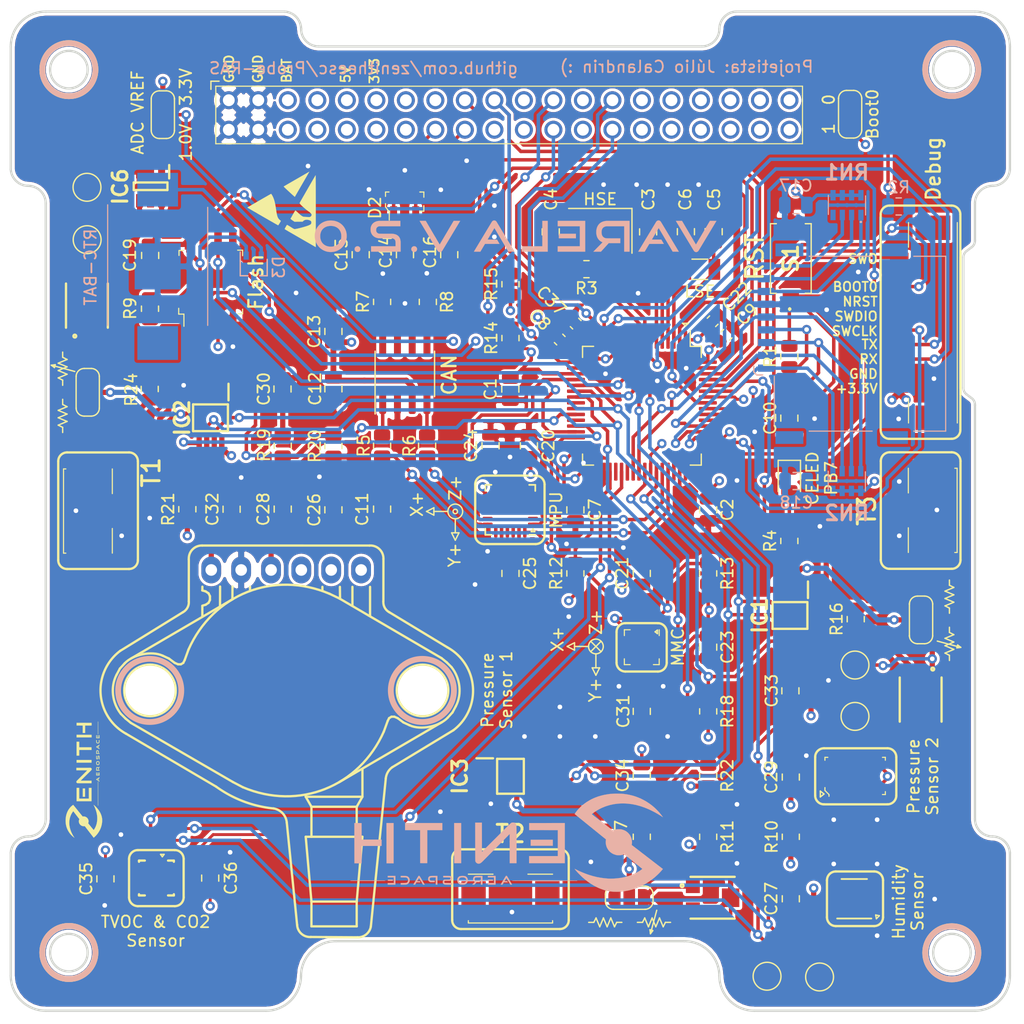
<source format=kicad_pcb>
(kicad_pcb (version 20171130) (host pcbnew "(5.1.10)-1")
  (layers (0 F.Cu signal) (1 In1.Cu power) (2 In2.Cu power) (31 B.Cu signal) (34 B.Paste user hide) (35 F.Paste user hide) (36 B.SilkS user) (37 F.SilkS user) (38 B.Mask user hide) (39 F.Mask user hide) (44 Edge.Cuts user))
  (net 0 "")
  (net 1 GND)
  (net 2 "Net-(16M1-Pad3)")
  (net 3 HSE_IN)
  (net 4 3V3)
  (net 5 LSE_IN)
  (net 6 LSE_OUT)
  (net 7 NRST)
  (net 8 CAN_TX)
  (net 9 "Net-(C14-Pad2)")
  (net 10 CAN_H)
  (net 11 CAN_L)
  (net 12 "Net-(C24-Pad1)")
  (net 13 "Net-(C25-Pad1)")
  (net 14 5V)
  (net 15 "Net-(C30-Pad1)")
  (net 16 "Net-(C31-Pad1)")
  (net 17 "Net-(D1-Pad2)")
  (net 18 MAX_SPI_CLK)
  (net 19 MAX_SPI_MISO)
  (net 20 MAX_3_NSS)
  (net 21 "Net-(IC1-Pad3)")
  (net 22 "Net-(IC1-Pad2)")
  (net 23 "Net-(IC1-Pad1)")
  (net 24 MAX_1_NSS)
  (net 25 "Net-(IC2-Pad3)")
  (net 26 "Net-(IC2-Pad2)")
  (net 27 "Net-(IC2-Pad1)")
  (net 28 MAX_2_NSS)
  (net 29 "Net-(IC3-Pad3)")
  (net 30 "Net-(IC3-Pad2)")
  (net 31 "Net-(IC3-Pad1)")
  (net 32 SDA_B)
  (net 33 MMC_INT)
  (net 34 "Net-(IC4-Pad14)")
  (net 35 "Net-(IC4-Pad12)")
  (net 36 "Net-(IC4-Pad8)")
  (net 37 "Net-(IC4-Pad7)")
  (net 38 "Net-(IC4-Pad6)")
  (net 39 "Net-(IC4-Pad5)")
  (net 40 "Net-(IC4-Pad3)")
  (net 41 SCL_B)
  (net 42 "Net-(J1-Pad40)")
  (net 43 "Net-(J1-Pad39)")
  (net 44 "Net-(J1-Pad38)")
  (net 45 "Net-(J1-Pad36)")
  (net 46 "Net-(J1-Pad32)")
  (net 47 "Net-(J1-Pad31)")
  (net 48 "Net-(J1-Pad30)")
  (net 49 "Net-(J1-Pad29)")
  (net 50 BUS_RX1)
  (net 51 BUS_TX1)
  (net 52 "Net-(J1-Pad26)")
  (net 53 "Net-(J1-Pad25)")
  (net 54 SCL_A)
  (net 55 SDA_A)
  (net 56 "Net-(J1-Pad22)")
  (net 57 "Net-(J1-Pad21)")
  (net 58 "Net-(J1-Pad20)")
  (net 59 SCL_INA)
  (net 60 SDA_INA)
  (net 61 "Net-(J1-Pad15)")
  (net 62 "Net-(J1-Pad14)")
  (net 63 "Net-(J1-Pad13)")
  (net 64 "Net-(J1-Pad8)")
  (net 65 "Net-(J1-Pad7)")
  (net 66 "Net-(J1-Pad6)")
  (net 67 "Net-(J1-Pad5)")
  (net 68 "Net-(J2-Pad12)")
  (net 69 "Net-(J2-Pad11)")
  (net 70 SWO)
  (net 71 "Net-(J2-Pad9)")
  (net 72 BOOT0)
  (net 73 SWDIO)
  (net 74 SWCLK)
  (net 75 UART_TX)
  (net 76 UART_RX)
  (net 77 "Net-(J3-PadMP4)")
  (net 78 "Net-(J3-PadMP3)")
  (net 79 "Net-(J3-PadMP2)")
  (net 80 "Net-(J3-PadMP1)")
  (net 81 SD_CARD_CD)
  (net 82 SD_CARD_DAT1)
  (net 83 SD_CARD_DAT0)
  (net 84 SD_CARD_CLK)
  (net 85 SD_CARD_CMD)
  (net 86 SD_CARD_DAT3)
  (net 87 SD_CARD_DAT2)
  (net 88 "Net-(J4-Pad4)")
  (net 89 "Net-(J4-Pad3)")
  (net 90 "Net-(J5-Pad4)")
  (net 91 "Net-(J5-Pad3)")
  (net 92 "Net-(J6-Pad4)")
  (net 93 "Net-(J6-Pad3)")
  (net 94 "Net-(JP1-Pad2)")
  (net 95 "Net-(JP2-Pad3)")
  (net 96 "Net-(JP2-Pad1)")
  (net 97 "Net-(JP3-Pad3)")
  (net 98 "Net-(JP3-Pad1)")
  (net 99 "Net-(JP4-Pad3)")
  (net 100 "Net-(JP4-Pad1)")
  (net 101 HSE_OUT)
  (net 102 DEBUG_LED)
  (net 103 "Net-(R5-Pad1)")
  (net 104 CAN_RX)
  (net 105 "Net-(R6-Pad1)")
  (net 106 FLASH_NSS)
  (net 107 MPX_VOUT)
  (net 108 "Net-(RN1-Pad4)")
  (net 109 "Net-(U1-Pad38)")
  (net 110 FLASH_SPI_CLK)
  (net 111 "Net-(U1-Pad27)")
  (net 112 "Net-(U1-Pad25)")
  (net 113 MPU_INT)
  (net 114 FLASH_SPI_MOSI)
  (net 115 FLASH_SPI_MISO)
  (net 116 FLASH_NRST)
  (net 117 "Net-(U2-Pad8)")
  (net 118 "Net-(U2-Pad5)")
  (net 119 "Net-(U4-Pad7)")
  (net 120 "Net-(U4-Pad6)")
  (net 121 "Net-(U6-Pad6)")
  (net 122 "Net-(U6-Pad5)")
  (net 123 "Net-(U6-Pad4)")
  (net 124 "Net-(U7-Pad4)")
  (net 125 "Net-(U7-Pad3)")
  (net 126 "Net-(U7-Pad7)")
  (net 127 "Net-(U8-Pad6)")
  (net 128 ZMOD_RST)
  (net 129 "Net-(IC5-Pad8)")
  (net 130 "Net-(IC5-Pad4)")
  (net 131 ZMOD_INT)
  (net 132 "Net-(U1-Pad24)")
  (net 133 EPS_FAULT)
  (net 134 EPS_THERM_PWM)
  (net 135 EPS_CHRG)
  (net 136 EPS_ALRT1)
  (net 137 "Net-(U1-Pad36)")
  (net 138 "Net-(BT1-Pad1)")
  (net 139 RTC_BAT)
  (net 140 VREF_1V)
  (net 141 "Net-(IC6-Pad1)")
  (module Symbol:ESD-Logo_6.6x6mm_SilkScreen (layer F.Cu) (at 139.35 70.2 90)
    (fp_text reference REF** hide)
    (fp_text value ESD-Logo_6.6x6mm_SilkScreen hide)
  )
  (module Caurin_Footprints:Logo_10,8mm (layer F.Cu) (at 122.35 119 90)
    (fp_text reference G*** hide)
    (fp_text value LOGO hide)
  )
  (module LogosZenith:VarelaLogov2_noyear_2,7mm (layer B.Cu) (at 159.512 72.517 180)
    (fp_text reference G*** hide)
    (fp_text value LOGO hide)
  )
  (module SamacSys_Parts:3030 (layer B.Cu) (at 128.7018 75.1078 270)
    (fp_text reference BT1 hide)
    (fp_text value Battery_Cell hide)
    (pad 3 smd rect (at 6.6 0 270) (size 2.9 3.5) (layers B.Cu B.Paste B.Mask))
    (pad 2 smd rect (at 0 0 180) (size 3.96 3.96) (layers B.Cu B.Paste B.Mask) (net 1 GND))
    (pad 1 smd rect (at -6.6 0 270) (size 2.9 3.5) (layers B.Cu B.Paste B.Mask) (net 138 "Net-(BT1-Pad1)"))
  )
  (module Capacitor_SMD:C_0805_2012Metric (layer F.Cu) (at 128.0541 74.168 270)
    (fp_text reference C19 (at -0.0254 1.7399 90) (layer F.SilkS))
    (fp_text value 100n)
    (pad 2 smd roundrect (at 0.95 0 270) (size 1 1.45) (layers F.Cu F.Paste F.Mask) (net 1 GND))
    (pad 1 smd roundrect (at -0.95 0 270) (size 1 1.45) (layers F.Cu F.Paste F.Mask) (net 4 3V3))
  )
  (module digikey-footprints:SOIC-8_W5.6mm (layer F.Cu) (at 133.2611 76.4667)
    (fp_text reference U3 hide)
    (fp_text value W25Q32JVSSIQ_TR)
    (pad 8 smd rect (at -1.905 -3.65) (size 0.65 1.7) (layers F.Cu F.Paste F.Mask) (net 4 3V3))
    (pad 7 smd rect (at -0.635 -3.65) (size 0.65 1.7) (layers F.Cu F.Paste F.Mask) (net 116 FLASH_NRST))
    (pad 6 smd rect (at 0.635 -3.65) (size 0.65 1.7) (layers F.Cu F.Paste F.Mask) (net 110 FLASH_SPI_CLK))
    (pad 5 smd rect (at 1.905 -3.65) (size 0.65 1.7) (layers F.Cu F.Paste F.Mask) (net 114 FLASH_SPI_MOSI))
    (pad 4 smd rect (at 1.905 3.65) (size 0.65 1.7) (layers F.Cu F.Paste F.Mask) (net 1 GND))
    (pad 3 smd rect (at 0.635 3.65) (size 0.65 1.7) (layers F.Cu F.Paste F.Mask) (net 4 3V3))
    (pad 2 smd rect (at -0.635 3.65) (size 0.65 1.7) (layers F.Cu F.Paste F.Mask) (net 115 FLASH_SPI_MISO))
    (pad 1 smd rect (at -1.905 3.65) (size 0.65 1.7) (layers F.Cu F.Paste F.Mask) (net 106 FLASH_NSS))
  )
  (module Jumper:SolderJumper-3_P1.3mm_Open_RoundedPad1.0x1.5mm_NumberLabels (layer F.Cu) (at 129.1463 62.0522 270)
    (fp_text reference JP5 hide)
    (fp_text value SolderJumper_3_Open)
    (pad 2 smd rect (at 0 0 270) (size 1 1.5) (layers F.Cu F.Mask) (net 140 VREF_1V))
    (pad 3 smd custom (at 1.3 0 270) (size 1 0.5) (layers F.Cu F.Mask) (net 141 "Net-(IC6-Pad1)") (options (clearance outline) (anchor rect)) (primitives (gr_circle (center 0 0.25) (end 0.5 0.25) (width 0)) (gr_circle (center 0 -0.25) (end 0.5 -0.25) (width 0)) (gr_poly (pts (xy -0.55 -0.75) (xy 0 -0.75) (xy 0 0.75) (xy -0.55 0.75)) (width 0))))
    (pad 1 smd custom (at -1.3 0 270) (size 1 0.5) (layers F.Cu F.Mask) (net 4 3V3) (options (clearance outline) (anchor rect)) (primitives (gr_circle (center 0 0.25) (end 0.5 0.25) (width 0)) (gr_circle (center 0 -0.25) (end 0.5 -0.25) (width 0)) (gr_poly (pts (xy 0.55 -0.75) (xy 0 -0.75) (xy 0 0.75) (xy 0.55 0.75)) (width 0))))
  )
  (module Capacitor_SMD:C_0603_1608Metric (layer F.Cu) (at 163.307392 81.405092 315)
    (fp_text reference C8 (at -2.421971 0 315) (layer F.SilkS))
    (fp_text value 100n)
    (pad 2 smd roundrect (at 0.775 0 315) (size 0.9 0.95) (layers F.Cu F.Paste F.Mask) (net 1 GND))
    (pad 1 smd roundrect (at -0.775 0 315) (size 0.9 0.95) (layers F.Cu F.Paste F.Mask) (net 4 3V3))
  )
  (module Package_QFP:LQFP-64_10x10mm_P0.5mm (layer F.Cu) (at 170.38066 87.10326 270)
    (fp_text reference U1 hide)
    (fp_text value STM32L476RGTx)
    (pad 64 smd roundrect (at -3.75 -5.675 270) (size 0.3 1.55) (layers F.Cu F.Paste F.Mask) (net 4 3V3))
    (pad 63 smd roundrect (at -3.25 -5.675 270) (size 0.3 1.55) (layers F.Cu F.Paste F.Mask) (net 1 GND))
    (pad 62 smd roundrect (at -2.75 -5.675 270) (size 0.3 1.55) (layers F.Cu F.Paste F.Mask) (net 60 SDA_INA))
    (pad 61 smd roundrect (at -2.25 -5.675 270) (size 0.3 1.55) (layers F.Cu F.Paste F.Mask) (net 59 SCL_INA))
    (pad 60 smd roundrect (at -1.75 -5.675 270) (size 0.3 1.55) (layers F.Cu F.Paste F.Mask) (net 72 BOOT0))
    (pad 59 smd roundrect (at -1.25 -5.675 270) (size 0.3 1.55) (layers F.Cu F.Paste F.Mask) (net 102 DEBUG_LED))
    (pad 58 smd roundrect (at -0.75 -5.675 270) (size 0.3 1.55) (layers F.Cu F.Paste F.Mask) (net 135 EPS_CHRG))
    (pad 57 smd roundrect (at -0.25 -5.675 270) (size 0.3 1.55) (layers F.Cu F.Paste F.Mask) (net 81 SD_CARD_CD))
    (pad 56 smd roundrect (at 0.25 -5.675 270) (size 0.3 1.55) (layers F.Cu F.Paste F.Mask) (net 134 EPS_THERM_PWM))
    (pad 55 smd roundrect (at 0.75 -5.675 270) (size 0.3 1.55) (layers F.Cu F.Paste F.Mask) (net 70 SWO))
    (pad 54 smd roundrect (at 1.25 -5.675 270) (size 0.3 1.55) (layers F.Cu F.Paste F.Mask) (net 85 SD_CARD_CMD))
    (pad 53 smd roundrect (at 1.75 -5.675 270) (size 0.3 1.55) (layers F.Cu F.Paste F.Mask) (net 84 SD_CARD_CLK))
    (pad 52 smd roundrect (at 2.25 -5.675 270) (size 0.3 1.55) (layers F.Cu F.Paste F.Mask) (net 86 SD_CARD_DAT3))
    (pad 51 smd roundrect (at 2.75 -5.675 270) (size 0.3 1.55) (layers F.Cu F.Paste F.Mask) (net 87 SD_CARD_DAT2))
    (pad 50 smd roundrect (at 3.25 -5.675 270) (size 0.3 1.55) (layers F.Cu F.Paste F.Mask) (net 133 EPS_FAULT))
    (pad 49 smd roundrect (at 3.75 -5.675 270) (size 0.3 1.55) (layers F.Cu F.Paste F.Mask) (net 74 SWCLK))
    (pad 48 smd roundrect (at 5.675 -3.75 270) (size 1.55 0.3) (layers F.Cu F.Paste F.Mask) (net 4 3V3))
    (pad 47 smd roundrect (at 5.675 -3.25 270) (size 1.55 0.3) (layers F.Cu F.Paste F.Mask) (net 1 GND))
    (pad 46 smd roundrect (at 5.675 -2.75 270) (size 1.55 0.3) (layers F.Cu F.Paste F.Mask) (net 73 SWDIO))
    (pad 45 smd roundrect (at 5.675 -2.25 270) (size 1.55 0.3) (layers F.Cu F.Paste F.Mask) (net 8 CAN_TX))
    (pad 44 smd roundrect (at 5.675 -1.75 270) (size 1.55 0.3) (layers F.Cu F.Paste F.Mask) (net 104 CAN_RX))
    (pad 43 smd roundrect (at 5.675 -1.25 270) (size 1.55 0.3) (layers F.Cu F.Paste F.Mask) (net 20 MAX_3_NSS))
    (pad 42 smd roundrect (at 5.675 -0.75 270) (size 1.55 0.3) (layers F.Cu F.Paste F.Mask) (net 136 EPS_ALRT1))
    (pad 41 smd roundrect (at 5.675 -0.25 270) (size 1.55 0.3) (layers F.Cu F.Paste F.Mask) (net 28 MAX_2_NSS))
    (pad 40 smd roundrect (at 5.675 0.25 270) (size 1.55 0.3) (layers F.Cu F.Paste F.Mask) (net 82 SD_CARD_DAT1))
    (pad 39 smd roundrect (at 5.675 0.75 270) (size 1.55 0.3) (layers F.Cu F.Paste F.Mask) (net 83 SD_CARD_DAT0))
    (pad 38 smd roundrect (at 5.675 1.25 270) (size 1.55 0.3) (layers F.Cu F.Paste F.Mask) (net 109 "Net-(U1-Pad38)"))
    (pad 37 smd roundrect (at 5.675 1.75 270) (size 1.55 0.3) (layers F.Cu F.Paste F.Mask) (net 128 ZMOD_RST))
    (pad 36 smd roundrect (at 5.675 2.25 270) (size 1.55 0.3) (layers F.Cu F.Paste F.Mask) (net 137 "Net-(U1-Pad36)"))
    (pad 35 smd roundrect (at 5.675 2.75 270) (size 1.55 0.3) (layers F.Cu F.Paste F.Mask) (net 131 ZMOD_INT))
    (pad 34 smd roundrect (at 5.675 3.25 270) (size 1.55 0.3) (layers F.Cu F.Paste F.Mask) (net 41 SCL_B))
    (pad 33 smd roundrect (at 5.675 3.75 270) (size 1.55 0.3) (layers F.Cu F.Paste F.Mask) (net 106 FLASH_NSS))
    (pad 32 smd roundrect (at 3.75 5.675 270) (size 0.3 1.55) (layers F.Cu F.Paste F.Mask) (net 4 3V3))
    (pad 31 smd roundrect (at 3.25 5.675 270) (size 0.3 1.55) (layers F.Cu F.Paste F.Mask) (net 1 GND))
    (pad 30 smd roundrect (at 2.75 5.675 270) (size 0.3 1.55) (layers F.Cu F.Paste F.Mask) (net 32 SDA_B))
    (pad 29 smd roundrect (at 2.25 5.675 270) (size 0.3 1.55) (layers F.Cu F.Paste F.Mask) (net 110 FLASH_SPI_CLK))
    (pad 28 smd roundrect (at 1.75 5.675 270) (size 0.3 1.55) (layers F.Cu F.Paste F.Mask) (net 24 MAX_1_NSS))
    (pad 27 smd roundrect (at 1.25 5.675 270) (size 0.3 1.55) (layers F.Cu F.Paste F.Mask) (net 111 "Net-(U1-Pad27)"))
    (pad 26 smd roundrect (at 0.75 5.675 270) (size 0.3 1.55) (layers F.Cu F.Paste F.Mask) (net 107 MPX_VOUT))
    (pad 25 smd roundrect (at 0.25 5.675 270) (size 0.3 1.55) (layers F.Cu F.Paste F.Mask) (net 112 "Net-(U1-Pad25)"))
    (pad 24 smd roundrect (at -0.25 5.675 270) (size 0.3 1.55) (layers F.Cu F.Paste F.Mask) (net 132 "Net-(U1-Pad24)"))
    (pad 23 smd roundrect (at -0.75 5.675 270) (size 0.3 1.55) (layers F.Cu F.Paste F.Mask) (net 33 MMC_INT))
    (pad 22 smd roundrect (at -1.25 5.675 270) (size 0.3 1.55) (layers F.Cu F.Paste F.Mask) (net 19 MAX_SPI_MISO))
    (pad 21 smd roundrect (at -1.75 5.675 270) (size 0.3 1.55) (layers F.Cu F.Paste F.Mask) (net 18 MAX_SPI_CLK))
    (pad 20 smd roundrect (at -2.25 5.675 270) (size 0.3 1.55) (layers F.Cu F.Paste F.Mask) (net 113 MPU_INT))
    (pad 19 smd roundrect (at -2.75 5.675 270) (size 0.3 1.55) (layers F.Cu F.Paste F.Mask) (net 4 3V3))
    (pad 18 smd roundrect (at -3.25 5.675 270) (size 0.3 1.55) (layers F.Cu F.Paste F.Mask) (net 1 GND))
    (pad 17 smd roundrect (at -3.75 5.675 270) (size 0.3 1.55) (layers F.Cu F.Paste F.Mask) (net 51 BUS_TX1))
    (pad 16 smd roundrect (at -5.675 3.75 270) (size 1.55 0.3) (layers F.Cu F.Paste F.Mask) (net 50 BUS_RX1))
    (pad 15 smd roundrect (at -5.675 3.25 270) (size 1.55 0.3) (layers F.Cu F.Paste F.Mask) (net 76 UART_RX))
    (pad 14 smd roundrect (at -5.675 2.75 270) (size 1.55 0.3) (layers F.Cu F.Paste F.Mask) (net 75 UART_TX))
    (pad 13 smd roundrect (at -5.675 2.25 270) (size 1.55 0.3) (layers F.Cu F.Paste F.Mask) (net 140 VREF_1V))
    (pad 12 smd roundrect (at -5.675 1.75 270) (size 1.55 0.3) (layers F.Cu F.Paste F.Mask) (net 1 GND))
    (pad 11 smd roundrect (at -5.675 1.25 270) (size 1.55 0.3) (layers F.Cu F.Paste F.Mask) (net 114 FLASH_SPI_MOSI))
    (pad 10 smd roundrect (at -5.675 0.75 270) (size 1.55 0.3) (layers F.Cu F.Paste F.Mask) (net 115 FLASH_SPI_MISO))
    (pad 9 smd roundrect (at -5.675 0.25 270) (size 1.55 0.3) (layers F.Cu F.Paste F.Mask) (net 55 SDA_A))
    (pad 8 smd roundrect (at -5.675 -0.25 270) (size 1.55 0.3) (layers F.Cu F.Paste F.Mask) (net 54 SCL_A))
    (pad 7 smd roundrect (at -5.675 -0.75 270) (size 1.55 0.3) (layers F.Cu F.Paste F.Mask) (net 7 NRST))
    (pad 6 smd roundrect (at -5.675 -1.25 270) (size 1.55 0.3) (layers F.Cu F.Paste F.Mask) (net 101 HSE_OUT))
    (pad 5 smd roundrect (at -5.675 -1.75 270) (size 1.55 0.3) (layers F.Cu F.Paste F.Mask) (net 3 HSE_IN))
    (pad 4 smd roundrect (at -5.675 -2.25 270) (size 1.55 0.3) (layers F.Cu F.Paste F.Mask) (net 6 LSE_OUT))
    (pad 3 smd roundrect (at -5.675 -2.75 270) (size 1.55 0.3) (layers F.Cu F.Paste F.Mask) (net 5 LSE_IN))
    (pad 2 smd roundrect (at -5.675 -3.25 270) (size 1.55 0.3) (layers F.Cu F.Paste F.Mask) (net 116 FLASH_NRST))
    (pad 1 smd roundrect (at -5.675 -3.75 270) (size 1.55 0.3) (layers F.Cu F.Paste F.Mask) (net 139 RTC_BAT))
  )
  (module SamacSys_Parts:SOT95P280X145-6N (layer F.Cu) (at 128.0922 68.2117 270)
    (fp_text reference IC6 (at 0.0381 2.6162 270) (layer F.SilkS) (effects (font (size 1.27 1.27) (thickness 0.254))))
    (fp_text value MCP1501T-10E_CHY hide)
    (pad 6 smd rect (at 1.25 -0.95) (size 0.6 1.15) (layers F.Cu F.Paste F.Mask) (net 4 3V3))
    (pad 5 smd rect (at 1.25 0) (size 0.6 1.15) (layers F.Cu F.Paste F.Mask) (net 1 GND))
    (pad 4 smd rect (at 1.25 0.95) (size 0.6 1.15) (layers F.Cu F.Paste F.Mask) (net 4 3V3))
    (pad 3 smd rect (at -1.25 0.95) (size 0.6 1.15) (layers F.Cu F.Paste F.Mask) (net 1 GND))
    (pad 2 smd rect (at -1.25 0) (size 0.6 1.15) (layers F.Cu F.Paste F.Mask) (net 1 GND))
    (pad 1 smd rect (at -1.25 -0.95) (size 0.6 1.15) (layers F.Cu F.Paste F.Mask) (net 141 "Net-(IC6-Pad1)"))
  )
  (module Capacitor_SMD:C_0603_1608Metric (layer F.Cu) (at 164.6809 80.0354 135)
    (fp_text reference C37 (at 2.891642 -0.089803 315) (layer F.SilkS))
    (fp_text value 1n)
    (pad 2 smd roundrect (at 0.775 0 135) (size 0.9 0.95) (layers F.Cu F.Paste F.Mask) (net 1 GND))
    (pad 1 smd roundrect (at -0.775 0 135) (size 0.9 0.95) (layers F.Cu F.Paste F.Mask) (net 140 VREF_1V))
  )
  (module Package_TO_SOT_SMD:SOT-323_SC-70 (layer B.Cu) (at 136.9695 75.184 270)
    (fp_text reference D3 (at 0 -2.159 90) (layer B.SilkS) (effects (justify mirror)))
    (fp_text value BAT54CW)
    (pad 3 smd rect (at 1 0) (size 0.45 0.7) (layers B.Cu B.Paste B.Mask) (net 139 RTC_BAT))
    (pad 2 smd rect (at -1 -0.65) (size 0.45 0.7) (layers B.Cu B.Paste B.Mask) (net 138 "Net-(BT1-Pad1)"))
    (pad 1 smd rect (at -1 0.65) (size 0.45 0.7) (layers B.Cu B.Paste B.Mask) (net 4 3V3))
  )
  (module Capacitor_SMD:C_0603_1608Metric (layer F.Cu) (at 176.4668 79.8322 45)
    (fp_text reference C22 (at 2.972253 -0.009192 45) (layer F.SilkS))
    (fp_text value 100n)
    (pad 2 smd roundrect (at 0.775 0 45) (size 0.9 0.95) (layers F.Cu F.Paste F.Mask) (net 1 GND))
    (pad 1 smd roundrect (at -0.775 0 45) (size 0.9 0.95) (layers F.Cu F.Paste F.Mask) (net 139 RTC_BAT))
  )
  (module Capacitor_SMD:C_0603_1608Metric (layer F.Cu) (at 177.673 81.0006 45)
    (fp_text reference C9 (at 2.496511 0.017961 45) (layer F.SilkS))
    (fp_text value 100n)
    (pad 2 smd roundrect (at 0.775 0 45) (size 0.9 0.95) (layers F.Cu F.Paste F.Mask) (net 1 GND))
    (pad 1 smd roundrect (at -0.775 0 45) (size 0.9 0.95) (layers F.Cu F.Paste F.Mask) (net 4 3V3))
  )
  (module Capacitor_SMD:C_0805_2012Metric (layer F.Cu) (at 176.0855 96.0628 270)
    (fp_text reference C2 (at 0 -1.651 90) (layer F.SilkS))
    (fp_text value 100n)
    (pad 2 smd roundrect (at 0.95 0 270) (size 1 1.45) (layers F.Cu F.Paste F.Mask) (net 1 GND))
    (pad 1 smd roundrect (at -0.95 0 270) (size 1 1.45) (layers F.Cu F.Paste F.Mask) (net 4 3V3))
  )
  (module Capacitor_SMD:C_0805_2012Metric (layer F.Cu) (at 164.6555 96.0628 270)
    (fp_text reference C7 (at 0 -1.68 90) (layer F.SilkS))
    (fp_text value 100n)
    (pad 2 smd roundrect (at 0.95 0 270) (size 1 1.45) (layers F.Cu F.Paste F.Mask) (net 1 GND))
    (pad 1 smd roundrect (at -0.95 0 270) (size 1 1.45) (layers F.Cu F.Paste F.Mask) (net 4 3V3))
  )
  (module Crystal:Crystal_SMD_3215-2Pin_3.2x1.5mm (layer F.Cu) (at 175.367 75.3618 180)
    (fp_text reference Y1 hide)
    (fp_text value 32,768k)
    (pad 2 smd rect (at -1.25 0 180) (size 1 1.8) (layers F.Cu F.Paste F.Mask) (net 5 LSE_IN))
    (pad 1 smd rect (at 1.25 0 180) (size 1 1.8) (layers F.Cu F.Paste F.Mask) (net 6 LSE_OUT))
  )
  (module Zenith_Homemade_Components:Crystal_SMD_5032-4Pin_5.0x3.2mm_Hand_Soldering (layer F.Cu) (at 166.7256 72.1233 180)
    (fp_text reference 16M1 hide)
    (fp_text value Crystal_GND24)
    (pad 1 smd roundrect (at -1.65 1) (size 2 1.5) (layers F.Cu F.Paste F.Mask) (roundrect_rratio 0.1) (net 3 HSE_IN))
    (pad 2 smd roundrect (at 1.65 1 180) (size 2 1.5) (layers F.Cu F.Paste F.Mask) (roundrect_rratio 0.1) (net 1 GND))
    (pad 3 smd roundrect (at 1.65 -1 180) (size 2 1.5) (layers F.Cu F.Paste F.Mask) (roundrect_rratio 0.1) (net 2 "Net-(16M1-Pad3)"))
    (pad 4 smd roundrect (at -1.65 -1 180) (size 2 1.5) (layers F.Cu F.Paste F.Mask) (roundrect_rratio 0.1) (net 1 GND))
  )
  (module Package_SON:Texas_PWSON-N6 (layer F.Cu) (at 188.6585 129.54 180)
    (fp_text reference U7 hide)
    (fp_text value HDC1080)
    (pad 6 smd rect (at 1.4 -0.95 180) (size 0.6 0.4) (layers F.Cu F.Paste F.Mask) (net 54 SCL_A))
    (pad 5 smd rect (at 1.4 0 180) (size 0.6 0.4) (layers F.Cu F.Paste F.Mask) (net 4 3V3))
    (pad 4 smd rect (at 1.4 0.95 180) (size 0.6 0.4) (layers F.Cu F.Paste F.Mask) (net 124 "Net-(U7-Pad4)"))
    (pad 3 smd rect (at -1.4 0.95 180) (size 0.6 0.4) (layers F.Cu F.Paste F.Mask) (net 125 "Net-(U7-Pad3)"))
    (pad 2 smd rect (at -1.4 0 180) (size 0.6 0.4) (layers F.Cu F.Paste F.Mask) (net 1 GND))
    (pad 1 smd rect (at -1.4 -0.95 180) (size 0.6 0.4) (layers F.Cu F.Paste F.Mask) (net 55 SDA_A))
    (pad 7 smd rect (at 0 0 180) (size 1.5 2.4) (layers F.Cu F.Paste F.Mask) (net 126 "Net-(U7-Pad7)"))
  )
  (module digikey-footprints:SMD-8_5x3mm (layer F.Cu) (at 188.7347 118.96852 90)
    (fp_text reference U8 hide)
    (fp_text value MS560702BA03-50)
    (pad 8 smd rect (at 1.1 -1.875 90) (size 1.1 0.6) (layers F.Cu F.Paste F.Mask) (net 54 SCL_A))
    (pad 7 smd rect (at 1.1 -0.625 90) (size 1.1 0.6) (layers F.Cu F.Paste F.Mask) (net 55 SDA_A))
    (pad 6 smd rect (at 1.1 0.625 90) (size 1.1 0.6) (layers F.Cu F.Paste F.Mask) (net 127 "Net-(U8-Pad6)"))
    (pad 5 smd rect (at 1.1 1.875 90) (size 1.1 0.6) (layers F.Cu F.Paste F.Mask) (net 4 3V3))
    (pad 4 smd rect (at -1.1 1.875 90) (size 1.1 0.6) (layers F.Cu F.Paste F.Mask) (net 4 3V3))
    (pad 3 smd rect (at -1.1 0.625 90) (size 1.1 0.6) (layers F.Cu F.Paste F.Mask) (net 1 GND))
    (pad 2 smd rect (at -1.1 -0.625 90) (size 1.1 0.6) (layers F.Cu F.Paste F.Mask) (net 4 3V3))
    (pad 1 smd rect (at -1.1 -1.875 90) (size 1.1 0.6) (layers F.Cu F.Paste F.Mask) (net 4 3V3))
  )
  (module SamacSys_Parts:YC164JR07220RL (layer B.Cu) (at 188.0297 69.8364 180)
    (fp_text reference RN1 (at 0.0189 2.8058) (layer B.SilkS) (effects (font (size 1.27 1.27) (thickness 0.254)) (justify mirror)))
    (fp_text value R_Pack_47k hide)
    (pad 8 smd rect (at -1.2 0.85 180) (size 0.45 0.9) (layers B.Cu B.Paste B.Mask) (net 4 3V3))
    (pad 7 smd rect (at -0.4 0.85 180) (size 0.45 0.9) (layers B.Cu B.Paste B.Mask) (net 4 3V3))
    (pad 6 smd rect (at 0.4 0.85 180) (size 0.45 0.9) (layers B.Cu B.Paste B.Mask) (net 4 3V3))
    (pad 5 smd rect (at 1.2 0.85 180) (size 0.45 0.9) (layers B.Cu B.Paste B.Mask) (net 4 3V3))
    (pad 4 smd rect (at 1.2 -0.85 180) (size 0.45 0.9) (layers B.Cu B.Paste B.Mask) (net 108 "Net-(RN1-Pad4)"))
    (pad 3 smd rect (at 0.4 -0.85 180) (size 0.45 0.9) (layers B.Cu B.Paste B.Mask) (net 81 SD_CARD_CD))
    (pad 2 smd rect (at -0.4 -0.85 180) (size 0.45 0.9) (layers B.Cu B.Paste B.Mask) (net 82 SD_CARD_DAT1))
    (pad 1 smd rect (at -1.2 -0.85 180) (size 0.45 0.9) (layers B.Cu B.Paste B.Mask) (net 83 SD_CARD_DAT0))
  )
  (module SamacSys_Parts:YC164JR07220RL (layer B.Cu) (at 188.0171 93.5854)
    (fp_text reference RN2 (at -0.0063 2.7568 180) (layer B.SilkS) (effects (font (size 1.27 1.27) (thickness 0.254)) (justify mirror)))
    (fp_text value R_Pack_47k hide)
    (pad 8 smd rect (at -1.2 0.85) (size 0.45 0.9) (layers B.Cu B.Paste B.Mask) (net 4 3V3))
    (pad 7 smd rect (at -0.4 0.85) (size 0.45 0.9) (layers B.Cu B.Paste B.Mask) (net 4 3V3))
    (pad 6 smd rect (at 0.4 0.85) (size 0.45 0.9) (layers B.Cu B.Paste B.Mask) (net 4 3V3))
    (pad 5 smd rect (at 1.2 0.85) (size 0.45 0.9) (layers B.Cu B.Paste B.Mask) (net 4 3V3))
    (pad 4 smd rect (at 1.2 -0.85) (size 0.45 0.9) (layers B.Cu B.Paste B.Mask) (net 84 SD_CARD_CLK))
    (pad 3 smd rect (at 0.4 -0.85) (size 0.45 0.9) (layers B.Cu B.Paste B.Mask) (net 85 SD_CARD_CMD))
    (pad 2 smd rect (at -0.4 -0.85) (size 0.45 0.9) (layers B.Cu B.Paste B.Mask) (net 86 SD_CARD_DAT3))
    (pad 1 smd rect (at -1.2 -0.85) (size 0.45 0.9) (layers B.Cu B.Paste B.Mask) (net 87 SD_CARD_DAT2))
  )
  (module SamacSys_Parts:532617002 (layer F.Cu) (at 123.698 96.1671 270)
    (fp_text reference J5 hide)
    (fp_text value 53261-7002 hide)
    (pad 4 smd rect (at 3.175 1 270) (size 2.1 3) (layers F.Cu F.Paste F.Mask) (net 90 "Net-(J5-Pad4)"))
    (pad 3 smd rect (at -3.175 1 270) (size 2.1 3) (layers F.Cu F.Paste F.Mask) (net 91 "Net-(J5-Pad3)"))
    (pad 2 smd rect (at 0.625 -1.9 270) (size 0.8 1.6) (layers F.Cu F.Paste F.Mask) (net 1 GND))
    (pad 1 smd rect (at -0.625 -1.9 270) (size 0.8 1.6) (layers F.Cu F.Paste F.Mask) (net 25 "Net-(IC2-Pad3)"))
  )
  (module SamacSys_Parts:532617002 (layer F.Cu) (at 159.0675 128.524)
    (fp_text reference J6 hide)
    (fp_text value 53261-7002 hide)
    (pad 4 smd rect (at 3.175 1) (size 2.1 3) (layers F.Cu F.Paste F.Mask) (net 92 "Net-(J6-Pad4)"))
    (pad 3 smd rect (at -3.175 1) (size 2.1 3) (layers F.Cu F.Paste F.Mask) (net 93 "Net-(J6-Pad3)"))
    (pad 2 smd rect (at 0.625 -1.9) (size 0.8 1.6) (layers F.Cu F.Paste F.Mask) (net 1 GND))
    (pad 1 smd rect (at -0.625 -1.9) (size 0.8 1.6) (layers F.Cu F.Paste F.Mask) (net 29 "Net-(IC3-Pad3)"))
  )
  (module SamacSys_Parts:532617002 (layer F.Cu) (at 194.41236 96.10852 90)
    (fp_text reference J4 hide)
    (fp_text value 53261-7002 hide)
    (pad 4 smd rect (at 3.175 1 90) (size 2.1 3) (layers F.Cu F.Paste F.Mask) (net 88 "Net-(J4-Pad4)"))
    (pad 3 smd rect (at -3.175 1 90) (size 2.1 3) (layers F.Cu F.Paste F.Mask) (net 89 "Net-(J4-Pad3)"))
    (pad 2 smd rect (at 0.625 -1.9 90) (size 0.8 1.6) (layers F.Cu F.Paste F.Mask) (net 1 GND))
    (pad 1 smd rect (at -0.625 -1.9 90) (size 0.8 1.6) (layers F.Cu F.Paste F.Mask) (net 21 "Net-(IC1-Pad3)"))
  )
  (module SamacSys_Parts:532611071 (layer F.Cu) (at 194.6276 79.963 90)
    (fp_text reference J2 hide)
    (fp_text value Conn_01x12_Male hide)
    (pad 12 smd rect (at 8.175 0.8 90) (size 2.1 3) (layers F.Cu F.Paste F.Mask) (net 68 "Net-(J2-Pad12)"))
    (pad 11 smd rect (at -8.175 0.8 90) (size 2.1 3) (layers F.Cu F.Paste F.Mask) (net 69 "Net-(J2-Pad11)"))
    (pad 10 smd rect (at 5.625 -2.1 90) (size 0.8 1.6) (layers F.Cu F.Paste F.Mask) (net 70 SWO))
    (pad 9 smd rect (at 4.375 -2.1 90) (size 0.8 1.6) (layers F.Cu F.Paste F.Mask) (net 71 "Net-(J2-Pad9)"))
    (pad 8 smd rect (at 3.125 -2.1 90) (size 0.8 1.6) (layers F.Cu F.Paste F.Mask) (net 72 BOOT0))
    (pad 7 smd rect (at 1.875 -2.1 90) (size 0.8 1.6) (layers F.Cu F.Paste F.Mask) (net 7 NRST))
    (pad 6 smd rect (at 0.625 -2.1 90) (size 0.8 1.6) (layers F.Cu F.Paste F.Mask) (net 73 SWDIO))
    (pad 5 smd rect (at -0.625 -2.1 90) (size 0.8 1.6) (layers F.Cu F.Paste F.Mask) (net 74 SWCLK))
    (pad 4 smd rect (at -1.875 -2.1 90) (size 0.8 1.6) (layers F.Cu F.Paste F.Mask) (net 75 UART_TX))
    (pad 3 smd rect (at -3.125 -2.1 90) (size 0.8 1.6) (layers F.Cu F.Paste F.Mask) (net 76 UART_RX))
    (pad 2 smd rect (at -4.375 -2.1 90) (size 0.8 1.6) (layers F.Cu F.Paste F.Mask) (net 1 GND))
    (pad 1 smd rect (at -5.625 -2.1 90) (size 0.8 1.6) (layers F.Cu F.Paste F.Mask) (net 4 3V3))
  )
  (module SamacSys_Parts:ESQ-120-Y-X-D (layer F.Cu) (at 134.8232 60.8076 180)
    (fp_text reference J1 hide)
    (fp_text value ESQ-120-39-G-D hide)
    (pad 40 thru_hole circle (at -48.26 -2.54 180) (size 1.55 1.55) (drill 1.02) (layers *.Cu *.Mask) (net 42 "Net-(J1-Pad40)"))
    (pad 39 thru_hole circle (at -48.26 0 180) (size 1.55 1.55) (drill 1.02) (layers *.Cu *.Mask) (net 43 "Net-(J1-Pad39)"))
    (pad 38 thru_hole circle (at -45.72 -2.54 180) (size 1.55 1.55) (drill 1.02) (layers *.Cu *.Mask) (net 44 "Net-(J1-Pad38)"))
    (pad 37 thru_hole circle (at -45.72 0 180) (size 1.55 1.55) (drill 1.02) (layers *.Cu *.Mask) (net 133 EPS_FAULT))
    (pad 36 thru_hole circle (at -43.18 -2.54 180) (size 1.55 1.55) (drill 1.02) (layers *.Cu *.Mask) (net 45 "Net-(J1-Pad36)"))
    (pad 35 thru_hole circle (at -43.18 0 180) (size 1.55 1.55) (drill 1.02) (layers *.Cu *.Mask) (net 134 EPS_THERM_PWM))
    (pad 34 thru_hole circle (at -40.64 -2.54 180) (size 1.55 1.55) (drill 1.02) (layers *.Cu *.Mask) (net 135 EPS_CHRG))
    (pad 33 thru_hole circle (at -40.64 0 180) (size 1.55 1.55) (drill 1.02) (layers *.Cu *.Mask) (net 136 EPS_ALRT1))
    (pad 32 thru_hole circle (at -38.1 -2.54 180) (size 1.55 1.55) (drill 1.02) (layers *.Cu *.Mask) (net 46 "Net-(J1-Pad32)"))
    (pad 31 thru_hole circle (at -38.1 0 180) (size 1.55 1.55) (drill 1.02) (layers *.Cu *.Mask) (net 47 "Net-(J1-Pad31)"))
    (pad 30 thru_hole circle (at -35.56 -2.54 180) (size 1.55 1.55) (drill 1.02) (layers *.Cu *.Mask) (net 48 "Net-(J1-Pad30)"))
    (pad 29 thru_hole circle (at -35.56 0 180) (size 1.55 1.55) (drill 1.02) (layers *.Cu *.Mask) (net 49 "Net-(J1-Pad29)"))
    (pad 28 thru_hole circle (at -33.02 -2.54 180) (size 1.55 1.55) (drill 1.02) (layers *.Cu *.Mask) (net 50 BUS_RX1))
    (pad 27 thru_hole circle (at -33.02 0 180) (size 1.55 1.55) (drill 1.02) (layers *.Cu *.Mask) (net 51 BUS_TX1))
    (pad 26 thru_hole circle (at -30.48 -2.54 180) (size 1.55 1.55) (drill 1.02) (layers *.Cu *.Mask) (net 52 "Net-(J1-Pad26)"))
    (pad 25 thru_hole circle (at -30.48 0 180) (size 1.55 1.55) (drill 1.02) (layers *.Cu *.Mask) (net 53 "Net-(J1-Pad25)"))
    (pad 24 thru_hole circle (at -27.94 -2.54 180) (size 1.55 1.55) (drill 1.02) (layers *.Cu *.Mask) (net 54 SCL_A))
    (pad 23 thru_hole circle (at -27.94 0 180) (size 1.55 1.55) (drill 1.02) (layers *.Cu *.Mask) (net 55 SDA_A))
    (pad 22 thru_hole circle (at -25.4 -2.54 180) (size 1.55 1.55) (drill 1.02) (layers *.Cu *.Mask) (net 56 "Net-(J1-Pad22)"))
    (pad 21 thru_hole circle (at -25.4 0 180) (size 1.55 1.55) (drill 1.02) (layers *.Cu *.Mask) (net 57 "Net-(J1-Pad21)"))
    (pad 20 thru_hole circle (at -22.86 -2.54 180) (size 1.55 1.55) (drill 1.02) (layers *.Cu *.Mask) (net 58 "Net-(J1-Pad20)"))
    (pad 19 thru_hole circle (at -22.86 0 180) (size 1.55 1.55) (drill 1.02) (layers *.Cu *.Mask) (net 59 SCL_INA))
    (pad 18 thru_hole circle (at -20.32 -2.54 180) (size 1.55 1.55) (drill 1.02) (layers *.Cu *.Mask) (net 11 CAN_L))
    (pad 17 thru_hole circle (at -20.32 0 180) (size 1.55 1.55) (drill 1.02) (layers *.Cu *.Mask) (net 60 SDA_INA))
    (pad 16 thru_hole circle (at -17.78 -2.54 180) (size 1.55 1.55) (drill 1.02) (layers *.Cu *.Mask) (net 10 CAN_H))
    (pad 15 thru_hole circle (at -17.78 0 180) (size 1.55 1.55) (drill 1.02) (layers *.Cu *.Mask) (net 61 "Net-(J1-Pad15)"))
    (pad 14 thru_hole circle (at -15.24 -2.54 180) (size 1.55 1.55) (drill 1.02) (layers *.Cu *.Mask) (net 62 "Net-(J1-Pad14)"))
    (pad 13 thru_hole circle (at -15.24 0 180) (size 1.55 1.55) (drill 1.02) (layers *.Cu *.Mask) (net 63 "Net-(J1-Pad13)"))
    (pad 12 thru_hole circle (at -12.7 -2.54 180) (size 1.55 1.55) (drill 1.02) (layers *.Cu *.Mask) (net 4 3V3))
    (pad 11 thru_hole circle (at -12.7 0 180) (size 1.55 1.55) (drill 1.02) (layers *.Cu *.Mask) (net 4 3V3))
    (pad 10 thru_hole circle (at -10.16 -2.54 180) (size 1.55 1.55) (drill 1.02) (layers *.Cu *.Mask) (net 14 5V))
    (pad 9 thru_hole circle (at -10.16 0 180) (size 1.55 1.55) (drill 1.02) (layers *.Cu *.Mask) (net 14 5V))
    (pad 8 thru_hole circle (at -7.62 -2.54 180) (size 1.55 1.55) (drill 1.02) (layers *.Cu *.Mask) (net 64 "Net-(J1-Pad8)"))
    (pad 7 thru_hole circle (at -7.62 0 180) (size 1.55 1.55) (drill 1.02) (layers *.Cu *.Mask) (net 65 "Net-(J1-Pad7)"))
    (pad 6 thru_hole circle (at -5.08 -2.54 180) (size 1.55 1.55) (drill 1.02) (layers *.Cu *.Mask) (net 66 "Net-(J1-Pad6)"))
    (pad 5 thru_hole circle (at -5.08 0 180) (size 1.55 1.55) (drill 1.02) (layers *.Cu *.Mask) (net 67 "Net-(J1-Pad5)"))
    (pad 4 thru_hole circle (at -2.54 -2.54 180) (size 1.55 1.55) (drill 1.02) (layers *.Cu *.Mask) (net 1 GND))
    (pad 3 thru_hole circle (at -2.54 0 180) (size 1.55 1.55) (drill 1.02) (layers *.Cu *.Mask) (net 1 GND))
    (pad 2 thru_hole circle (at 0 -2.54 180) (size 1.55 1.55) (drill 1.02) (layers *.Cu *.Mask) (net 1 GND))
    (pad 1 thru_hole circle (at 0 0 180) (size 1.55 1.55) (drill 1.02) (layers *.Cu *.Mask) (net 1 GND))
  )
  (module LogosZenith:Logo_29,1mm (layer B.Cu) (at 157.988 124.714 180)
    (fp_text reference G*** hide)
    (fp_text value LOGO hide)
  )
  (module LED_SMD:LED_0805_2012Metric (layer F.Cu) (at 183.0705 93.489166 270)
    (fp_text reference D1 hide)
    (fp_text value CELED)
    (pad 2 smd roundrect (at 0.9375 0 270) (size 0.975 1.4) (layers F.Cu F.Paste F.Mask) (net 17 "Net-(D1-Pad2)"))
    (pad 1 smd roundrect (at -0.9375 0 270) (size 0.975 1.4) (layers F.Cu F.Paste F.Mask) (net 1 GND))
  )
  (module Zenith_Homemade_Components:MPX5070GP (layer F.Cu) (at 139.7635 111.633 180)
    (fp_text reference U6 hide)
    (fp_text value MPX5070GP)
    (pad 3 thru_hole oval (at 1.3 10.3934 180) (size 1.7 2.3) (drill 1) (layers *.Cu *.Mask) (net 14 5V))
    (pad 2 thru_hole oval (at 3.875 10.3934 180) (size 1.7 2.3) (drill 1) (layers *.Cu *.Mask) (net 1 GND))
    (pad 1 thru_hole oval (at 6.45 10.3934 180) (size 1.7 2.3) (drill 1) (layers *.Cu *.Mask) (net 15 "Net-(C30-Pad1)"))
    (pad 6 thru_hole oval (at -6.45 10.3934 180) (size 1.7 2.3) (drill 1) (layers *.Cu *.Mask) (net 121 "Net-(U6-Pad6)"))
    (pad 5 thru_hole oval (at -3.875 10.3934 180) (size 1.7 2.3) (drill 1) (layers *.Cu *.Mask) (net 122 "Net-(U6-Pad5)"))
    (pad 4 thru_hole oval (at -1.3 10.3934 180) (size 1.7 2.3) (drill 1) (layers *.Cu *.Mask) (net 123 "Net-(U6-Pad4)"))
    (pad "" np_thru_hole circle (at 11.73 0.03 180) (size 4 4) (drill 4) (layers *.Cu *.Mask))
    (pad "" np_thru_hole circle (at -11.73 0.02 180) (size 4 4) (drill 4) (layers *.Cu *.Mask))
  )
  (module SamacSys_Parts:MMC5983MA (layer F.Cu) (at 170.3705 107.8865)
    (fp_text reference IC4 hide)
    (fp_text value MMC5983MA hide)
    (pad 16 smd rect (at 1.275 -0.75 90) (size 0.3 0.45) (layers F.Cu F.Paste F.Mask) (net 32 SDA_B))
    (pad 15 smd rect (at 1.275 -0.25 90) (size 0.3 0.45) (layers F.Cu F.Paste F.Mask) (net 33 MMC_INT))
    (pad 14 smd rect (at 1.275 0.25 90) (size 0.3 0.45) (layers F.Cu F.Paste F.Mask) (net 34 "Net-(IC4-Pad14)"))
    (pad 13 smd rect (at 1.275 0.75 90) (size 0.3 0.45) (layers F.Cu F.Paste F.Mask) (net 4 3V3))
    (pad 12 smd rect (at 0.75 1.275) (size 0.3 0.45) (layers F.Cu F.Paste F.Mask) (net 35 "Net-(IC4-Pad12)"))
    (pad 11 smd rect (at 0.25 1.275) (size 0.3 0.45) (layers F.Cu F.Paste F.Mask) (net 1 GND))
    (pad 10 smd rect (at -0.25 1.275) (size 0.3 0.45) (layers F.Cu F.Paste F.Mask) (net 16 "Net-(C31-Pad1)"))
    (pad 9 smd rect (at -0.75 1.275) (size 0.3 0.45) (layers F.Cu F.Paste F.Mask) (net 1 GND))
    (pad 8 smd rect (at -1.275 0.75 90) (size 0.3 0.45) (layers F.Cu F.Paste F.Mask) (net 36 "Net-(IC4-Pad8)"))
    (pad 7 smd rect (at -1.275 0.25 90) (size 0.3 0.45) (layers F.Cu F.Paste F.Mask) (net 37 "Net-(IC4-Pad7)"))
    (pad 6 smd rect (at -1.275 -0.25 90) (size 0.3 0.45) (layers F.Cu F.Paste F.Mask) (net 38 "Net-(IC4-Pad6)"))
    (pad 5 smd rect (at -1.275 -0.75 90) (size 0.3 0.45) (layers F.Cu F.Paste F.Mask) (net 39 "Net-(IC4-Pad5)"))
    (pad 4 smd rect (at -0.75 -1.275) (size 0.3 0.45) (layers F.Cu F.Paste F.Mask) (net 4 3V3))
    (pad 3 smd rect (at -0.25 -1.275) (size 0.3 0.45) (layers F.Cu F.Paste F.Mask) (net 40 "Net-(IC4-Pad3)"))
    (pad 2 smd rect (at 0.25 -1.275) (size 0.3 0.45) (layers F.Cu F.Paste F.Mask) (net 4 3V3))
    (pad 1 smd rect (at 0.75 -1.275) (size 0.3 0.45) (layers F.Cu F.Paste F.Mask) (net 41 SCL_B))
  )
  (module Sensor_Motion:InvenSense_QFN-24_4x4mm_P0.5mm (layer F.Cu) (at 159.0523 96.0628 180)
    (fp_text reference U4 hide)
    (fp_text value MPU-6050)
    (pad 24 smd roundrect (at -1.25 -1.95 270) (size 0.85 0.3) (layers F.Cu F.Paste F.Mask) (net 32 SDA_B))
    (pad 23 smd roundrect (at -0.75 -1.95 270) (size 0.85 0.3) (layers F.Cu F.Paste F.Mask) (net 41 SCL_B))
    (pad 22 smd roundrect (at -0.25 -1.95 270) (size 0.85 0.3) (layers F.Cu F.Paste F.Mask))
    (pad 21 smd roundrect (at 0.25 -1.95 270) (size 0.85 0.3) (layers F.Cu F.Paste F.Mask))
    (pad 20 smd roundrect (at 0.75 -1.95 270) (size 0.85 0.3) (layers F.Cu F.Paste F.Mask) (net 13 "Net-(C25-Pad1)"))
    (pad 19 smd roundrect (at 1.25 -1.95 270) (size 0.85 0.3) (layers F.Cu F.Paste F.Mask))
    (pad 18 smd roundrect (at 1.95 -1.25 180) (size 0.85 0.3) (layers F.Cu F.Paste F.Mask) (net 1 GND))
    (pad 17 smd roundrect (at 1.95 -0.75 180) (size 0.85 0.3) (layers F.Cu F.Paste F.Mask))
    (pad 16 smd roundrect (at 1.95 -0.25 180) (size 0.85 0.3) (layers F.Cu F.Paste F.Mask))
    (pad 15 smd roundrect (at 1.95 0.25 180) (size 0.85 0.3) (layers F.Cu F.Paste F.Mask))
    (pad 14 smd roundrect (at 1.95 0.75 180) (size 0.85 0.3) (layers F.Cu F.Paste F.Mask))
    (pad 13 smd roundrect (at 1.95 1.25 180) (size 0.85 0.3) (layers F.Cu F.Paste F.Mask) (net 4 3V3))
    (pad 12 smd roundrect (at 1.25 1.95 270) (size 0.85 0.3) (layers F.Cu F.Paste F.Mask) (net 113 MPU_INT))
    (pad 11 smd roundrect (at 0.75 1.95 270) (size 0.85 0.3) (layers F.Cu F.Paste F.Mask) (net 1 GND))
    (pad 10 smd roundrect (at 0.25 1.95 270) (size 0.85 0.3) (layers F.Cu F.Paste F.Mask) (net 12 "Net-(C24-Pad1)"))
    (pad 9 smd roundrect (at -0.25 1.95 270) (size 0.85 0.3) (layers F.Cu F.Paste F.Mask) (net 1 GND))
    (pad 8 smd roundrect (at -0.75 1.95 270) (size 0.85 0.3) (layers F.Cu F.Paste F.Mask) (net 4 3V3))
    (pad 7 smd roundrect (at -1.25 1.95 270) (size 0.85 0.3) (layers F.Cu F.Paste F.Mask) (net 119 "Net-(U4-Pad7)"))
    (pad 6 smd roundrect (at -1.95 1.25 180) (size 0.85 0.3) (layers F.Cu F.Paste F.Mask) (net 120 "Net-(U4-Pad6)"))
    (pad 5 smd roundrect (at -1.95 0.75 180) (size 0.85 0.3) (layers F.Cu F.Paste F.Mask))
    (pad 4 smd roundrect (at -1.95 0.25 180) (size 0.85 0.3) (layers F.Cu F.Paste F.Mask))
    (pad 3 smd roundrect (at -1.95 -0.25 180) (size 0.85 0.3) (layers F.Cu F.Paste F.Mask))
    (pad 2 smd roundrect (at -1.95 -0.75 180) (size 0.85 0.3) (layers F.Cu F.Paste F.Mask))
    (pad 1 smd roundrect (at -1.95 -1.25 180) (size 0.85 0.3) (layers F.Cu F.Paste F.Mask) (net 1 GND))
  )
  (module SamacSys_Parts:ZMOD4410AI3V (layer F.Cu) (at 128.595 127.753 180)
    (fp_text reference IC5 hide)
    (fp_text value ZMOD4410AI3V hide)
    (pad 12 smd rect (at -1.3 1 270) (size 0.25 0.5) (layers F.Cu F.Paste F.Mask) (net 4 3V3))
    (pad 11 smd rect (at -1.3 0 270) (size 0.25 0.5) (layers F.Cu F.Paste F.Mask) (net 128 ZMOD_RST))
    (pad 10 smd rect (at -1.3 -1 270) (size 0.25 0.5) (layers F.Cu F.Paste F.Mask) (net 4 3V3))
    (pad 9 smd rect (at -0.5 -1.3 180) (size 0.25 0.5) (layers F.Cu F.Paste F.Mask) (net 1 GND))
    (pad 8 smd rect (at 0 -1.3 180) (size 0.25 0.5) (layers F.Cu F.Paste F.Mask) (net 129 "Net-(IC5-Pad8)"))
    (pad 7 smd rect (at 0.5 -1.3 180) (size 0.25 0.5) (layers F.Cu F.Paste F.Mask) (net 1 GND))
    (pad 6 smd rect (at 1.3 -1 270) (size 0.25 0.5) (layers F.Cu F.Paste F.Mask) (net 1 GND))
    (pad 5 smd rect (at 1.3 0 270) (size 0.25 0.5) (layers F.Cu F.Paste F.Mask) (net 4 3V3))
    (pad 4 smd rect (at 1.3 1 270) (size 0.25 0.5) (layers F.Cu F.Paste F.Mask) (net 130 "Net-(IC5-Pad4)"))
    (pad 3 smd rect (at 0.5 1.3 180) (size 0.25 0.5) (layers F.Cu F.Paste F.Mask) (net 131 ZMOD_INT))
    (pad 2 smd rect (at 0 1.3 180) (size 0.25 0.5) (layers F.Cu F.Paste F.Mask) (net 54 SCL_A))
    (pad 1 smd rect (at -0.5 1.3 180) (size 0.25 0.5) (layers F.Cu F.Paste F.Mask) (net 55 SDA_A))
  )
  (module TestPoint:TestPoint_Pad_D2.0mm (layer F.Cu) (at 188.722 113.8428)
    (fp_text reference TP6 hide)
    (fp_text value TestPoint)
    (pad 1 smd circle (at 0 0) (size 2 2) (layers F.Cu F.Mask) (net 21 "Net-(IC1-Pad3)"))
  )
  (module TestPoint:TestPoint_Pad_D2.0mm (layer F.Cu) (at 188.722 109.4232)
    (fp_text reference TP5 hide)
    (fp_text value TestPoint)
    (pad 1 smd circle (at 0 0) (size 2 2) (layers F.Cu F.Mask) (net 95 "Net-(JP2-Pad3)"))
  )
  (module TestPoint:TestPoint_Pad_D2.0mm (layer F.Cu) (at 185.674 136.271)
    (fp_text reference TP4 hide)
    (fp_text value TestPoint)
    (pad 1 smd circle (at 0 0) (size 2 2) (layers F.Cu F.Mask) (net 29 "Net-(IC3-Pad3)"))
  )
  (module TestPoint:TestPoint_Pad_D2.0mm (layer F.Cu) (at 181.1528 136.2075)
    (fp_text reference TP3 hide)
    (fp_text value TestPoint)
    (pad 1 smd circle (at 0 0) (size 2 2) (layers F.Cu F.Mask) (net 99 "Net-(JP4-Pad3)"))
  )
  (module TestPoint:TestPoint_Pad_D2.0mm (layer F.Cu) (at 122.6185 68.3006)
    (fp_text reference TP2 hide)
    (fp_text value TestPoint)
    (pad 1 smd circle (at 0 0) (size 2 2) (layers F.Cu F.Mask) (net 25 "Net-(IC2-Pad3)"))
  )
  (module TestPoint:TestPoint_Pad_D2.0mm (layer F.Cu) (at 122.6312 72.8091)
    (fp_text reference TP1 hide)
    (fp_text value TestPoint)
    (pad 1 smd circle (at 0 0) (size 2 2) (layers F.Cu F.Mask) (net 97 "Net-(JP3-Pad3)"))
  )
  (module Resistor_SMD:R_0805_2012Metric (layer F.Cu) (at 164.6555 101.5365 90)
    (fp_text reference R12 (at 0 -1.65 90) (layer F.SilkS))
    (fp_text value 4k7)
    (pad 2 smd roundrect (at 0.9125 0 90) (size 1.025 1.4) (layers F.Cu F.Paste F.Mask) (roundrect_rratio 0.2439014634146341) (net 41 SCL_B))
    (pad 1 smd roundrect (at -0.9125 0 90) (size 1.025 1.4) (layers F.Cu F.Paste F.Mask) (roundrect_rratio 0.2439014634146341) (net 4 3V3))
  )
  (module Capacitor_SMD:C_0805_2012Metric (layer F.Cu) (at 133.223 127.762 90)
    (fp_text reference C36 (at 0 1.778 90) (layer F.SilkS))
    (fp_text value 1u)
    (pad 2 smd roundrect (at 0.95 0 90) (size 1 1.45) (layers F.Cu F.Paste F.Mask) (net 1 GND))
    (pad 1 smd roundrect (at -0.95 0 90) (size 1 1.45) (layers F.Cu F.Paste F.Mask) (net 4 3V3))
  )
  (module Capacitor_SMD:C_0805_2012Metric (layer F.Cu) (at 124.206 127.8255 270)
    (fp_text reference C35 (at 0 1.651 90) (layer F.SilkS))
    (fp_text value 100n)
    (pad 2 smd roundrect (at 0.95 0 270) (size 1 1.45) (layers F.Cu F.Paste F.Mask) (net 1 GND))
    (pad 1 smd roundrect (at -0.95 0 270) (size 1 1.45) (layers F.Cu F.Paste F.Mask) (net 4 3V3))
  )
  (module SamacSys_Parts:MEM20750014001A (layer B.Cu) (at 188.8016 81.7647 270)
    (fp_text reference J3 hide)
    (fp_text value MEM2075-00-140-01-A hide)
    (pad MP4 smd rect (at 8.075 5.725 270) (size 1.1 2.4) (layers B.Cu B.Paste B.Mask) (net 77 "Net-(J3-PadMP4)"))
    (pad MP3 smd rect (at 8.075 -3.275 270) (size 1.1 2.4) (layers B.Cu B.Paste B.Mask) (net 78 "Net-(J3-PadMP3)"))
    (pad MP2 smd rect (at -8.075 -3.275 270) (size 1.1 2.4) (layers B.Cu B.Paste B.Mask) (net 79 "Net-(J3-PadMP2)"))
    (pad MP1 smd rect (at -8.075 5.725 270) (size 1.1 2.4) (layers B.Cu B.Paste B.Mask) (net 80 "Net-(J3-PadMP1)"))
    (pad P9 smd rect (at -6.695 7.725 270) (size 0.62 1.4) (layers B.Cu B.Paste B.Mask) (net 81 SD_CARD_CD))
    (pad P8 smd rect (at -5.595 7.725 270) (size 0.62 1.4) (layers B.Cu B.Paste B.Mask) (net 82 SD_CARD_DAT1))
    (pad P7 smd rect (at -4.495 7.725 270) (size 0.62 1.4) (layers B.Cu B.Paste B.Mask) (net 83 SD_CARD_DAT0))
    (pad P6 smd rect (at -3.395 7.725 270) (size 0.62 1.4) (layers B.Cu B.Paste B.Mask) (net 1 GND))
    (pad P5 smd rect (at -2.295 7.725 270) (size 0.62 1.4) (layers B.Cu B.Paste B.Mask) (net 84 SD_CARD_CLK))
    (pad P4 smd rect (at -1.195 7.725 270) (size 0.62 1.4) (layers B.Cu B.Paste B.Mask) (net 4 3V3))
    (pad P3 smd rect (at -0.095 7.725 270) (size 0.62 1.4) (layers B.Cu B.Paste B.Mask) (net 85 SD_CARD_CMD))
    (pad P2 smd rect (at 1.005 7.725 270) (size 0.62 1.4) (layers B.Cu B.Paste B.Mask) (net 86 SD_CARD_DAT3))
    (pad P1 smd rect (at 2.105 7.725 270) (size 0.62 1.4) (layers B.Cu B.Paste B.Mask) (net 87 SD_CARD_DAT2))
  )
  (module Capacitor_SMD:C_0805_2012Metric (layer F.Cu) (at 157.353 90.551 90)
    (fp_text reference C24 (at 0 -1.68 90) (layer F.SilkS))
    (fp_text value 100n)
    (pad 2 smd roundrect (at 0.95 0 90) (size 1 1.45) (layers F.Cu F.Paste F.Mask) (net 1 GND))
    (pad 1 smd roundrect (at -0.95 0 90) (size 1 1.45) (layers F.Cu F.Paste F.Mask) (net 12 "Net-(C24-Pad1)"))
  )
  (module SamacSys_Parts:TC33X-2_1 (layer F.Cu) (at 176.4665 129.4511 270)
    (fp_text reference VR3 hide)
    (fp_text value TC33X-2-204E hide)
    (pad 3 smd rect (at 1 1.7) (size 1.2 1.2) (layers F.Cu F.Paste F.Mask) (net 29 "Net-(IC3-Pad3)"))
    (pad 2 smd rect (at 0 -1.55) (size 1.5 1.6) (layers F.Cu F.Paste F.Mask) (net 29 "Net-(IC3-Pad3)"))
    (pad 1 smd rect (at -1 1.7) (size 1.2 1.2) (layers F.Cu F.Paste F.Mask) (net 99 "Net-(JP4-Pad3)"))
  )
  (module SamacSys_Parts:TC33X-2_1 (layer F.Cu) (at 122.6108 78.486)
    (fp_text reference VR2 hide)
    (fp_text value TC33X-2-204E hide)
    (pad 3 smd rect (at 1 1.7 90) (size 1.2 1.2) (layers F.Cu F.Paste F.Mask) (net 25 "Net-(IC2-Pad3)"))
    (pad 2 smd rect (at 0 -1.55 90) (size 1.5 1.6) (layers F.Cu F.Paste F.Mask) (net 25 "Net-(IC2-Pad3)"))
    (pad 1 smd rect (at -1 1.7 90) (size 1.2 1.2) (layers F.Cu F.Paste F.Mask) (net 97 "Net-(JP3-Pad3)"))
  )
  (module SamacSys_Parts:TC33X-2_1 (layer F.Cu) (at 194.3735 112.395 180)
    (fp_text reference VR1 hide)
    (fp_text value TC33X-2-204E hide)
    (pad 3 smd rect (at 1 1.7 270) (size 1.2 1.2) (layers F.Cu F.Paste F.Mask) (net 21 "Net-(IC1-Pad3)"))
    (pad 2 smd rect (at 0 -1.55 270) (size 1.5 1.6) (layers F.Cu F.Paste F.Mask) (net 21 "Net-(IC1-Pad3)"))
    (pad 1 smd rect (at -1 1.7 270) (size 1.2 1.2) (layers F.Cu F.Paste F.Mask) (net 95 "Net-(JP2-Pad3)"))
  )
  (module Package_SO:SOIC-8_3.9x4.9mm_P1.27mm (layer F.Cu) (at 149.9743 84.3646 90)
    (fp_text reference U2 hide)
    (fp_text value TCAN330G)
    (pad 8 smd roundrect (at 2.475 -1.905 90) (size 1.95 0.6) (layers F.Cu F.Paste F.Mask) (net 117 "Net-(U2-Pad8)"))
    (pad 7 smd roundrect (at 2.475 -0.635 90) (size 1.95 0.6) (layers F.Cu F.Paste F.Mask) (net 10 CAN_H))
    (pad 6 smd roundrect (at 2.475 0.635 90) (size 1.95 0.6) (layers F.Cu F.Paste F.Mask) (net 11 CAN_L))
    (pad 5 smd roundrect (at 2.475 1.905 90) (size 1.95 0.6) (layers F.Cu F.Paste F.Mask) (net 118 "Net-(U2-Pad5)"))
    (pad 4 smd roundrect (at -2.475 1.905 90) (size 1.95 0.6) (layers F.Cu F.Paste F.Mask) (net 105 "Net-(R6-Pad1)"))
    (pad 3 smd roundrect (at -2.475 0.635 90) (size 1.95 0.6) (layers F.Cu F.Paste F.Mask) (net 4 3V3))
    (pad 2 smd roundrect (at -2.475 -0.635 90) (size 1.95 0.6) (layers F.Cu F.Paste F.Mask) (net 1 GND))
    (pad 1 smd roundrect (at -2.475 -1.905 90) (size 1.95 0.6) (layers F.Cu F.Paste F.Mask) (net 103 "Net-(R5-Pad1)"))
  )
  (module SamacSys_Parts:PTS636SM43JSMTRLFS (layer F.Cu) (at 183.1975 74.4335 90)
    (fp_text reference S1 (at 0.0115 0 90) (layer F.SilkS) (effects (font (size 1.27 1.27) (thickness 0.254))))
    (fp_text value PTS636_SM43J_SMTR_LFS hide)
    (pad 2 smd rect (at 3.25 0 90) (size 0.9 1.4) (layers F.Cu F.Paste F.Mask) (net 1 GND))
    (pad 1 smd rect (at -3.25 0 90) (size 0.9 1.4) (layers F.Cu F.Paste F.Mask) (net 7 NRST))
  )
  (module Resistor_SMD:R_0805_2012Metric (layer F.Cu) (at 128.016 85.6615 270)
    (fp_text reference R24 (at 0.0635 1.5875 90) (layer F.SilkS))
    (fp_text value 51k)
    (pad 2 smd roundrect (at 0.9125 0 270) (size 1.025 1.4) (layers F.Cu F.Paste F.Mask) (roundrect_rratio 0.2439014634146341) (net 98 "Net-(JP3-Pad1)"))
    (pad 1 smd roundrect (at -0.9125 0 270) (size 1.025 1.4) (layers F.Cu F.Paste F.Mask) (roundrect_rratio 0.2439014634146341) (net 25 "Net-(IC2-Pad3)"))
  )
  (module Resistor_SMD:R_0805_2012Metric (layer F.Cu) (at 176.0855 118.9355 270)
    (fp_text reference R22 (at 0 -1.651 90) (layer F.SilkS))
    (fp_text value 10k)
    (pad 2 smd roundrect (at 0.9125 0 270) (size 1.025 1.4) (layers F.Cu F.Paste F.Mask) (roundrect_rratio 0.2439014634146341) (net 4 3V3))
    (pad 1 smd roundrect (at -0.9125 0 270) (size 1.025 1.4) (layers F.Cu F.Paste F.Mask) (roundrect_rratio 0.2439014634146341) (net 28 MAX_2_NSS))
  )
  (module Resistor_SMD:R_0805_2012Metric (layer F.Cu) (at 131.2545 96.012 270)
    (fp_text reference R21 (at 0 1.651 90) (layer F.SilkS))
    (fp_text value 10k)
    (pad 2 smd roundrect (at 0.9125 0 270) (size 1.025 1.4) (layers F.Cu F.Paste F.Mask) (roundrect_rratio 0.2439014634146341) (net 4 3V3))
    (pad 1 smd roundrect (at -0.9125 0 270) (size 1.025 1.4) (layers F.Cu F.Paste F.Mask) (roundrect_rratio 0.2439014634146341) (net 24 MAX_1_NSS))
  )
  (module Resistor_SMD:R_0805_2012Metric (layer F.Cu) (at 143.8275 90.570366 90)
    (fp_text reference R20 (at 0 -1.5963 90) (layer F.SilkS))
    (fp_text value 2k)
    (pad 2 smd roundrect (at 0.9125 0 90) (size 1.025 1.4) (layers F.Cu F.Paste F.Mask) (roundrect_rratio 0.2439014634146341) (net 107 MPX_VOUT))
    (pad 1 smd roundrect (at -0.9125 0 90) (size 1.025 1.4) (layers F.Cu F.Paste F.Mask) (roundrect_rratio 0.2439014634146341) (net 1 GND))
  )
  (module Resistor_SMD:R_0805_2012Metric (layer F.Cu) (at 139.4654 90.551 90)
    (fp_text reference R19 (at 0.0635 -1.6069 90) (layer F.SilkS))
    (fp_text value 1k)
    (pad 2 smd roundrect (at 0.9125 0 90) (size 1.025 1.4) (layers F.Cu F.Paste F.Mask) (roundrect_rratio 0.2439014634146341) (net 15 "Net-(C30-Pad1)"))
    (pad 1 smd roundrect (at -0.9125 0 90) (size 1.025 1.4) (layers F.Cu F.Paste F.Mask) (roundrect_rratio 0.2439014634146341) (net 107 MPX_VOUT))
  )
  (module Resistor_SMD:R_0805_2012Metric (layer F.Cu) (at 176.0855 113.411 270)
    (fp_text reference R18 (at 0 -1.651 90) (layer F.SilkS))
    (fp_text value 10k)
    (pad 2 smd roundrect (at 0.9125 0 270) (size 1.025 1.4) (layers F.Cu F.Paste F.Mask) (roundrect_rratio 0.2439014634146341) (net 4 3V3))
    (pad 1 smd roundrect (at -0.9125 0 270) (size 1.025 1.4) (layers F.Cu F.Paste F.Mask) (roundrect_rratio 0.2439014634146341) (net 20 MAX_3_NSS))
  )
  (module Resistor_SMD:R_0805_2012Metric (layer F.Cu) (at 170.3705 124.206 270)
    (fp_text reference R17 (at 0 1.778 90) (layer F.SilkS))
    (fp_text value 51k)
    (pad 2 smd roundrect (at 0.9125 0 270) (size 1.025 1.4) (layers F.Cu F.Paste F.Mask) (roundrect_rratio 0.2439014634146341) (net 100 "Net-(JP4-Pad1)"))
    (pad 1 smd roundrect (at -0.9125 0 270) (size 1.025 1.4) (layers F.Cu F.Paste F.Mask) (roundrect_rratio 0.2439014634146341) (net 29 "Net-(IC3-Pad3)"))
  )
  (module Resistor_SMD:R_0805_2012Metric (layer F.Cu) (at 188.7855 105.4735 90)
    (fp_text reference R16 (at 0 -1.65 90) (layer F.SilkS))
    (fp_text value 51k)
    (pad 2 smd roundrect (at 0.9125 0 90) (size 1.025 1.4) (layers F.Cu F.Paste F.Mask) (roundrect_rratio 0.2439014634146341) (net 96 "Net-(JP2-Pad1)"))
    (pad 1 smd roundrect (at -0.9125 0 90) (size 1.025 1.4) (layers F.Cu F.Paste F.Mask) (roundrect_rratio 0.2439014634146341) (net 21 "Net-(IC1-Pad3)"))
  )
  (module Resistor_SMD:R_0805_2012Metric (layer F.Cu) (at 159.0675 76.6445 90)
    (fp_text reference R15 (at 0.0254 -1.651 90) (layer F.SilkS))
    (fp_text value 4k7)
    (pad 2 smd roundrect (at 0.9125 0 90) (size 1.025 1.4) (layers F.Cu F.Paste F.Mask) (roundrect_rratio 0.2439014634146341) (net 60 SDA_INA))
    (pad 1 smd roundrect (at -0.9125 0 90) (size 1.025 1.4) (layers F.Cu F.Paste F.Mask) (roundrect_rratio 0.2439014634146341) (net 4 3V3))
  )
  (module Resistor_SMD:R_0805_2012Metric (layer F.Cu) (at 159.0675 81.28 90)
    (fp_text reference R14 (at 0 -1.65 90) (layer F.SilkS))
    (fp_text value 4k7)
    (pad 2 smd roundrect (at 0.9125 0 90) (size 1.025 1.4) (layers F.Cu F.Paste F.Mask) (roundrect_rratio 0.2439014634146341) (net 59 SCL_INA))
    (pad 1 smd roundrect (at -0.9125 0 90) (size 1.025 1.4) (layers F.Cu F.Paste F.Mask) (roundrect_rratio 0.2439014634146341) (net 4 3V3))
  )
  (module Resistor_SMD:R_0805_2012Metric (layer F.Cu) (at 176.0855 101.5365 90)
    (fp_text reference R13 (at 0 1.651 90) (layer F.SilkS))
    (fp_text value 4k7)
    (pad 2 smd roundrect (at 0.9125 0 90) (size 1.025 1.4) (layers F.Cu F.Paste F.Mask) (roundrect_rratio 0.2439014634146341) (net 32 SDA_B))
    (pad 1 smd roundrect (at -0.9125 0 90) (size 1.025 1.4) (layers F.Cu F.Paste F.Mask) (roundrect_rratio 0.2439014634146341) (net 4 3V3))
  )
  (module Resistor_SMD:R_0805_2012Metric (layer F.Cu) (at 176.0855 124.206 90)
    (fp_text reference R11 (at 0 1.651 90) (layer F.SilkS))
    (fp_text value 4k7)
    (pad 2 smd roundrect (at 0.9125 0 90) (size 1.025 1.4) (layers F.Cu F.Paste F.Mask) (roundrect_rratio 0.2439014634146341) (net 55 SDA_A))
    (pad 1 smd roundrect (at -0.9125 0 90) (size 1.025 1.4) (layers F.Cu F.Paste F.Mask) (roundrect_rratio 0.2439014634146341) (net 4 3V3))
  )
  (module Resistor_SMD:R_0805_2012Metric (layer F.Cu) (at 183.1975 124.206 90)
    (fp_text reference R10 (at 0 -1.65 90) (layer F.SilkS))
    (fp_text value 4k7)
    (pad 2 smd roundrect (at 0.9125 0 90) (size 1.025 1.4) (layers F.Cu F.Paste F.Mask) (roundrect_rratio 0.2439014634146341) (net 54 SCL_A))
    (pad 1 smd roundrect (at -0.9125 0 90) (size 1.025 1.4) (layers F.Cu F.Paste F.Mask) (roundrect_rratio 0.2439014634146341) (net 4 3V3))
  )
  (module Resistor_SMD:R_0805_2012Metric (layer F.Cu) (at 128.0414 78.7527 90)
    (fp_text reference R9 (at 0.0254 -1.7018 90) (layer F.SilkS))
    (fp_text value 10k)
    (pad 2 smd roundrect (at 0.9125 0 90) (size 1.025 1.4) (layers F.Cu F.Paste F.Mask) (roundrect_rratio 0.2439014634146341) (net 4 3V3))
    (pad 1 smd roundrect (at -0.9125 0 90) (size 1.025 1.4) (layers F.Cu F.Paste F.Mask) (roundrect_rratio 0.2439014634146341) (net 106 FLASH_NSS))
  )
  (module Resistor_SMD:R_0805_2012Metric (layer F.Cu) (at 151.9555 78.1666 270)
    (fp_text reference R8 (at 0 -1.65 90) (layer F.SilkS))
    (fp_text value 60)
    (pad 2 smd roundrect (at 0.9125 0 270) (size 1.025 1.4) (layers F.Cu F.Paste F.Mask) (roundrect_rratio 0.2439014634146341) (net 11 CAN_L))
    (pad 1 smd roundrect (at -0.9125 0 270) (size 1.025 1.4) (layers F.Cu F.Paste F.Mask) (roundrect_rratio 0.2439014634146341) (net 9 "Net-(C14-Pad2)"))
  )
  (module Resistor_SMD:R_0805_2012Metric (layer F.Cu) (at 148.0185 78.1666 90)
    (fp_text reference R7 (at 0 -1.65 90) (layer F.SilkS))
    (fp_text value 60)
    (pad 2 smd roundrect (at 0.9125 0 90) (size 1.025 1.4) (layers F.Cu F.Paste F.Mask) (roundrect_rratio 0.2439014634146341) (net 9 "Net-(C14-Pad2)"))
    (pad 1 smd roundrect (at -0.9125 0 90) (size 1.025 1.4) (layers F.Cu F.Paste F.Mask) (roundrect_rratio 0.2439014634146341) (net 10 CAN_H))
  )
  (module Resistor_SMD:R_0805_2012Metric (layer F.Cu) (at 151.892 90.551 270)
    (fp_text reference R6 (at 0 1.524 90) (layer F.SilkS))
    (fp_text value 1k)
    (pad 2 smd roundrect (at 0.9125 0 270) (size 1.025 1.4) (layers F.Cu F.Paste F.Mask) (roundrect_rratio 0.2439014634146341) (net 104 CAN_RX))
    (pad 1 smd roundrect (at -0.9125 0 270) (size 1.025 1.4) (layers F.Cu F.Paste F.Mask) (roundrect_rratio 0.2439014634146341) (net 105 "Net-(R6-Pad1)"))
  )
  (module Resistor_SMD:R_0805_2012Metric (layer F.Cu) (at 148.0185 90.551 270)
    (fp_text reference R5 (at 0 1.5875 90) (layer F.SilkS))
    (fp_text value 1k)
    (pad 2 smd roundrect (at 0.9125 0 270) (size 1.025 1.4) (layers F.Cu F.Paste F.Mask) (roundrect_rratio 0.2439014634146341) (net 8 CAN_TX))
    (pad 1 smd roundrect (at -0.9125 0 270) (size 1.025 1.4) (layers F.Cu F.Paste F.Mask) (roundrect_rratio 0.2439014634146341) (net 103 "Net-(R5-Pad1)"))
  )
  (module Resistor_SMD:R_0805_2012Metric (layer F.Cu) (at 183.0705 98.7425 90)
    (fp_text reference R4 (at 0 -1.65 90) (layer F.SilkS))
    (fp_text value 1k)
    (pad 2 smd roundrect (at 0.9125 0 90) (size 1.025 1.4) (layers F.Cu F.Paste F.Mask) (roundrect_rratio 0.2439014634146341) (net 17 "Net-(D1-Pad2)"))
    (pad 1 smd roundrect (at -0.9125 0 90) (size 1.025 1.4) (layers F.Cu F.Paste F.Mask) (roundrect_rratio 0.2439014634146341) (net 102 DEBUG_LED))
  )
  (module Resistor_SMD:R_0805_2012Metric (layer F.Cu) (at 165.608 75.3491 180)
    (fp_text reference R3 (at 0 -1.65) (layer F.SilkS))
    (fp_text value 390)
    (pad 2 smd roundrect (at 0.9125 0 180) (size 1.025 1.4) (layers F.Cu F.Paste F.Mask) (roundrect_rratio 0.2439014634146341) (net 2 "Net-(16M1-Pad3)"))
    (pad 1 smd roundrect (at -0.9125 0 180) (size 1.025 1.4) (layers F.Cu F.Paste F.Mask) (roundrect_rratio 0.2439014634146341) (net 101 HSE_OUT))
  )
  (module Resistor_SMD:R_0805_2012Metric (layer B.Cu) (at 192.4812 69.9516 180)
    (fp_text reference R2 (at 0 1.65) (layer B.SilkS) (effects (justify mirror)))
    (fp_text value 10k)
    (pad 2 smd roundrect (at 0.9125 0 180) (size 1.025 1.4) (layers B.Cu B.Paste B.Mask) (roundrect_rratio 0.2439014634146341) (net 94 "Net-(JP1-Pad2)"))
    (pad 1 smd roundrect (at -0.9125 0 180) (size 1.025 1.4) (layers B.Cu B.Paste B.Mask) (roundrect_rratio 0.2439014634146341) (net 72 BOOT0))
  )
  (module Resistor_SMD:R_0805_2012Metric (layer F.Cu) (at 183.0705 82.8675 90)
    (fp_text reference R1 (at 0 -1.65 90) (layer F.SilkS))
    (fp_text value 10k)
    (pad 2 smd roundrect (at 0.9125 0 90) (size 1.025 1.4) (layers F.Cu F.Paste F.Mask) (roundrect_rratio 0.2439014634146341) (net 7 NRST))
    (pad 1 smd roundrect (at -0.9125 0 90) (size 1.025 1.4) (layers F.Cu F.Paste F.Mask) (roundrect_rratio 0.2439014634146341) (net 4 3V3))
  )
  (module Jumper:SolderJumper-3_P1.3mm_Open_RoundedPad1.0x1.5mm_NumberLabels (layer F.Cu) (at 169.291 129.4511)
    (fp_text reference JP4 hide)
    (fp_text value SolderJumper_3_Open)
    (pad 2 smd rect (at 0 0) (size 1 1.5) (layers F.Cu F.Mask) (net 30 "Net-(IC3-Pad2)"))
    (pad 3 smd custom (at 1.3 0) (size 1 0.5) (layers F.Cu F.Mask) (net 99 "Net-(JP4-Pad3)") (options (clearance outline) (anchor rect)) (primitives (gr_circle (center 0 0.25) (end 0.5 0.25) (width 0)) (gr_circle (center 0 -0.25) (end 0.5 -0.25) (width 0)) (gr_poly (pts (xy -0.55 -0.75) (xy 0 -0.75) (xy 0 0.75) (xy -0.55 0.75)) (width 0))))
    (pad 1 smd custom (at -1.3 0) (size 1 0.5) (layers F.Cu F.Mask) (net 100 "Net-(JP4-Pad1)") (options (clearance outline) (anchor rect)) (primitives (gr_circle (center 0 0.25) (end 0.5 0.25) (width 0)) (gr_circle (center 0 -0.25) (end 0.5 -0.25) (width 0)) (gr_poly (pts (xy 0.55 -0.75) (xy 0 -0.75) (xy 0 0.75) (xy 0.55 0.75)) (width 0))))
  )
  (module Jumper:SolderJumper-3_P1.3mm_Open_RoundedPad1.0x1.5mm_NumberLabels (layer F.Cu) (at 122.682 85.9455 90)
    (fp_text reference JP3 hide)
    (fp_text value SolderJumper_3_Open)
    (pad 2 smd rect (at 0 0 90) (size 1 1.5) (layers F.Cu F.Mask) (net 26 "Net-(IC2-Pad2)"))
    (pad 3 smd custom (at 1.3 0 90) (size 1 0.5) (layers F.Cu F.Mask) (net 97 "Net-(JP3-Pad3)") (options (clearance outline) (anchor rect)) (primitives (gr_circle (center 0 0.25) (end 0.5 0.25) (width 0)) (gr_circle (center 0 -0.25) (end 0.5 -0.25) (width 0)) (gr_poly (pts (xy -0.55 -0.75) (xy 0 -0.75) (xy 0 0.75) (xy -0.55 0.75)) (width 0))))
    (pad 1 smd custom (at -1.3 0 90) (size 1 0.5) (layers F.Cu F.Mask) (net 98 "Net-(JP3-Pad1)") (options (clearance outline) (anchor rect)) (primitives (gr_circle (center 0 0.25) (end 0.5 0.25) (width 0)) (gr_circle (center 0 -0.25) (end 0.5 -0.25) (width 0)) (gr_poly (pts (xy 0.55 -0.75) (xy 0 -0.75) (xy 0 0.75) (xy 0.55 0.75)) (width 0))))
  )
  (module Jumper:SolderJumper-3_P1.3mm_Open_RoundedPad1.0x1.5mm_NumberLabels (layer F.Cu) (at 194.40652 105.537 270)
    (fp_text reference JP2 hide)
    (fp_text value SolderJumper_3_Open)
    (pad 2 smd rect (at 0 0 270) (size 1 1.5) (layers F.Cu F.Mask) (net 22 "Net-(IC1-Pad2)"))
    (pad 3 smd custom (at 1.3 0 270) (size 1 0.5) (layers F.Cu F.Mask) (net 95 "Net-(JP2-Pad3)") (options (clearance outline) (anchor rect)) (primitives (gr_circle (center 0 0.25) (end 0.5 0.25) (width 0)) (gr_circle (center 0 -0.25) (end 0.5 -0.25) (width 0)) (gr_poly (pts (xy -0.55 -0.75) (xy 0 -0.75) (xy 0 0.75) (xy -0.55 0.75)) (width 0))))
    (pad 1 smd custom (at -1.3 0 270) (size 1 0.5) (layers F.Cu F.Mask) (net 96 "Net-(JP2-Pad1)") (options (clearance outline) (anchor rect)) (primitives (gr_circle (center 0 0.25) (end 0.5 0.25) (width 0)) (gr_circle (center 0 -0.25) (end 0.5 -0.25) (width 0)) (gr_poly (pts (xy 0.55 -0.75) (xy 0 -0.75) (xy 0 0.75) (xy 0.55 0.75)) (width 0))))
  )
  (module Jumper:SolderJumper-3_P1.3mm_Open_RoundedPad1.0x1.5mm_NumberLabels (layer F.Cu) (at 188.3029 62.0141 270)
    (fp_text reference JP1 hide)
    (fp_text value SolderJumper_3_Open)
    (pad 2 smd rect (at 0 0 270) (size 1 1.5) (layers F.Cu F.Mask) (net 94 "Net-(JP1-Pad2)"))
    (pad 3 smd custom (at 1.3 0 270) (size 1 0.5) (layers F.Cu F.Mask) (net 4 3V3) (options (clearance outline) (anchor rect)) (primitives (gr_circle (center 0 0.25) (end 0.5 0.25) (width 0)) (gr_circle (center 0 -0.25) (end 0.5 -0.25) (width 0)) (gr_poly (pts (xy -0.55 -0.75) (xy 0 -0.75) (xy 0 0.75) (xy -0.55 0.75)) (width 0))))
    (pad 1 smd custom (at -1.3 0 270) (size 1 0.5) (layers F.Cu F.Mask) (net 1 GND) (options (clearance outline) (anchor rect)) (primitives (gr_circle (center 0 0.25) (end 0.5 0.25) (width 0)) (gr_circle (center 0 -0.25) (end 0.5 -0.25) (width 0)) (gr_poly (pts (xy 0.55 -0.75) (xy 0 -0.75) (xy 0 0.75) (xy 0.55 0.75)) (width 0))))
  )
  (module SamacSys_Parts:SOP65P490X110-8N (layer F.Cu) (at 159.0675 118.999)
    (fp_text reference IC3 (at -4.3561 0 90) (layer F.SilkS) (effects (font (size 1.27 1.27) (thickness 0.254))))
    (fp_text value MAX6682MUA+T hide)
    (pad 8 smd rect (at 2.212 -0.975 90) (size 0.45 1.425) (layers F.Cu F.Paste F.Mask) (net 4 3V3))
    (pad 7 smd rect (at 2.212 -0.325 90) (size 0.45 1.425) (layers F.Cu F.Paste F.Mask) (net 18 MAX_SPI_CLK))
    (pad 6 smd rect (at 2.212 0.325 90) (size 0.45 1.425) (layers F.Cu F.Paste F.Mask) (net 19 MAX_SPI_MISO))
    (pad 5 smd rect (at 2.212 0.975 90) (size 0.45 1.425) (layers F.Cu F.Paste F.Mask) (net 28 MAX_2_NSS))
    (pad 4 smd rect (at -2.212 0.975 90) (size 0.45 1.425) (layers F.Cu F.Paste F.Mask) (net 1 GND))
    (pad 3 smd rect (at -2.212 0.325 90) (size 0.45 1.425) (layers F.Cu F.Paste F.Mask) (net 29 "Net-(IC3-Pad3)"))
    (pad 2 smd rect (at -2.212 -0.325 90) (size 0.45 1.425) (layers F.Cu F.Paste F.Mask) (net 30 "Net-(IC3-Pad2)"))
    (pad 1 smd rect (at -2.212 -0.975 90) (size 0.45 1.425) (layers F.Cu F.Paste F.Mask) (net 31 "Net-(IC3-Pad1)"))
  )
  (module SamacSys_Parts:SOP65P490X110-8N (layer F.Cu) (at 133.2484 88.138 270)
    (fp_text reference IC2 (at 0 2.4384 270) (layer F.SilkS) (effects (font (size 1.27 1.27) (thickness 0.254))))
    (fp_text value MAX6682MUA+T hide)
    (pad 8 smd rect (at 2.212 -0.975) (size 0.45 1.425) (layers F.Cu F.Paste F.Mask) (net 4 3V3))
    (pad 7 smd rect (at 2.212 -0.325) (size 0.45 1.425) (layers F.Cu F.Paste F.Mask) (net 18 MAX_SPI_CLK))
    (pad 6 smd rect (at 2.212 0.325) (size 0.45 1.425) (layers F.Cu F.Paste F.Mask) (net 19 MAX_SPI_MISO))
    (pad 5 smd rect (at 2.212 0.975) (size 0.45 1.425) (layers F.Cu F.Paste F.Mask) (net 24 MAX_1_NSS))
    (pad 4 smd rect (at -2.212 0.975) (size 0.45 1.425) (layers F.Cu F.Paste F.Mask) (net 1 GND))
    (pad 3 smd rect (at -2.212 0.325) (size 0.45 1.425) (layers F.Cu F.Paste F.Mask) (net 25 "Net-(IC2-Pad3)"))
    (pad 2 smd rect (at -2.212 -0.325) (size 0.45 1.425) (layers F.Cu F.Paste F.Mask) (net 26 "Net-(IC2-Pad2)"))
    (pad 1 smd rect (at -2.212 -0.975) (size 0.45 1.425) (layers F.Cu F.Paste F.Mask) (net 27 "Net-(IC2-Pad1)"))
  )
  (module SamacSys_Parts:SOP65P490X110-8N (layer F.Cu) (at 183.12384 105.156 270)
    (fp_text reference IC1 (at 0 2.59334 90) (layer F.SilkS) (effects (font (size 1.27 1.27) (thickness 0.254))))
    (fp_text value MAX6682MUA+T hide)
    (pad 8 smd rect (at 2.212 -0.975) (size 0.45 1.425) (layers F.Cu F.Paste F.Mask) (net 4 3V3))
    (pad 7 smd rect (at 2.212 -0.325) (size 0.45 1.425) (layers F.Cu F.Paste F.Mask) (net 18 MAX_SPI_CLK))
    (pad 6 smd rect (at 2.212 0.325) (size 0.45 1.425) (layers F.Cu F.Paste F.Mask) (net 19 MAX_SPI_MISO))
    (pad 5 smd rect (at 2.212 0.975) (size 0.45 1.425) (layers F.Cu F.Paste F.Mask) (net 20 MAX_3_NSS))
    (pad 4 smd rect (at -2.212 0.975) (size 0.45 1.425) (layers F.Cu F.Paste F.Mask) (net 1 GND))
    (pad 3 smd rect (at -2.212 0.325) (size 0.45 1.425) (layers F.Cu F.Paste F.Mask) (net 21 "Net-(IC1-Pad3)"))
    (pad 2 smd rect (at -2.212 -0.325) (size 0.45 1.425) (layers F.Cu F.Paste F.Mask) (net 22 "Net-(IC1-Pad2)"))
    (pad 1 smd rect (at -2.212 -0.975) (size 0.45 1.425) (layers F.Cu F.Paste F.Mask) (net 23 "Net-(IC1-Pad1)"))
  )
  (module digikey-footprints:SOT-23-3 (layer F.Cu) (at 149.9616 69.5325 90)
    (fp_text reference D2 (at -0.5334 -2.5527 90) (layer F.SilkS))
    (fp_text value PESD2CANFD27L-UX)
    (pad 1 smd rect (at -1.05 -0.95 90) (size 1.3 0.6) (layers F.Cu F.Paste F.Mask) (net 10 CAN_H))
    (pad 2 smd rect (at -1.05 0.95 90) (size 1.3 0.6) (layers F.Cu F.Paste F.Mask) (net 11 CAN_L))
    (pad 3 smd rect (at 1.05 0 90) (size 1.3 0.6) (layers F.Cu F.Paste F.Mask) (net 1 GND))
  )
  (module Capacitor_SMD:C_0805_2012Metric (layer F.Cu) (at 170.3705 118.9355 270)
    (fp_text reference C34 (at 0 1.651 90) (layer F.SilkS))
    (fp_text value 100n)
    (pad 2 smd roundrect (at 0.95 0 270) (size 1 1.45) (layers F.Cu F.Paste F.Mask) (net 1 GND))
    (pad 1 smd roundrect (at -0.95 0 270) (size 1 1.45) (layers F.Cu F.Paste F.Mask) (net 4 3V3))
  )
  (module Capacitor_SMD:C_0805_2012Metric (layer F.Cu) (at 183.16194 111.64062 270)
    (fp_text reference C33 (at -0.00762 1.61544 90) (layer F.SilkS))
    (fp_text value 100n)
    (pad 2 smd roundrect (at 0.95 0 270) (size 1 1.45) (layers F.Cu F.Paste F.Mask) (net 1 GND))
    (pad 1 smd roundrect (at -0.95 0 270) (size 1 1.45) (layers F.Cu F.Paste F.Mask) (net 4 3V3))
  )
  (module Capacitor_SMD:C_0805_2012Metric (layer F.Cu) (at 135.0645 96.012 270)
    (fp_text reference C32 (at 0 1.651 90) (layer F.SilkS))
    (fp_text value 100n)
    (pad 2 smd roundrect (at 0.95 0 270) (size 1 1.45) (layers F.Cu F.Paste F.Mask) (net 1 GND))
    (pad 1 smd roundrect (at -0.95 0 270) (size 1 1.45) (layers F.Cu F.Paste F.Mask) (net 4 3V3))
  )
  (module Capacitor_SMD:C_0805_2012Metric (layer F.Cu) (at 170.3705 113.411 270)
    (fp_text reference C31 (at 0 1.5875 90) (layer F.SilkS))
    (fp_text value 10u)
    (pad 2 smd roundrect (at 0.95 0 270) (size 1 1.45) (layers F.Cu F.Paste F.Mask) (net 1 GND))
    (pad 1 smd roundrect (at -0.95 0 270) (size 1 1.45) (layers F.Cu F.Paste F.Mask) (net 16 "Net-(C31-Pad1)"))
  )
  (module Capacitor_SMD:C_0805_2012Metric (layer F.Cu) (at 139.446 85.6615 90)
    (fp_text reference C30 (at 0 -1.6069 90) (layer F.SilkS))
    (fp_text value 470p)
    (pad 2 smd roundrect (at 0.95 0 90) (size 1 1.45) (layers F.Cu F.Paste F.Mask) (net 1 GND))
    (pad 1 smd roundrect (at -0.95 0 90) (size 1 1.45) (layers F.Cu F.Paste F.Mask) (net 15 "Net-(C30-Pad1)"))
  )
  (module Capacitor_SMD:C_0805_2012Metric (layer F.Cu) (at 183.1975 119.065 90)
    (fp_text reference C29 (at 0 -1.68 90) (layer F.SilkS))
    (fp_text value 100n)
    (pad 2 smd roundrect (at 0.95 0 90) (size 1 1.45) (layers F.Cu F.Paste F.Mask) (net 1 GND))
    (pad 1 smd roundrect (at -0.95 0 90) (size 1 1.45) (layers F.Cu F.Paste F.Mask) (net 4 3V3))
  )
  (module Capacitor_SMD:C_0805_2012Metric (layer F.Cu) (at 139.4654 95.9993 90)
    (fp_text reference C28 (at -0.0127 -1.6704 90) (layer F.SilkS))
    (fp_text value 100n)
    (pad 2 smd roundrect (at 0.95 0 90) (size 1 1.45) (layers F.Cu F.Paste F.Mask) (net 1 GND))
    (pad 1 smd roundrect (at -0.95 0 90) (size 1 1.45) (layers F.Cu F.Paste F.Mask) (net 14 5V))
  )
  (module Capacitor_SMD:C_0805_2012Metric (layer F.Cu) (at 183.1975 129.54 90)
    (fp_text reference C27 (at 0 -1.68 90) (layer F.SilkS))
    (fp_text value 100n)
    (pad 2 smd roundrect (at 0.95 0 90) (size 1 1.45) (layers F.Cu F.Paste F.Mask) (net 1 GND))
    (pad 1 smd roundrect (at -0.95 0 90) (size 1 1.45) (layers F.Cu F.Paste F.Mask) (net 4 3V3))
  )
  (module Capacitor_SMD:C_0805_2012Metric (layer F.Cu) (at 143.8275 96.0628 90)
    (fp_text reference C26 (at -0.0127 -1.651 90) (layer F.SilkS))
    (fp_text value 1u)
    (pad 2 smd roundrect (at 0.95 0 90) (size 1 1.45) (layers F.Cu F.Paste F.Mask) (net 1 GND))
    (pad 1 smd roundrect (at -0.95 0 90) (size 1 1.45) (layers F.Cu F.Paste F.Mask) (net 14 5V))
  )
  (module Capacitor_SMD:C_0805_2012Metric (layer F.Cu) (at 159.0675 101.5365 270)
    (fp_text reference C25 (at 0 -1.68 90) (layer F.SilkS))
    (fp_text value 2.2nF)
    (pad 2 smd roundrect (at 0.95 0 270) (size 1 1.45) (layers F.Cu F.Paste F.Mask) (net 1 GND))
    (pad 1 smd roundrect (at -0.95 0 270) (size 1 1.45) (layers F.Cu F.Paste F.Mask) (net 13 "Net-(C25-Pad1)"))
  )
  (module Capacitor_SMD:C_0805_2012Metric (layer F.Cu) (at 176.0855 107.8865 270)
    (fp_text reference C23 (at 0 -1.651 90) (layer F.SilkS))
    (fp_text value 100n)
    (pad 2 smd roundrect (at 0.95 0 270) (size 1 1.45) (layers F.Cu F.Paste F.Mask) (net 1 GND))
    (pad 1 smd roundrect (at -0.95 0 270) (size 1 1.45) (layers F.Cu F.Paste F.Mask) (net 4 3V3))
  )
  (module Capacitor_SMD:C_0805_2012Metric (layer F.Cu) (at 170.3705 101.5365 90)
    (fp_text reference C21 (at 0 -1.68 90) (layer F.SilkS))
    (fp_text value 1u)
    (pad 2 smd roundrect (at 0.95 0 90) (size 1 1.45) (layers F.Cu F.Paste F.Mask) (net 1 GND))
    (pad 1 smd roundrect (at -0.95 0 90) (size 1 1.45) (layers F.Cu F.Paste F.Mask) (net 4 3V3))
  )
  (module Capacitor_SMD:C_0805_2012Metric (layer F.Cu) (at 160.655 90.551 270)
    (fp_text reference C20 (at 0 -1.68 90) (layer F.SilkS))
    (fp_text value 100n)
    (pad 2 smd roundrect (at 0.95 0 270) (size 1 1.45) (layers F.Cu F.Paste F.Mask) (net 4 3V3))
    (pad 1 smd roundrect (at -0.95 0 270) (size 1 1.45) (layers F.Cu F.Paste F.Mask) (net 1 GND))
  )
  (module Capacitor_SMD:C_0805_2012Metric (layer B.Cu) (at 183.6522 93.5863 180)
    (fp_text reference C18 (at -0.0279 -1.8542) (layer B.SilkS) (effects (justify mirror)))
    (fp_text value 4.7u)
    (pad 2 smd roundrect (at 0.95 0 180) (size 1 1.45) (layers B.Cu B.Paste B.Mask) (net 1 GND))
    (pad 1 smd roundrect (at -0.95 0 180) (size 1 1.45) (layers B.Cu B.Paste B.Mask) (net 4 3V3))
  )
  (module Capacitor_SMD:C_0805_2012Metric (layer B.Cu) (at 183.6293 69.8373 180)
    (fp_text reference C17 (at 0 1.68) (layer B.SilkS) (effects (justify mirror)))
    (fp_text value 100n)
    (pad 2 smd roundrect (at 0.95 0 180) (size 1 1.45) (layers B.Cu B.Paste B.Mask) (net 1 GND))
    (pad 1 smd roundrect (at -0.95 0 180) (size 1 1.45) (layers B.Cu B.Paste B.Mask) (net 4 3V3))
  )
  (module Capacitor_SMD:C_0805_2012Metric (layer F.Cu) (at 153.797 74.102 270)
    (fp_text reference C16 (at -0.2515 1.651 90) (layer F.SilkS))
    (fp_text value 33p)
    (pad 2 smd roundrect (at 0.95 0 270) (size 1 1.45) (layers F.Cu F.Paste F.Mask) (net 11 CAN_L))
    (pad 1 smd roundrect (at -0.95 0 270) (size 1 1.45) (layers F.Cu F.Paste F.Mask) (net 1 GND))
  )
  (module Capacitor_SMD:C_0805_2012Metric (layer F.Cu) (at 146.177 74.102 270)
    (fp_text reference C15 (at 0 1.651 90) (layer F.SilkS))
    (fp_text value 33p)
    (pad 2 smd roundrect (at 0.95 0 270) (size 1 1.45) (layers F.Cu F.Paste F.Mask) (net 10 CAN_H))
    (pad 1 smd roundrect (at -0.95 0 270) (size 1 1.45) (layers F.Cu F.Paste F.Mask) (net 1 GND))
  )
  (module Capacitor_SMD:C_0805_2012Metric (layer F.Cu) (at 149.987 74.102 270)
    (fp_text reference C14 (at -0.2515 1.651 90) (layer F.SilkS))
    (fp_text value 4.7n)
    (pad 2 smd roundrect (at 0.95 0 270) (size 1 1.45) (layers F.Cu F.Paste F.Mask) (net 9 "Net-(C14-Pad2)"))
    (pad 1 smd roundrect (at -0.95 0 270) (size 1 1.45) (layers F.Cu F.Paste F.Mask) (net 1 GND))
  )
  (module Capacitor_SMD:C_0805_2012Metric (layer F.Cu) (at 143.8275 80.7085 90)
    (fp_text reference C13 (at -0.0127 -1.651 90) (layer F.SilkS))
    (fp_text value 4.7u)
    (pad 2 smd roundrect (at 0.95 0 90) (size 1 1.45) (layers F.Cu F.Paste F.Mask) (net 1 GND))
    (pad 1 smd roundrect (at -0.95 0 90) (size 1 1.45) (layers F.Cu F.Paste F.Mask) (net 4 3V3))
  )
  (module Capacitor_SMD:C_0805_2012Metric (layer F.Cu) (at 143.8275 85.649433 270)
    (fp_text reference C12 (at 0 1.5748 90) (layer F.SilkS))
    (fp_text value 100n)
    (pad 2 smd roundrect (at 0.95 0 270) (size 1 1.45) (layers F.Cu F.Paste F.Mask) (net 1 GND))
    (pad 1 smd roundrect (at -0.95 0 270) (size 1 1.45) (layers F.Cu F.Paste F.Mask) (net 4 3V3))
  )
  (module Capacitor_SMD:C_0805_2012Metric (layer F.Cu) (at 148.0185 95.9993 90)
    (fp_text reference C11 (at -0.0127 -1.7145 90) (layer F.SilkS))
    (fp_text value 33p)
    (pad 2 smd roundrect (at 0.95 0 90) (size 1 1.45) (layers F.Cu F.Paste F.Mask) (net 8 CAN_TX))
    (pad 1 smd roundrect (at -0.95 0 90) (size 1 1.45) (layers F.Cu F.Paste F.Mask) (net 1 GND))
  )
  (module Capacitor_SMD:C_0805_2012Metric (layer F.Cu) (at 183.0705 88.170833 270)
    (fp_text reference C10 (at 0 1.651 90) (layer F.SilkS))
    (fp_text value 1u)
    (pad 2 smd roundrect (at 0.95 0 270) (size 1 1.45) (layers F.Cu F.Paste F.Mask) (net 1 GND))
    (pad 1 smd roundrect (at -0.95 0 270) (size 1 1.45) (layers F.Cu F.Paste F.Mask) (net 7 NRST))
  )
  (module Capacitor_SMD:C_0805_2012Metric (layer F.Cu) (at 174.1678 72.1233 270)
    (fp_text reference C6 (at -2.7813 0.0508 90) (layer F.SilkS))
    (fp_text value 7p)
    (pad 2 smd roundrect (at 0.95 0 270) (size 1 1.45) (layers F.Cu F.Paste F.Mask) (net 6 LSE_OUT))
    (pad 1 smd roundrect (at -0.95 0 270) (size 1 1.45) (layers F.Cu F.Paste F.Mask) (net 1 GND))
  )
  (module Capacitor_SMD:C_0805_2012Metric (layer F.Cu) (at 176.5554 72.1233 90)
    (fp_text reference C5 (at 2.7813 0.0381 90) (layer F.SilkS))
    (fp_text value 7p)
    (pad 2 smd roundrect (at 0.95 0 90) (size 1 1.45) (layers F.Cu F.Paste F.Mask) (net 1 GND))
    (pad 1 smd roundrect (at -0.95 0 90) (size 1 1.45) (layers F.Cu F.Paste F.Mask) (net 5 LSE_IN))
  )
  (module Capacitor_SMD:C_0805_2012Metric (layer F.Cu) (at 162.5346 72.1335 270)
    (fp_text reference C4 (at -2.7915 -0.0254 90) (layer F.SilkS))
    (fp_text value 24p)
    (pad 2 smd roundrect (at 0.95 0 270) (size 1 1.45) (layers F.Cu F.Paste F.Mask) (net 2 "Net-(16M1-Pad3)"))
    (pad 1 smd roundrect (at -0.95 0 270) (size 1 1.45) (layers F.Cu F.Paste F.Mask) (net 1 GND))
  )
  (module Capacitor_SMD:C_0805_2012Metric (layer F.Cu) (at 170.9166 72.1385 90)
    (fp_text reference C3 (at 2.7965 0.0254 90) (layer F.SilkS))
    (fp_text value 24p)
    (pad 2 smd roundrect (at 0.95 0 90) (size 1 1.45) (layers F.Cu F.Paste F.Mask) (net 1 GND))
    (pad 1 smd roundrect (at -0.95 0 90) (size 1 1.45) (layers F.Cu F.Paste F.Mask) (net 3 HSE_IN))
  )
  (module Capacitor_SMD:C_0805_2012Metric (layer F.Cu) (at 159.0548 85.6742 270)
    (fp_text reference C1 (at 0 1.7018 90) (layer F.SilkS))
    (fp_text value 4.7u)
    (pad 2 smd roundrect (at 0.95 0 270) (size 1 1.45) (layers F.Cu F.Paste F.Mask) (net 1 GND))
    (pad 1 smd roundrect (at -0.95 0 270) (size 1 1.45) (layers F.Cu F.Paste F.Mask) (net 4 3V3))
  )
  (gr_circle (center 151.4856 111.6076) (end 154.2034 111.6076) (layer B.SilkS) (width 0.5))
  (gr_circle (center 128.016 111.6076) (end 130.7338 111.6076) (layer B.SilkS) (width 0.5))
  (gr_text "CAN\n" (at 153.797 84.455 90) (layer F.SilkS) (effects (font (size 1.2 1.2) (thickness 0.2))))
  (gr_text Flash (at 137.16 76.454 90) (layer F.SilkS) (effects (font (size 1.2 1.2) (thickness 0.2))))
  (gr_text github.com/zenitheesc/Probe-RAS (at 146.4156 58.0554) (layer B.SilkS) (effects (font (size 1 1)) (justify mirror)))
  (gr_text "Projetista: Júlio Calandrin :)" (at 174.2286 57.9284) (layer B.SilkS) (effects (font (size 1 1)) (justify mirror)))
  (gr_text "ADC VREF" (at 126.9746 61.8617 90) (layer F.SilkS) (effects (font (size 1 1))))
  (gr_text 1.0V (at 131.1275 64.4525 90) (layer F.SilkS) (effects (font (size 1 1))))
  (gr_text 3.3V (at 131.1275 59.6646 90) (layer F.SilkS) (effects (font (size 1 1))))
  (gr_text RTC-BAT (at 122.9233 75.1713 90) (layer B.SilkS) (effects (font (size 1 1)) (justify mirror)))
  (gr_line (start 174.3837 80.01) (end 174.1297 80.2386) (layer F.SilkS) (width 0.12))
  (gr_line (start 173.8757 80.01) (end 174.3837 80.01) (layer F.SilkS) (width 0.12))
  (gr_line (start 174.1297 80.2386) (end 173.8757 80.01) (layer F.SilkS) (width 0.12))
  (gr_arc (start 191.6938 89.1921) (end 190.9318 89.1921) (angle -90) (layer F.SilkS) (width 0.2))
  (gr_line (start 197.0278 89.9541) (end 191.6938 89.9541) (layer F.SilkS) (width 0.2))
  (gr_arc (start 197.0278 89.1921) (end 197.0278 89.9541) (angle -90) (layer F.SilkS) (width 0.2))
  (gr_line (start 190.9318 89.1921) (end 190.9318 70.6374) (layer F.SilkS) (width 0.2))
  (gr_line (start 197.7898 70.6374) (end 197.7898 89.1921) (layer F.SilkS) (width 0.2))
  (gr_arc (start 197.0278 70.6374) (end 197.7898 70.6374) (angle -90) (layer F.SilkS) (width 0.2))
  (gr_line (start 191.6938 69.8754) (end 197.0278 69.8754) (layer F.SilkS) (width 0.2))
  (gr_arc (start 191.6938 70.6374) (end 191.6938 69.8754) (angle -90) (layer F.SilkS) (width 0.2))
  (gr_arc (start 149.6822 119.3165) (end 148.336 119.1895) (angle 48.82171478) (layer F.SilkS) (width 0.2))
  (gr_line (start 148.336 119.1895) (end 147.05039 131.927098) (layer F.SilkS) (width 0.2))
  (gr_arc (start 149.1107 104.013) (end 148.637431 104.876446) (angle 65.7) (layer F.SilkS) (width 0.2))
  (gr_arc (start 130.400231 104.013154) (end 130.8735 104.8766) (angle -65.72144937) (layer F.SilkS) (width 0.2))
  (gr_arc (start 147.0152 100.2538) (end 148.1328 100.2919) (angle -95.92512852) (layer F.SilkS) (width 0.2))
  (gr_arc (start 132.4991 100.2538) (end 132.5372 99.1362) (angle -95.92512852) (layer F.SilkS) (width 0.2))
  (gr_line (start 148.1328 100.2919) (end 148.128995 103.936982) (layer F.SilkS) (width 0.2))
  (gr_line (start 132.5372 99.1362) (end 146.937728 99.138238) (layer F.SilkS) (width 0.2))
  (gr_line (start 131.381907 103.936768) (end 131.383538 100.331272) (layer F.SilkS) (width 0.2))
  (gr_arc (start 145.9484 131.7371) (end 145.9103 132.8547) (angle -82.17010202) (layer F.SilkS) (width 0.2))
  (gr_line (start 153.653113 107.909248) (end 148.637431 104.876446) (layer F.SilkS) (width 0.2))
  (gr_arc (start 151.5872 111.635205) (end 154.152599 115.036599) (angle -114) (layer F.SilkS) (width 0.2))
  (gr_line (start 148.891445 118.219646) (end 154.1526 115.0366) (layer F.SilkS) (width 0.2))
  (gr_text "Pressure\nSensor 1" (at 157.8991 111.5822 90) (layer F.SilkS) (effects (font (size 1 1))))
  (gr_arc (start 141.8082 131.7244) (end 140.7033 131.7879) (angle -90.68335082) (layer F.SilkS) (width 0.2))
  (gr_line (start 141.884873 132.828464) (end 145.9103 132.8547) (layer F.SilkS) (width 0.2))
  (gr_line (start 139.814328 122.977705) (end 140.7033 131.7879) (layer F.SilkS) (width 0.2))
  (gr_arc (start 138.468128 123.104705) (end 139.814328 122.977705) (angle -75.97017699) (layer F.SilkS) (width 0.2))
  (gr_arc (start 139.7 111.633) (end 133.731001 119.887999) (angle -30.07393482) (layer F.SilkS) (width 0.2))
  (gr_line (start 125.975487 115.331352) (end 133.731 119.888) (layer F.SilkS) (width 0.2))
  (gr_arc (start 128.0414 111.605395) (end 125.476001 108.204001) (angle -114) (layer F.SilkS) (width 0.2))
  (gr_line (start 130.8735 104.8766) (end 125.476 108.204) (layer F.SilkS) (width 0.2))
  (gr_arc (start 171.7548 109.22) (end 171.7548 109.982) (angle -90) (layer F.SilkS) (width 0.2))
  (gr_arc (start 168.9608 106.5784) (end 168.9608 105.8164) (angle -90) (layer F.SilkS) (width 0.2))
  (gr_line (start 171.7548 109.982) (end 168.9608 109.982) (layer F.SilkS) (width 0.2))
  (gr_line (start 168.1988 109.22) (end 168.1988 106.5784) (layer F.SilkS) (width 0.2))
  (gr_arc (start 171.7548 106.5784) (end 172.5168 106.5784) (angle -90) (layer F.SilkS) (width 0.2))
  (gr_line (start 172.5168 106.5784) (end 172.5168 109.22) (layer F.SilkS) (width 0.2))
  (gr_line (start 168.9608 105.8164) (end 171.7548 105.8164) (layer F.SilkS) (width 0.2))
  (gr_arc (start 168.9608 109.22) (end 168.1988 109.22) (angle -90) (layer F.SilkS) (width 0.2))
  (gr_arc (start 156.7942 93.8784) (end 156.7942 93.1164) (angle -90) (layer F.SilkS) (width 0.2))
  (gr_line (start 156.7688 93.1164) (end 161.2392 93.1164) (layer F.SilkS) (width 0.2))
  (gr_line (start 161.2392 99.0092) (end 156.7942 99.0092) (layer F.SilkS) (width 0.2))
  (gr_arc (start 156.7942 98.2472) (end 156.0322 98.2472) (angle -90) (layer F.SilkS) (width 0.2))
  (gr_arc (start 161.2392 98.2472) (end 161.2392 99.0092) (angle -90) (layer F.SilkS) (width 0.2))
  (gr_arc (start 161.2392 93.8784) (end 162.0012 93.8784) (angle -90) (layer F.SilkS) (width 0.2))
  (gr_line (start 156.0322 98.2472) (end 156.0322 93.8784) (layer F.SilkS) (width 0.2))
  (gr_line (start 162.0012 93.8784) (end 162.0012 98.2472) (layer F.SilkS) (width 0.2))
  (gr_text T3 (at 189.738 96.139 90) (layer F.SilkS) (effects (font (size 1.5 1.5) (thickness 0.25))))
  (gr_line (start 191.7065 91.1098) (end 197.0405 91.1098) (layer F.SilkS) (width 0.2))
  (gr_line (start 197.8025 91.8718) (end 197.8025 100.3808) (layer F.SilkS) (width 0.2))
  (gr_arc (start 191.7065 91.8718) (end 191.7065 91.1098) (angle -90) (layer F.SilkS) (width 0.2))
  (gr_arc (start 197.0405 100.3808) (end 197.0405 101.1428) (angle -90) (layer F.SilkS) (width 0.2))
  (gr_arc (start 191.7065 100.3808) (end 190.9445 100.3808) (angle -90) (layer F.SilkS) (width 0.2))
  (gr_line (start 190.9445 100.3808) (end 190.9445 91.8718) (layer F.SilkS) (width 0.2))
  (gr_line (start 197.0405 101.1428) (end 191.7065 101.1428) (layer F.SilkS) (width 0.2))
  (gr_arc (start 197.0405 91.8718) (end 197.8025 91.8718) (angle -90) (layer F.SilkS) (width 0.2))
  (gr_text T2 (at 159.0675 123.952) (layer F.SilkS) (effects (font (size 1.5 1.5) (thickness 0.25))))
  (gr_line (start 164.084 126.0475) (end 164.084 131.3815) (layer F.SilkS) (width 0.2))
  (gr_line (start 163.322 132.1435) (end 154.813 132.1435) (layer F.SilkS) (width 0.2))
  (gr_arc (start 163.322 126.0475) (end 164.084 126.0475) (angle -90) (layer F.SilkS) (width 0.2))
  (gr_arc (start 154.813 131.3815) (end 154.051 131.3815) (angle -90) (layer F.SilkS) (width 0.2))
  (gr_arc (start 154.813 126.0475) (end 154.813 125.2855) (angle -90) (layer F.SilkS) (width 0.2))
  (gr_line (start 154.813 125.2855) (end 163.322 125.2855) (layer F.SilkS) (width 0.2))
  (gr_line (start 154.051 131.3815) (end 154.051 126.0475) (layer F.SilkS) (width 0.2))
  (gr_arc (start 163.322 131.3815) (end 163.322 132.1435) (angle -90) (layer F.SilkS) (width 0.2))
  (gr_text T1 (at 128.143 92.837 90) (layer F.SilkS) (effects (font (size 1.5 1.5) (thickness 0.25))))
  (gr_arc (start 126.238 100.3935) (end 126.238 101.1555) (angle -90) (layer F.SilkS) (width 0.2))
  (gr_arc (start 120.904 91.8845) (end 120.904 91.1225) (angle -90) (layer F.SilkS) (width 0.2))
  (gr_line (start 126.238 101.1555) (end 120.904 101.1555) (layer F.SilkS) (width 0.2))
  (gr_line (start 120.142 100.3935) (end 120.142 91.8845) (layer F.SilkS) (width 0.2))
  (gr_arc (start 126.238 91.8845) (end 127 91.8845) (angle -90) (layer F.SilkS) (width 0.2))
  (gr_line (start 127 91.8845) (end 127 100.3935) (layer F.SilkS) (width 0.2))
  (gr_line (start 120.904 91.1225) (end 126.238 91.1225) (layer F.SilkS) (width 0.2))
  (gr_arc (start 120.904 100.3935) (end 120.142 100.3935) (angle -90) (layer F.SilkS) (width 0.2))
  (gr_line (start 185.7375 120.777) (end 186.055 120.523) (layer F.SilkS) (width 0.12))
  (gr_line (start 185.7375 120.777) (end 185.7375 120.269) (layer F.SilkS) (width 0.12))
  (gr_line (start 185.7375 120.269) (end 186.055 120.523) (layer F.SilkS) (width 0.12))
  (gr_line (start 190.5635 131.2545) (end 190.8175 131.0005) (layer F.SilkS) (width 0.12))
  (gr_line (start 190.5635 131.2545) (end 190.5 130.937) (layer F.SilkS) (width 0.12))
  (gr_line (start 190.5 130.937) (end 190.8175 131.0005) (layer F.SilkS) (width 0.12))
  (gr_text "Pressure\nSensor 2" (at 194.564 118.999 90) (layer F.SilkS) (effects (font (size 1 1))))
  (gr_arc (start 186.055 120.65) (end 185.293 120.65) (angle -90) (layer F.SilkS) (width 0.2))
  (gr_line (start 191.516 121.412) (end 186.055 121.412) (layer F.SilkS) (width 0.2))
  (gr_arc (start 191.516 117.348) (end 192.278 117.348) (angle -90) (layer F.SilkS) (width 0.2))
  (gr_line (start 185.293 120.65) (end 185.293 117.348) (layer F.SilkS) (width 0.2))
  (gr_arc (start 191.516 120.65) (end 191.516 121.412) (angle -90) (layer F.SilkS) (width 0.2))
  (gr_line (start 192.278 117.348) (end 192.278 120.65) (layer F.SilkS) (width 0.2))
  (gr_arc (start 186.055 117.348) (end 186.055 116.586) (angle -90) (layer F.SilkS) (width 0.2))
  (gr_line (start 186.055 116.586) (end 191.516 116.586) (layer F.SilkS) (width 0.2))
  (gr_text "Humidity\nSensor" (at 193.294 129.794 90) (layer F.SilkS) (effects (font (size 1 1))))
  (gr_arc (start 190.373 131.1275) (end 190.373 131.8895) (angle -90) (layer F.SilkS) (width 0.2))
  (gr_line (start 191.135 127.9525) (end 191.135 131.1275) (layer F.SilkS) (width 0.2))
  (gr_arc (start 187.071 127.9525) (end 187.071 127.1905) (angle -90) (layer F.SilkS) (width 0.2))
  (gr_line (start 190.373 131.8895) (end 187.071 131.8895) (layer F.SilkS) (width 0.2))
  (gr_arc (start 190.373 127.9525) (end 191.135 127.9525) (angle -90) (layer F.SilkS) (width 0.2))
  (gr_line (start 187.071 127.1905) (end 190.373 127.1905) (layer F.SilkS) (width 0.2))
  (gr_arc (start 187.071 131.1275) (end 186.309 131.1275) (angle -90) (layer F.SilkS) (width 0.2))
  (gr_line (start 186.309 131.1275) (end 186.309 127.9525) (layer F.SilkS) (width 0.2))
  (gr_arc (start 130.175 126.111) (end 130.937 126.111) (angle -90) (layer F.SilkS) (width 0.2))
  (gr_arc (start 127 126.111) (end 127 125.349) (angle -90) (layer F.SilkS) (width 0.2))
  (gr_arc (start 130.175 129.413) (end 130.175 130.175) (angle -90) (layer F.SilkS) (width 0.2))
  (gr_arc (start 127 129.413) (end 126.238 129.413) (angle -90) (layer F.SilkS) (width 0.2))
  (gr_text "TVOC & CO2\nSensor" (at 128.524 132.334) (layer F.SilkS) (effects (font (size 1 1))))
  (gr_line (start 126.238 129.413) (end 126.238 126.111) (layer F.SilkS) (width 0.2))
  (gr_line (start 130.175 130.175) (end 127 130.175) (layer F.SilkS) (width 0.2))
  (gr_line (start 130.937 126.111) (end 130.937 129.413) (layer F.SilkS) (width 0.2))
  (gr_line (start 127 125.349) (end 130.175 125.349) (layer F.SilkS) (width 0.2))
  (gr_text HSE (at 166.7891 69.3293) (layer F.SilkS) (effects (font (size 1 1))))
  (gr_text LSE (at 175.3616 77.2668) (layer F.SilkS) (effects (font (size 1 1))))
  (gr_line (start 196.469 103.0605) (end 197.231 102.743) (layer F.SilkS) (width 0.12))
  (gr_line (start 197.231 108.077) (end 196.469 107.7595) (layer F.SilkS) (width 0.12))
  (gr_line (start 196.469 107.1245) (end 197.231 106.807) (layer F.SilkS) (width 0.12))
  (gr_line (start 197.830299 107.903678) (end 197.490747 107.944175) (layer F.SilkS) (width 0.12))
  (gr_line (start 196.469 107.7595) (end 197.231 107.442) (layer F.SilkS) (width 0.12))
  (gr_line (start 197.231 102.743) (end 196.85 102.5525) (layer F.SilkS) (width 0.12))
  (gr_line (start 196.85 109.0295) (end 196.85 108.585) (layer F.SilkS) (width 0.12))
  (gr_line (start 196.469 108.3945) (end 197.231 108.077) (layer F.SilkS) (width 0.12))
  (gr_line (start 197.556487 107.69883) (end 197.830299 107.903678) (layer F.SilkS) (width 0.12))
  (gr_line (start 196.85 106.6165) (end 196.85 106.172) (layer F.SilkS) (width 0.12))
  (gr_line (start 197.231 104.013) (end 196.469 103.6955) (layer F.SilkS) (width 0.12))
  (gr_line (start 196.85 102.5525) (end 196.85 102.108) (layer F.SilkS) (width 0.12))
  (gr_line (start 197.490747 107.944175) (end 197.556487 107.69883) (layer F.SilkS) (width 0.12))
  (gr_line (start 196.85 104.9655) (end 196.85 104.521) (layer F.SilkS) (width 0.12))
  (gr_line (start 197.231 107.442) (end 196.469 107.1245) (layer F.SilkS) (width 0.12))
  (gr_line (start 196.469 103.6955) (end 197.231 103.378) (layer F.SilkS) (width 0.12))
  (gr_line (start 196.85 108.585) (end 196.469 108.3945) (layer F.SilkS) (width 0.12))
  (gr_line (start 196.85 104.521) (end 196.469 104.3305) (layer F.SilkS) (width 0.12))
  (gr_line (start 196.469 104.3305) (end 197.231 104.013) (layer F.SilkS) (width 0.12))
  (gr_line (start 197.64629 107.854373) (end 195.806201 107.361322) (layer F.SilkS) (width 0.12))
  (gr_line (start 197.231 103.378) (end 196.469 103.0605) (layer F.SilkS) (width 0.12))
  (gr_line (start 197.231 106.807) (end 196.85 106.6165) (layer F.SilkS) (width 0.12))
  (gr_line (start 120.904 87.8205) (end 120.142 88.138) (layer F.SilkS) (width 0.12))
  (gr_line (start 120.904 87.1855) (end 120.142 87.503) (layer F.SilkS) (width 0.12))
  (gr_line (start 120.523 86.995) (end 120.904 87.1855) (layer F.SilkS) (width 0.12))
  (gr_line (start 120.142 88.138) (end 120.904 88.4555) (layer F.SilkS) (width 0.12))
  (gr_line (start 120.142 87.503) (end 120.904 87.8205) (layer F.SilkS) (width 0.12))
  (gr_line (start 120.904 88.4555) (end 120.142 88.773) (layer F.SilkS) (width 0.12))
  (gr_line (start 120.142 88.773) (end 120.523 88.9635) (layer F.SilkS) (width 0.12))
  (gr_line (start 120.523 88.9635) (end 120.523 89.408) (layer F.SilkS) (width 0.12))
  (gr_line (start 120.523 86.5505) (end 120.523 86.995) (layer F.SilkS) (width 0.12))
  (gr_line (start 119.542701 83.612322) (end 119.882253 83.571825) (layer F.SilkS) (width 0.12))
  (gr_line (start 120.523 82.4865) (end 120.523 82.931) (layer F.SilkS) (width 0.12))
  (gr_line (start 120.142 84.709) (end 120.523 84.8995) (layer F.SilkS) (width 0.12))
  (gr_line (start 119.882253 83.571825) (end 119.816513 83.81717) (layer F.SilkS) (width 0.12))
  (gr_line (start 120.142 83.439) (end 120.904 83.7565) (layer F.SilkS) (width 0.12))
  (gr_line (start 120.523 82.931) (end 120.904 83.1215) (layer F.SilkS) (width 0.12))
  (gr_line (start 120.904 84.3915) (end 120.142 84.709) (layer F.SilkS) (width 0.12))
  (gr_line (start 120.904 83.1215) (end 120.142 83.439) (layer F.SilkS) (width 0.12))
  (gr_line (start 119.816513 83.81717) (end 119.542701 83.612322) (layer F.SilkS) (width 0.12))
  (gr_line (start 120.523 84.8995) (end 120.523 85.344) (layer F.SilkS) (width 0.12))
  (gr_line (start 120.142 84.074) (end 120.904 84.3915) (layer F.SilkS) (width 0.12))
  (gr_line (start 119.72671 83.661627) (end 121.566799 84.154678) (layer F.SilkS) (width 0.12))
  (gr_line (start 120.904 83.7565) (end 120.142 84.074) (layer F.SilkS) (width 0.12))
  (gr_line (start 171.164627 132.36829) (end 171.657678 130.528201) (layer F.SilkS) (width 0.12))
  (gr_line (start 171.115322 132.552299) (end 171.074825 132.212747) (layer F.SilkS) (width 0.12))
  (gr_line (start 171.32017 132.278487) (end 171.115322 132.552299) (layer F.SilkS) (width 0.12))
  (gr_line (start 171.074825 132.212747) (end 171.32017 132.278487) (layer F.SilkS) (width 0.12))
  (gr_line (start 171.2595 131.191) (end 171.577 131.953) (layer F.SilkS) (width 0.12))
  (gr_line (start 170.6245 131.191) (end 170.942 131.953) (layer F.SilkS) (width 0.12))
  (gr_line (start 170.434 131.572) (end 170.6245 131.191) (layer F.SilkS) (width 0.12))
  (gr_line (start 171.577 131.953) (end 171.8945 131.191) (layer F.SilkS) (width 0.12))
  (gr_line (start 170.942 131.953) (end 171.2595 131.191) (layer F.SilkS) (width 0.12))
  (gr_line (start 171.8945 131.191) (end 172.212 131.953) (layer F.SilkS) (width 0.12))
  (gr_line (start 172.212 131.953) (end 172.4025 131.572) (layer F.SilkS) (width 0.12))
  (gr_line (start 172.4025 131.572) (end 172.847 131.572) (layer F.SilkS) (width 0.12))
  (gr_line (start 169.9895 131.572) (end 170.434 131.572) (layer F.SilkS) (width 0.12))
  (gr_line (start 168.2115 131.572) (end 168.656 131.572) (layer F.SilkS) (width 0.12))
  (gr_line (start 168.021 131.953) (end 168.2115 131.572) (layer F.SilkS) (width 0.12))
  (gr_line (start 167.7035 131.191) (end 168.021 131.953) (layer F.SilkS) (width 0.12))
  (gr_line (start 167.386 131.953) (end 167.7035 131.191) (layer F.SilkS) (width 0.12))
  (gr_line (start 167.0685 131.191) (end 167.386 131.953) (layer F.SilkS) (width 0.12))
  (gr_line (start 166.751 131.953) (end 167.0685 131.191) (layer F.SilkS) (width 0.12))
  (gr_line (start 166.4335 131.191) (end 166.751 131.953) (layer F.SilkS) (width 0.12))
  (gr_line (start 166.243 131.572) (end 166.4335 131.191) (layer F.SilkS) (width 0.12))
  (gr_line (start 165.7985 131.572) (end 166.243 131.572) (layer F.SilkS) (width 0.12))
  (gr_line (start 166.4208 108.458) (end 166.4208 109.6645) (layer F.SilkS) (width 0.12))
  (gr_line (start 166.4208 109.6645) (end 166.7383 109.6645) (layer F.SilkS) (width 0.12))
  (gr_line (start 166.1033 109.6645) (end 166.4208 109.6645) (layer F.SilkS) (width 0.12))
  (gr_line (start 166.7383 109.6645) (end 166.4208 110.2995) (layer F.SilkS) (width 0.12))
  (gr_line (start 166.4208 110.2995) (end 166.1033 109.6645) (layer F.SilkS) (width 0.12))
  (gr_line (start 164.5793 107.823) (end 164.5793 108.1405) (layer F.SilkS) (width 0.12))
  (gr_line (start 164.5793 107.5055) (end 164.5793 107.823) (layer F.SilkS) (width 0.12))
  (gr_line (start 165.7858 107.823) (end 164.5793 107.823) (layer F.SilkS) (width 0.12))
  (gr_line (start 164.5793 108.1405) (end 163.9443 107.823) (layer F.SilkS) (width 0.12))
  (gr_line (start 163.9443 107.823) (end 164.5793 107.5055) (layer F.SilkS) (width 0.12))
  (gr_text X+ (at 163.1188 107.188 90) (layer F.SilkS) (effects (font (size 1 1))))
  (gr_text Y+ (at 166.3573 111.5695 90) (layer F.SilkS) (effects (font (size 1 1))))
  (gr_line (start 154.3177 98.044) (end 154.6352 98.044) (layer F.SilkS) (width 0.12))
  (gr_line (start 154.0002 98.044) (end 154.3177 98.044) (layer F.SilkS) (width 0.12))
  (gr_line (start 154.3177 96.8375) (end 154.3177 98.044) (layer F.SilkS) (width 0.12))
  (gr_line (start 154.6352 98.044) (end 154.3177 98.679) (layer F.SilkS) (width 0.12))
  (gr_line (start 154.3177 98.679) (end 154.0002 98.044) (layer F.SilkS) (width 0.12))
  (gr_line (start 165.971787 107.373987) (end 166.869813 108.272013) (layer F.SilkS) (width 0.12))
  (gr_line (start 165.971787 108.272013) (end 166.869813 107.373987) (layer F.SilkS) (width 0.12))
  (gr_text Z+ (at 166.4208 105.7275 90) (layer F.SilkS) (effects (font (size 1 1))))
  (gr_circle (center 166.4208 107.823) (end 167.0558 107.823) (layer F.SilkS) (width 0.12))
  (gr_text MMC (at 173.482 107.8865 90) (layer F.SilkS) (effects (font (size 1 1))))
  (gr_text MPU (at 163.0045 96.0755 90) (layer F.SilkS) (effects (font (size 1 1))))
  (gr_text Y+ (at 154.2542 99.949 90) (layer F.SilkS) (effects (font (size 1 1))))
  (gr_text X+ (at 151.0157 95.5675 90) (layer F.SilkS) (effects (font (size 1 1))))
  (gr_line (start 152.4762 95.885) (end 152.4762 96.2025) (layer F.SilkS) (width 0.12))
  (gr_line (start 151.8412 96.2025) (end 152.4762 95.885) (layer F.SilkS) (width 0.12))
  (gr_line (start 152.4762 96.52) (end 151.8412 96.2025) (layer F.SilkS) (width 0.12))
  (gr_line (start 152.4762 96.2025) (end 152.4762 96.52) (layer F.SilkS) (width 0.12))
  (gr_text Z+ (at 154.3177 94.1705 90) (layer F.SilkS) (effects (font (size 1 1))))
  (gr_line (start 153.6827 96.2025) (end 152.4762 96.2025) (layer F.SilkS) (width 0.12))
  (gr_circle (center 154.3177 96.2025) (end 154.5082 96.2025) (layer F.SilkS) (width 0.12))
  (gr_circle (center 154.3177 96.2025) (end 154.9527 96.2025) (layer F.SilkS) (width 0.12))
  (gr_circle (center 121.057842 58.175442) (end 123.3424 58.1533) (layer B.SilkS) (width 0.5))
  (gr_circle (center 197.0532 134.1882) (end 199.3392 134.127958) (layer B.SilkS) (width 0.5))
  (gr_circle (center 197.0532 58.165859) (end 199.3392 58.140459) (layer B.SilkS) (width 0.5))
  (gr_circle (center 121.0564 134.1628) (end 123.3424 134.0866) (layer B.SilkS) (width 0.5))
  (gr_circle (center 121.0564 134.1628) (end 123.3424 134.0866) (layer F.SilkS) (width 0.5))
  (gr_circle (center 197.0532 134.1882) (end 199.3392 134.127958) (layer F.SilkS) (width 0.5))
  (gr_circle (center 197.0532 58.165859) (end 199.3392 58.140459) (layer F.SilkS) (width 0.5))
  (gr_circle (center 121.057842 58.175442) (end 123.3424 58.1279) (layer F.SilkS) (width 0.5))
  (gr_text BAT (at 139.8016 58.273919 90) (layer F.SilkS) (effects (font (size 0.8 0.8))))
  (gr_text 3V3 (at 147.3581 58.293 90) (layer F.SilkS) (effects (font (size 0.8 0.8))))
  (gr_text 5V (at 144.8816 58.597728 90) (layer F.SilkS) (effects (font (size 0.8 0.8))))
  (gr_text GND (at 134.8486 58.10249 90) (layer F.SilkS) (effects (font (size 0.8 0.8))))
  (gr_text GND (at 137.3251 58.10249 90) (layer F.SilkS) (effects (font (size 0.8 0.8))))
  (gr_text Debug (at 195.4657 66.7131 90) (layer F.SilkS) (effects (font (size 1.2 1.2) (thickness 0.2))))
  (gr_text SWO (at 189.4078 74.4728) (layer F.SilkS) (effects (font (size 0.8 0.8))))
  (gr_text SWDIO (at 188.817324 79.4131) (layer F.SilkS) (effects (font (size 0.8 0.8))))
  (gr_text SWCLK (at 188.703038 80.6831) (layer F.SilkS) (effects (font (size 0.8 0.8))))
  (gr_text GND (at 189.445895 84.3661) (layer F.SilkS) (effects (font (size 0.8 0.8))))
  (gr_text +3.3V (at 188.874467 85.6361) (layer F.SilkS) (effects (font (size 0.8 0.8))))
  (gr_text NRST (at 189.160181 78.1431) (layer F.SilkS) (effects (font (size 0.8 0.8))))
  (gr_text BOOT0 (at 188.741133 76.8731) (layer F.SilkS) (effects (font (size 0.8 0.8))))
  (gr_text RX (at 189.88399 83.0961) (layer F.SilkS) (effects (font (size 0.8 0.8))))
  (gr_text TX (at 189.979228 81.8261) (layer F.SilkS) (effects (font (size 0.8 0.8))))
  (gr_text Boot0 (at 190.2206 62.0014 90) (layer F.SilkS) (effects (font (size 1 1))))
  (gr_text 1 (at 186.4614 63.2587 90) (layer F.SilkS) (effects (font (size 1 1))))
  (gr_text 0 (at 186.4614 60.7568 90) (layer F.SilkS) (effects (font (size 1 1))))
  (gr_text "CELED\nPB7" (at 185.8645 93.345 90) (layer F.SilkS) (effects (font (size 1 1))))
  (gr_text RST (at 180.086 74.295 90) (layer F.SilkS) (effects (font (size 1.5 1.5) (thickness 0.22))))
  (gr_arc (start 198.347842 87.0172) (end 199.047842 87.042901) (angle -59.25662012) (layer Edge.Cuts) (width 0.2))
  (gr_arc (start 198.747842 85.5676) (end 198.048642 85.5676) (angle -52.33155767) (layer Edge.Cuts) (width 0.2))
  (gr_line (start 199.047741 122.668653) (end 199.047842 87.042901) (layer Edge.Cuts) (width 0.2))
  (gr_circle (center 121.057842 58.175442) (end 122.675684 58.175442) (layer Edge.Cuts) (width 0.2))
  (gr_circle (center 197.067842 134.1776) (end 198.685684 134.1776) (layer Edge.Cuts) (width 0.2))
  (gr_arc (start 119.06925 56.189) (end 119.07735 53.1776) (angle -90.23619176) (layer Edge.Cuts) (width 0.2))
  (gr_circle (center 121.057842 134.1776) (end 122.675684 134.1776) (layer Edge.Cuts) (width 0.2))
  (gr_arc (start 139.536797 54.684935) (end 141.046629 54.657435) (angle -85.5) (layer Edge.Cuts) (width 0.2))
  (gr_arc (start 142.557842 54.667467) (end 141.047842 54.687499) (angle -89.2) (layer Edge.Cuts) (width 0.2))
  (gr_circle (center 197.067842 58.175442) (end 198.685684 58.175442) (layer Edge.Cuts) (width 0.2))
  (gr_line (start 119.07735 53.1776) (end 139.627842 53.1776) (layer Edge.Cuts) (width 0.2))
  (gr_line (start 141.046629 54.657435) (end 141.047842 54.687499) (layer Edge.Cuts) (width 0.2))
  (gr_line (start 198.320567 86.121059) (end 198.727767 86.428712) (layer Edge.Cuts) (width 0.2))
  (gr_line (start 198.048642 74.345899) (end 198.048642 85.5676) (layer Edge.Cuts) (width 0.2))
  (gr_arc (start 199.046434 136.1662) (end 199.038334 139.1776) (angle -90.23619176) (layer Edge.Cuts) (width 0.2))
  (gr_line (start 200.577842 68.1776) (end 200.537842 68.1776) (layer Edge.Cuts) (width 0.2))
  (gr_line (start 174.027842 133.1876) (end 144.057842 133.1876) (layer Edge.Cuts) (width 0.2))
  (gr_line (start 202.057842 136.161886) (end 202.057677 125.596387) (layer Edge.Cuts) (width 0.2))
  (gr_arc (start 174.035942 136.199) (end 174.027842 133.1876) (angle 89.44812371) (layer Edge.Cuts) (width 0.2))
  (gr_line (start 200.577842 124.1776) (end 200.537842 124.1776) (layer Edge.Cuts) (width 0.2))
  (gr_line (start 142.556789 56.1776) (end 175.538895 56.1776) (layer Edge.Cuts) (width 0.2))
  (gr_line (start 177.049055 54.657435) (end 177.047842 54.687499) (layer Edge.Cuts) (width 0.2))
  (gr_line (start 199.047842 72.869099) (end 199.047842 69.685494) (layer Edge.Cuts) (width 0.2))
  (gr_arc (start 200.557874 122.6676) (end 200.537842 124.1776) (angle 89.2) (layer Edge.Cuts) (width 0.2))
  (gr_arc (start 200.557874 69.6876) (end 200.537842 68.1776) (angle -89.2) (layer Edge.Cuts) (width 0.2))
  (gr_arc (start 178.558887 54.684935) (end 177.049055 54.657435) (angle 85.5) (layer Edge.Cuts) (width 0.2))
  (gr_arc (start 199.046434 56.189) (end 199.038334 53.1776) (angle 90.23619176) (layer Edge.Cuts) (width 0.2))
  (gr_arc (start 180.05925 136.1662) (end 180.06735 139.1776) (angle 90.23619176) (layer Edge.Cuts) (width 0.2))
  (gr_arc (start 200.550342 125.687432) (end 200.577842 124.1776) (angle 85.5) (layer Edge.Cuts) (width 0.2))
  (gr_arc (start 200.550342 66.667768) (end 200.577842 68.1776) (angle -85.5) (layer Edge.Cuts) (width 0.2))
  (gr_line (start 202.057842 56.193314) (end 202.057677 66.758813) (layer Edge.Cuts) (width 0.2))
  (gr_arc (start 175.537842 54.667467) (end 177.047842 54.687499) (angle 89.2) (layer Edge.Cuts) (width 0.2))
  (gr_line (start 199.038334 139.1776) (end 180.06735 139.1776) (layer Edge.Cuts) (width 0.2))
  (gr_arc (start 198.747842 74.345899) (end 198.048642 74.345899) (angle 52.33155767) (layer Edge.Cuts) (width 0.2))
  (gr_line (start 198.320567 73.79244) (end 198.727767 73.484787) (layer Edge.Cuts) (width 0.2))
  (gr_arc (start 198.347842 72.896299) (end 199.047842 72.870598) (angle 59.25662012) (layer Edge.Cuts) (width 0.2))
  (gr_line (start 117.537842 124.1776) (end 117.577842 124.1776) (layer Edge.Cuts) (width 0.2))
  (gr_arc (start 119.06925 136.1662) (end 119.07735 139.1776) (angle 90.23619176) (layer Edge.Cuts) (width 0.2))
  (gr_line (start 119.07735 139.1776) (end 138.018334 139.1776) (layer Edge.Cuts) (width 0.2))
  (gr_arc (start 117.55781 122.6676) (end 117.577842 124.1776) (angle -89.2) (layer Edge.Cuts) (width 0.2))
  (gr_line (start 116.057842 136.161886) (end 116.058007 125.596387) (layer Edge.Cuts) (width 0.2))
  (gr_line (start 117.537842 68.1776) (end 117.577842 68.1776) (layer Edge.Cuts) (width 0.2))
  (gr_line (start 119.067943 122.668653) (end 119.067842 69.685494) (layer Edge.Cuts) (width 0.2))
  (gr_arc (start 117.55781 69.6876) (end 117.577842 68.1776) (angle 89.2) (layer Edge.Cuts) (width 0.2))
  (gr_line (start 116.057842 56.193314) (end 116.058007 66.758813) (layer Edge.Cuts) (width 0.2))
  (gr_arc (start 138.026434 136.1662) (end 138.018334 139.1776) (angle -90.23619176) (layer Edge.Cuts) (width 0.2))
  (gr_arc (start 144.049742 136.199) (end 144.057842 133.1876) (angle -89.44812371) (layer Edge.Cuts) (width 0.2))
  (gr_arc (start 117.565342 66.667768) (end 117.537842 68.1776) (angle 85.5) (layer Edge.Cuts) (width 0.2))
  (gr_line (start 199.038334 53.1776) (end 178.467842 53.1776) (layer Edge.Cuts) (width 0.2))
  (gr_arc (start 117.565342 125.687432) (end 117.537842 124.1776) (angle -85.5) (layer Edge.Cuts) (width 0.2))
  (via (at 149.9743 66.8401) (size 0.8) (drill 0.4) (layers F.Cu B.Cu) (net 1))
  (segment (start 149.9616 66.8528) (end 149.9743 66.8401) (width 0.3) (layer F.Cu) (net 1))
  (segment (start 149.9616 68.4825) (end 149.9616 66.8528) (width 0.3) (layer F.Cu) (net 1))
  (segment (start 149.9616 73.1266) (end 149.987 73.152) (width 0.3) (layer F.Cu) (net 1))
  (segment (start 149.9616 68.4825) (end 149.9616 73.1266) (width 0.3) (layer F.Cu) (net 1))
  (via (at 148.082 75.7301) (size 0.8) (drill 0.4) (layers F.Cu B.Cu) (net 1))
  (segment (start 148.082 75.057) (end 148.082 75.7301) (width 0.3) (layer F.Cu) (net 1))
  (segment (start 149.987 73.152) (end 148.082 75.057) (width 0.3) (layer F.Cu) (net 1))
  (via (at 151.8666 75.7047) (size 0.8) (drill 0.4) (layers F.Cu B.Cu) (net 1))
  (segment (start 151.8666 75.0316) (end 151.8666 75.7047) (width 0.3) (layer F.Cu) (net 1))
  (segment (start 149.987 73.152) (end 151.8666 75.0316) (width 0.3) (layer F.Cu) (net 1))
  (via (at 157.3784 121.3612) (size 0.8) (drill 0.4) (layers F.Cu B.Cu) (net 1))
  (segment (start 156.8555 120.8383) (end 157.3784 121.3612) (width 0.45) (layer F.Cu) (net 1))
  (segment (start 156.8555 119.974) (end 156.8555 120.8383) (width 0.45) (layer F.Cu) (net 1))
  (segment (start 127.795 128.753) (end 128.095 129.053) (width 0.25) (layer F.Cu) (net 1))
  (segment (start 127.295 128.753) (end 127.795 128.753) (width 0.25) (layer F.Cu) (net 1))
  (segment (start 129.095 129.053) (end 129.095 130.0866) (width 0.25) (layer F.Cu) (net 1))
  (segment (start 165.0154 71.1835) (end 165.0756 71.1233) (width 0.3) (layer F.Cu) (net 1))
  (segment (start 162.5346 71.1835) (end 165.0154 71.1835) (width 0.3) (layer F.Cu) (net 1))
  (segment (start 165.7129 71.1233) (end 165.0756 71.1233) (width 0.3) (layer F.Cu) (net 1))
  (segment (start 167.7129 73.1233) (end 165.7129 71.1233) (width 0.3) (layer F.Cu) (net 1))
  (segment (start 168.3756 73.1233) (end 167.7129 73.1233) (width 0.3) (layer F.Cu) (net 1))
  (segment (start 170.9166 71.1885) (end 170.9166 68.9102) (width 0.3) (layer F.Cu) (net 1))
  (segment (start 174.1678 71.1733) (end 176.5554 71.1733) (width 0.3) (layer F.Cu) (net 1))
  (segment (start 176.5554 71.1733) (end 176.5554 70.0532) (width 0.3) (layer F.Cu) (net 1))
  (segment (start 176.5554 70.0532) (end 176.5554 68.707) (width 0.3) (layer F.Cu) (net 1))
  (segment (start 162.5346 71.1835) (end 162.5346 69.0372) (width 0.3) (layer F.Cu) (net 1))
  (via (at 170.053 77.4192) (size 0.8) (drill 0.4) (layers F.Cu B.Cu) (net 1))
  (via (at 167.0812 68.072) (size 0.8) (drill 0.4) (layers F.Cu B.Cu) (net 1))
  (via (at 172.593 68.072) (size 0.8) (drill 0.4) (layers F.Cu B.Cu) (net 1))
  (segment (start 173.63066 92.77826) (end 173.63066 94.50966) (width 0.3) (layer F.Cu) (net 1))
  (via (at 179.07 79.1718) (size 0.8) (drill 0.4) (layers F.Cu B.Cu) (net 1))
  (via (at 174.1932 83.8708) (size 0.8) (drill 0.4) (layers F.Cu B.Cu) (net 1))
  (segment (start 174.21074 83.85326) (end 174.1932 83.8708) (width 0.3) (layer F.Cu) (net 1))
  (segment (start 176.05566 83.85326) (end 174.21074 83.85326) (width 0.3) (layer F.Cu) (net 1))
  (via (at 171.704 84.963) (size 0.8) (drill 0.4) (layers F.Cu B.Cu) (net 1))
  (via (at 185.2422 88.2142) (size 0.8) (drill 0.4) (layers F.Cu B.Cu) (net 1))
  (via (at 157.6832 69.8754) (size 0.8) (drill 0.4) (layers F.Cu B.Cu) (net 1))
  (via (at 157.6832 72.5678) (size 0.8) (drill 0.4) (layers F.Cu B.Cu) (net 1))
  (via (at 153.0731 68.5165) (size 0.8) (drill 0.4) (layers F.Cu B.Cu) (net 1))
  (via (at 155.2956 66.0146) (size 0.8) (drill 0.4) (layers F.Cu B.Cu) (net 1))
  (via (at 189.0014 75.5904) (size 0.8) (drill 0.4) (layers F.Cu B.Cu) (net 1))
  (via (at 186.2836 78.8416) (size 0.8) (drill 0.4) (layers F.Cu B.Cu) (net 1))
  (via (at 192.532 93.6244) (size 0.8) (drill 0.4) (layers F.Cu B.Cu) (net 1))
  (via (at 192.4812 88.2396) (size 0.8) (drill 0.4) (layers F.Cu B.Cu) (net 1))
  (via (at 185.6994 97.4852) (size 0.8) (drill 0.4) (layers F.Cu B.Cu) (net 1))
  (via (at 192.532 98.298) (size 0.8) (drill 0.4) (layers F.Cu B.Cu) (net 1))
  (via (at 186.8932 126.5428) (size 0.8) (drill 0.4) (layers F.Cu B.Cu) (net 1))
  (via (at 190.627 126.5428) (size 0.8) (drill 0.4) (layers F.Cu B.Cu) (net 1))
  (via (at 190.627 122.7328) (size 0.8) (drill 0.4) (layers F.Cu B.Cu) (net 1))
  (via (at 186.8932 122.7328) (size 0.8) (drill 0.4) (layers F.Cu B.Cu) (net 1))
  (via (at 195.58 129.5654) (size 0.8) (drill 0.4) (layers F.Cu B.Cu) (net 1))
  (via (at 190.627 132.715) (size 0.8) (drill 0.4) (layers F.Cu B.Cu) (net 1))
  (segment (start 166.0652 91.3142) (end 165.35115 92.02825) (width 0.3) (layer F.Cu) (net 1))
  (segment (start 164.70566 90.35326) (end 165.79126 90.35326) (width 0.3) (layer F.Cu) (net 1))
  (segment (start 166.0652 90.6272) (end 166.0652 91.3142) (width 0.3) (layer F.Cu) (net 1))
  (via (at 165.35115 92.02825) (size 0.8) (drill 0.4) (layers F.Cu B.Cu) (net 1))
  (segment (start 165.79126 90.35326) (end 166.0652 90.6272) (width 0.3) (layer F.Cu) (net 1))
  (via (at 157.7594 92.8116) (size 0.8) (drill 0.4) (layers F.Cu B.Cu) (net 1))
  (segment (start 158.3023 93.3545) (end 157.7594 92.8116) (width 0.3) (layer F.Cu) (net 1))
  (segment (start 158.3023 94.1128) (end 158.3023 93.3545) (width 0.3) (layer F.Cu) (net 1))
  (segment (start 160.655 89.601) (end 159.004 91.252) (width 0.3) (layer F.Cu) (net 1))
  (segment (start 157.353 89.601) (end 159.004 91.252) (width 0.3) (layer F.Cu) (net 1))
  (segment (start 159.3023 94.1128) (end 159.3023 91.789099) (width 0.3) (layer F.Cu) (net 1))
  (via (at 159.0294 91.516199) (size 0.8) (drill 0.4) (layers F.Cu B.Cu) (net 1))
  (segment (start 159.004 91.252) (end 159.004 91.490799) (width 0.3) (layer F.Cu) (net 1))
  (segment (start 159.004 91.490799) (end 159.0294 91.516199) (width 0.3) (layer F.Cu) (net 1))
  (segment (start 159.3023 91.789099) (end 159.0294 91.516199) (width 0.3) (layer F.Cu) (net 1))
  (via (at 149.987 78.2955) (size 0.8) (drill 0.4) (layers F.Cu B.Cu) (net 1))
  (segment (start 170.6205 109.1615) (end 170.6205 110.2955) (width 0.3) (layer F.Cu) (net 1))
  (segment (start 169.6205 109.1615) (end 169.6205 110.2875) (width 0.3) (layer F.Cu) (net 1))
  (via (at 130.937 85.344) (size 0.8) (drill 0.4) (layers F.Cu B.Cu) (net 1))
  (segment (start 132.2734 85.926) (end 131.519 85.926) (width 0.45) (layer F.Cu) (net 1))
  (segment (start 131.519 85.926) (end 130.937 85.344) (width 0.45) (layer F.Cu) (net 1))
  (via (at 184.531 117.221) (size 0.8) (drill 0.4) (layers F.Cu B.Cu) (net 1))
  (segment (start 183.637 118.115) (end 184.531 117.221) (width 0.45) (layer F.Cu) (net 1))
  (segment (start 183.1975 118.115) (end 183.637 118.115) (width 0.45) (layer F.Cu) (net 1))
  (segment (start 128.095 129.053) (end 128.095 130.4953) (width 0.25) (layer F.Cu) (net 1))
  (segment (start 129.3026 129.2606) (end 130.0861 129.2606) (width 0.25) (layer F.Cu) (net 1))
  (segment (start 130.0861 129.2606) (end 130.2893 129.4638) (width 0.25) (layer F.Cu) (net 1))
  (segment (start 129.095 129.053) (end 129.3026 129.2606) (width 0.25) (layer F.Cu) (net 1))
  (segment (start 176.95394 83.85326) (end 177.9397 82.8675) (width 0.3) (layer F.Cu) (net 1))
  (segment (start 176.05566 83.85326) (end 176.95394 83.85326) (width 0.3) (layer F.Cu) (net 1))
  (via (at 142.621 93.218) (size 0.8) (drill 0.4) (layers F.Cu B.Cu) (net 1))
  (via (at 135.89 93.2815) (size 0.8) (drill 0.4) (layers F.Cu B.Cu) (net 1))
  (via (at 125.603 98.298) (size 0.8) (drill 0.4) (layers F.Cu B.Cu) (net 1))
  (via (at 128.016 96.774) (size 0.8) (drill 0.4) (layers F.Cu B.Cu) (net 1))
  (via (at 165.989 126.365) (size 0.8) (drill 0.4) (layers F.Cu B.Cu) (net 1))
  (via (at 134.9375 125.5395) (size 0.8) (drill 0.4) (layers F.Cu B.Cu) (net 1))
  (via (at 124.1425 130.1115) (size 0.8) (drill 0.4) (layers F.Cu B.Cu) (net 1))
  (via (at 125.5395 124.0155) (size 0.8) (drill 0.4) (layers F.Cu B.Cu) (net 1))
  (via (at 159.1945 130.683) (size 0.8) (drill 0.4) (layers F.Cu B.Cu) (net 1))
  (via (at 195.7705 96.0755) (size 0.8) (drill 0.4) (layers F.Cu B.Cu) (net 1))
  (via (at 121.666 96.139) (size 0.8) (drill 0.4) (layers F.Cu B.Cu) (net 1))
  (via (at 195.5165 84.7725) (size 0.8) (drill 0.4) (layers F.Cu B.Cu) (net 1))
  (via (at 172.593 115.57) (size 0.8) (drill 0.4) (layers F.Cu B.Cu) (net 1))
  (via (at 141.6431 66.4718) (size 0.8) (drill 0.4) (layers F.Cu B.Cu) (net 1))
  (via (at 146.8882 68.4911) (size 0.8) (drill 0.4) (layers F.Cu B.Cu) (net 1))
  (via (at 156.0195 102.489) (size 0.8) (drill 0.4) (layers F.Cu B.Cu) (net 1))
  (via (at 168.783 99.314) (size 0.8) (drill 0.4) (layers F.Cu B.Cu) (net 1))
  (via (at 153.035 122.047) (size 0.8) (drill 0.4) (layers F.Cu B.Cu) (net 1))
  (via (at 180.086 89.3445) (size 0.8) (drill 0.4) (layers F.Cu B.Cu) (net 1))
  (via (at 178.562 93.5355) (size 0.8) (drill 0.4) (layers F.Cu B.Cu) (net 1))
  (via (at 157.098996 99.6315) (size 0.8) (drill 0.4) (layers F.Cu B.Cu) (net 1))
  (segment (start 157.1023 97.3128) (end 157.1023 99.628196) (width 0.3) (layer F.Cu) (net 1))
  (segment (start 157.1023 99.628196) (end 157.098996 99.6315) (width 0.3) (layer F.Cu) (net 1))
  (via (at 163.8935 98.996496) (size 0.8) (drill 0.4) (layers F.Cu B.Cu) (net 1))
  (segment (start 164.6555 97.0128) (end 164.6555 98.234496) (width 0.3) (layer F.Cu) (net 1))
  (segment (start 164.6555 98.234496) (end 163.8935 98.996496) (width 0.3) (layer F.Cu) (net 1))
  (segment (start 160.9242 89.601) (end 160.655 89.601) (width 0.3) (layer F.Cu) (net 1))
  (segment (start 161.9885 90.6653) (end 160.9242 89.601) (width 0.3) (layer F.Cu) (net 1))
  (segment (start 161.9885 96.901) (end 161.9885 90.6653) (width 0.3) (layer F.Cu) (net 1))
  (segment (start 161.5767 97.3128) (end 161.9885 96.901) (width 0.3) (layer F.Cu) (net 1))
  (segment (start 161.0023 97.3128) (end 161.5767 97.3128) (width 0.3) (layer F.Cu) (net 1))
  (via (at 167.2463 84.3534) (size 0.8) (drill 0.4) (layers F.Cu B.Cu) (net 1))
  (segment (start 168.0464 84.3534) (end 167.2463 84.3534) (width 0.3) (layer F.Cu) (net 1))
  (segment (start 168.63066 83.76914) (end 168.0464 84.3534) (width 0.3) (layer F.Cu) (net 1))
  (segment (start 168.63066 81.42826) (end 168.63066 83.76914) (width 0.3) (layer F.Cu) (net 1))
  (segment (start 166.2938 84.3534) (end 167.2463 84.3534) (width 0.3) (layer F.Cu) (net 1))
  (segment (start 165.79366 83.85326) (end 166.2938 84.3534) (width 0.3) (layer F.Cu) (net 1))
  (segment (start 164.70566 83.85326) (end 165.79366 83.85326) (width 0.3) (layer F.Cu) (net 1))
  (via (at 164.084 105.2576) (size 0.8) (drill 0.4) (layers F.Cu B.Cu) (net 1))
  (via (at 160.274 115.57) (size 0.8) (drill 0.4) (layers F.Cu B.Cu) (net 1))
  (via (at 166.37 115.57) (size 0.8) (drill 0.4) (layers F.Cu B.Cu) (net 1))
  (via (at 163.322 115.57) (size 0.8) (drill 0.4) (layers F.Cu B.Cu) (net 1))
  (via (at 163.322 113.03) (size 0.8) (drill 0.4) (layers F.Cu B.Cu) (net 1))
  (via (at 178.562 121.412) (size 0.8) (drill 0.4) (layers F.Cu B.Cu) (net 1))
  (via (at 178.562 126.492) (size 0.8) (drill 0.4) (layers F.Cu B.Cu) (net 1))
  (via (at 172.212 111.252) (size 0.8) (drill 0.4) (layers F.Cu B.Cu) (net 1))
  (via (at 168.402 111.252) (size 0.8) (drill 0.4) (layers F.Cu B.Cu) (net 1))
  (via (at 186.436 110.744) (size 0.8) (drill 0.4) (layers F.Cu B.Cu) (net 1))
  (via (at 169.926 68.072) (size 0.8) (drill 0.4) (layers F.Cu B.Cu) (net 1))
  (via (at 175.26 68.072) (size 0.8) (drill 0.4) (layers F.Cu B.Cu) (net 1))
  (via (at 135.1788 82.0166) (size 0.8) (drill 0.4) (layers F.Cu B.Cu) (net 1))
  (via (at 140.6144 77.3938) (size 0.8) (drill 0.4) (layers F.Cu B.Cu) (net 1))
  (segment (start 165.0358 73.0835) (end 165.0756 73.1233) (width 0.3) (layer F.Cu) (net 2))
  (segment (start 162.5346 73.0835) (end 165.0358 73.0835) (width 0.3) (layer F.Cu) (net 2))
  (segment (start 164.6955 73.5034) (end 165.0756 73.1233) (width 0.3) (layer F.Cu) (net 2))
  (segment (start 164.6955 75.3491) (end 164.6955 73.5034) (width 0.3) (layer F.Cu) (net 2))
  (segment (start 172.13066 74.30256) (end 170.9166 73.0885) (width 0.3) (layer F.Cu) (net 3))
  (segment (start 172.13066 81.42826) (end 172.13066 74.30256) (width 0.3) (layer F.Cu) (net 3))
  (segment (start 168.6466 71.1233) (end 168.3756 71.1233) (width 0.3) (layer F.Cu) (net 3))
  (segment (start 170.6118 73.0885) (end 168.6466 71.1233) (width 0.3) (layer F.Cu) (net 3))
  (segment (start 170.9166 73.0885) (end 170.6118 73.0885) (width 0.3) (layer F.Cu) (net 3))
  (segment (start 185.4513 94.4354) (end 184.6022 93.5863) (width 0.3) (layer B.Cu) (net 4))
  (segment (start 189.2171 94.4354) (end 185.4513 94.4354) (width 0.3) (layer B.Cu) (net 4))
  (segment (start 185.4302 68.9864) (end 184.5793 69.8373) (width 0.3) (layer B.Cu) (net 4))
  (segment (start 189.2297 68.9864) (end 185.4302 68.9864) (width 0.3) (layer B.Cu) (net 4))
  (segment (start 134.96 94.9575) (end 135.0645 95.062) (width 0.45) (layer F.Cu) (net 4))
  (segment (start 134.2234 94.2209) (end 135.0645 95.062) (width 0.45) (layer F.Cu) (net 4))
  (segment (start 134.2234 90.35) (end 134.2234 94.2209) (width 0.45) (layer F.Cu) (net 4))
  (segment (start 134.0968 95.062) (end 135.0645 95.062) (width 0.45) (layer F.Cu) (net 4))
  (segment (start 132.2343 96.9245) (end 134.0968 95.062) (width 0.45) (layer F.Cu) (net 4))
  (segment (start 131.2545 96.9245) (end 132.2343 96.9245) (width 0.45) (layer F.Cu) (net 4))
  (segment (start 183.1975 130.49) (end 184.216 130.49) (width 0.4) (layer F.Cu) (net 4))
  (segment (start 185.166 129.54) (end 187.2585 129.54) (width 0.4) (layer F.Cu) (net 4))
  (segment (start 184.216 130.49) (end 185.166 129.54) (width 0.4) (layer F.Cu) (net 4))
  (segment (start 183.25102 120.06852) (end 183.1975 120.015) (width 0.4) (layer F.Cu) (net 4))
  (via (at 185.166 128.6256) (size 0.8) (drill 0.4) (layers F.Cu B.Cu) (net 4))
  (segment (start 185.166 129.54) (end 185.166 128.6256) (width 0.45) (layer F.Cu) (net 4))
  (segment (start 160.655 91.501) (end 160.655 92.329) (width 0.3) (layer F.Cu) (net 4))
  (segment (start 188.05618 120.015) (end 188.1097 120.06852) (width 0.45) (layer F.Cu) (net 4))
  (segment (start 183.1975 120.015) (end 188.05618 120.015) (width 0.45) (layer F.Cu) (net 4))
  (segment (start 190.6097 117.86852) (end 190.6097 120.06852) (width 0.45) (layer F.Cu) (net 4))
  (via (at 183.1848 121.4628) (size 0.8) (drill 0.4) (layers F.Cu B.Cu) (net 4))
  (segment (start 183.1975 121.4501) (end 183.1848 121.4628) (width 0.45) (layer F.Cu) (net 4))
  (segment (start 183.1975 120.015) (end 183.1975 121.4501) (width 0.45) (layer F.Cu) (net 4))
  (via (at 183.1848 126.5428) (size 0.8) (drill 0.4) (layers F.Cu B.Cu) (net 4))
  (segment (start 183.1975 126.5301) (end 183.1848 126.5428) (width 0.45) (layer F.Cu) (net 4))
  (segment (start 183.1975 125.1185) (end 183.1975 126.5301) (width 0.45) (layer F.Cu) (net 4))
  (segment (start 161.2795 118.024) (end 161.2795 118.0189) (width 0.3) (layer F.Cu) (net 4))
  (via (at 174.5996 119.8372) (size 0.8) (drill 0.4) (layers F.Cu B.Cu) (net 4))
  (segment (start 176.0855 119.848) (end 174.6104 119.848) (width 0.45) (layer F.Cu) (net 4))
  (segment (start 174.6104 119.848) (end 174.5996 119.8372) (width 0.45) (layer F.Cu) (net 4))
  (segment (start 176.0855 104.6099) (end 176.1744 104.6988) (width 0.3) (layer F.Cu) (net 4))
  (via (at 176.1744 104.6988) (size 0.8) (drill 0.4) (layers F.Cu B.Cu) (net 4))
  (segment (start 176.0855 102.5125) (end 176.0855 104.6099) (width 0.3) (layer F.Cu) (net 4))
  (segment (start 125.0835 127.753) (end 124.206 126.8755) (width 0.25) (layer F.Cu) (net 4))
  (segment (start 127.295 127.753) (end 125.0835 127.753) (width 0.25) (layer F.Cu) (net 4))
  (segment (start 128.895 127.753) (end 127.295 127.753) (width 0.25) (layer F.Cu) (net 4))
  (segment (start 133.182 128.753) (end 133.223 128.712) (width 0.25) (layer F.Cu) (net 4))
  (segment (start 129.895 128.753) (end 133.182 128.753) (width 0.25) (layer F.Cu) (net 4))
  (segment (start 128.895 127.9425) (end 128.895 127.753) (width 0.25) (layer F.Cu) (net 4))
  (segment (start 129.7055 128.753) (end 128.895 127.9425) (width 0.25) (layer F.Cu) (net 4))
  (segment (start 129.895 128.753) (end 129.7055 128.753) (width 0.25) (layer F.Cu) (net 4))
  (segment (start 128.895 127.5815) (end 128.895 127.753) (width 0.25) (layer F.Cu) (net 4))
  (segment (start 129.7235 126.753) (end 128.895 127.5815) (width 0.25) (layer F.Cu) (net 4))
  (segment (start 129.895 126.753) (end 129.7235 126.753) (width 0.25) (layer F.Cu) (net 4))
  (via (at 176.149 82.296) (size 0.8) (drill 0.4) (layers F.Cu B.Cu) (net 4))
  (segment (start 183.0705 83.78) (end 183.8344 83.78) (width 0.3) (layer F.Cu) (net 4))
  (via (at 184.5564 80.5434) (size 0.8) (drill 0.4) (layers F.Cu B.Cu) (net 4))
  (segment (start 184.5564 83.058) (end 184.5564 80.5434) (width 0.3) (layer F.Cu) (net 4))
  (segment (start 183.8344 83.78) (end 184.5564 83.058) (width 0.3) (layer F.Cu) (net 4))
  (segment (start 181.1029 80.5434) (end 181.0766 80.5697) (width 0.3) (layer B.Cu) (net 4))
  (segment (start 184.5564 80.5434) (end 181.1029 80.5434) (width 0.3) (layer B.Cu) (net 4))
  (via (at 183.6166 68.6308) (size 0.8) (drill 0.4) (layers F.Cu B.Cu) (net 4))
  (segment (start 184.5793 69.5935) (end 183.6166 68.6308) (width 0.3) (layer B.Cu) (net 4))
  (segment (start 184.5793 69.8373) (end 184.5793 69.5935) (width 0.3) (layer B.Cu) (net 4))
  (via (at 190.3984 93.599) (size 0.8) (drill 0.4) (layers F.Cu B.Cu) (net 4))
  (segment (start 189.562 94.4354) (end 190.3984 93.599) (width 0.3) (layer B.Cu) (net 4))
  (segment (start 189.2171 94.4354) (end 189.562 94.4354) (width 0.3) (layer B.Cu) (net 4))
  (via (at 191.897 86.614) (size 0.8) (drill 0.4) (layers F.Cu B.Cu) (net 4))
  (segment (start 192.5276 85.9834) (end 191.897 86.614) (width 0.6) (layer F.Cu) (net 4))
  (segment (start 192.5276 85.588) (end 192.5276 85.9834) (width 0.6) (layer F.Cu) (net 4))
  (via (at 193.1162 86.5886) (size 0.8) (drill 0.4) (layers F.Cu B.Cu) (net 4))
  (segment (start 192.5276 86) (end 193.1162 86.5886) (width 0.6) (layer F.Cu) (net 4))
  (segment (start 192.5276 85.588) (end 192.5276 86) (width 0.6) (layer F.Cu) (net 4))
  (segment (start 176.0855 94.7331) (end 176.0855 95.1128) (width 0.3) (layer F.Cu) (net 4))
  (segment (start 174.13066 92.77826) (end 176.0855 94.7331) (width 0.3) (layer F.Cu) (net 4))
  (segment (start 169.1411 102.4865) (end 168.656 102.9716) (width 0.3) (layer F.Cu) (net 4))
  (via (at 168.656 102.9716) (size 0.8) (drill 0.4) (layers F.Cu B.Cu) (net 4))
  (segment (start 170.3705 102.4865) (end 169.1411 102.4865) (width 0.3) (layer F.Cu) (net 4))
  (via (at 164.084 103.886) (size 0.8) (drill 0.4) (layers F.Cu B.Cu) (net 4))
  (segment (start 164.6555 103.3145) (end 164.084 103.886) (width 0.3) (layer F.Cu) (net 4))
  (segment (start 164.6555 102.449) (end 164.6555 103.3145) (width 0.3) (layer F.Cu) (net 4))
  (via (at 176.0982 115.6208) (size 0.8) (drill 0.4) (layers F.Cu B.Cu) (net 4))
  (segment (start 176.0855 115.6081) (end 176.0982 115.6208) (width 0.3) (layer F.Cu) (net 4))
  (segment (start 176.0855 114.3235) (end 176.0855 115.6081) (width 0.3) (layer F.Cu) (net 4))
  (via (at 159.0668 78.9178) (size 0.8) (drill 0.4) (layers F.Cu B.Cu) (net 4))
  (segment (start 159.0675 78.9171) (end 159.0668 78.9178) (width 0.3) (layer F.Cu) (net 4))
  (segment (start 159.0675 77.557) (end 159.0675 78.9171) (width 0.3) (layer F.Cu) (net 4))
  (segment (start 160.1724 92.329) (end 160.655 92.329) (width 0.3) (layer F.Cu) (net 4))
  (segment (start 159.8023 92.6991) (end 160.1724 92.329) (width 0.3) (layer F.Cu) (net 4))
  (segment (start 159.8023 94.1128) (end 159.8023 92.6991) (width 0.3) (layer F.Cu) (net 4))
  (segment (start 160.8074 92.4814) (end 160.8074 93.0148) (width 0.3) (layer F.Cu) (net 4))
  (segment (start 160.655 92.329) (end 160.8074 92.4814) (width 0.3) (layer F.Cu) (net 4))
  (via (at 160.8074 93.0148) (size 0.8) (drill 0.4) (layers F.Cu B.Cu) (net 4))
  (via (at 163.6776 91.694) (size 0.8) (drill 0.4) (layers F.Cu B.Cu) (net 4))
  (segment (start 163.6776 94.1349) (end 163.6776 91.694) (width 0.3) (layer F.Cu) (net 4))
  (segment (start 164.70566 90.85326) (end 163.86492 91.694) (width 0.3) (layer F.Cu) (net 4))
  (segment (start 163.86492 91.694) (end 163.6776 91.694) (width 0.3) (layer F.Cu) (net 4))
  (segment (start 164.6555 95.1128) (end 163.6776 94.1349) (width 0.3) (layer F.Cu) (net 4))
  (via (at 177.0507 93.5609) (size 0.8) (drill 0.4) (layers F.Cu B.Cu) (net 4))
  (segment (start 177.0507 93.5863) (end 177.0507 93.5609) (width 0.3) (layer F.Cu) (net 4))
  (segment (start 176.0855 94.5515) (end 177.0507 93.5863) (width 0.3) (layer F.Cu) (net 4))
  (segment (start 176.0855 95.1128) (end 176.0855 94.5515) (width 0.3) (layer F.Cu) (net 4))
  (segment (start 174.94 106.9365) (end 176.0855 106.9365) (width 0.3) (layer F.Cu) (net 4))
  (segment (start 173.24 108.6365) (end 174.94 106.9365) (width 0.3) (layer F.Cu) (net 4))
  (segment (start 171.6455 108.6365) (end 173.24 108.6365) (width 0.3) (layer F.Cu) (net 4))
  (via (at 131.254502 98.298) (size 0.8) (drill 0.4) (layers F.Cu B.Cu) (net 4))
  (segment (start 131.2545 98.297998) (end 131.254502 98.298) (width 0.45) (layer F.Cu) (net 4))
  (segment (start 131.2545 96.9245) (end 131.2545 98.297998) (width 0.45) (layer F.Cu) (net 4))
  (via (at 170.370494 116.6495) (size 0.8) (drill 0.4) (layers F.Cu B.Cu) (net 4))
  (segment (start 170.3705 117.9855) (end 170.3705 116.649506) (width 0.3) (layer F.Cu) (net 4))
  (segment (start 170.3705 116.649506) (end 170.370494 116.6495) (width 0.3) (layer F.Cu) (net 4))
  (segment (start 168.468 117.9855) (end 170.3705 117.9855) (width 0.3) (layer F.Cu) (net 4))
  (segment (start 167.5765 117.094) (end 168.468 117.9855) (width 0.3) (layer F.Cu) (net 4))
  (segment (start 163.3855 117.094) (end 167.5765 117.094) (width 0.3) (layer F.Cu) (net 4))
  (segment (start 162.4555 118.024) (end 163.3855 117.094) (width 0.3) (layer F.Cu) (net 4))
  (segment (start 161.2795 118.024) (end 162.4555 118.024) (width 0.3) (layer F.Cu) (net 4))
  (segment (start 174.712 125.1185) (end 174.4345 124.841) (width 0.3) (layer F.Cu) (net 4))
  (segment (start 176.0855 125.1185) (end 174.712 125.1185) (width 0.3) (layer F.Cu) (net 4))
  (via (at 174.4345 124.841) (size 0.8) (drill 0.4) (layers F.Cu B.Cu) (net 4))
  (via (at 124.206 125.349) (size 0.8) (drill 0.4) (layers F.Cu B.Cu) (net 4))
  (segment (start 124.206 126.8755) (end 124.206 125.349) (width 0.25) (layer F.Cu) (net 4))
  (via (at 133.223 130.175) (size 0.8) (drill 0.4) (layers F.Cu B.Cu) (net 4))
  (segment (start 133.223 128.712) (end 133.223 130.175) (width 0.25) (layer F.Cu) (net 4))
  (segment (start 191.516 118.77482) (end 191.516 118.999) (width 0.3) (layer F.Cu) (net 4))
  (segment (start 190.6097 117.86852) (end 191.516 118.77482) (width 0.3) (layer F.Cu) (net 4))
  (segment (start 191.516 119.16222) (end 191.516 118.999) (width 0.3) (layer F.Cu) (net 4))
  (segment (start 190.6097 120.06852) (end 191.516 119.16222) (width 0.3) (layer F.Cu) (net 4))
  (via (at 191.516 118.999) (size 0.8) (drill 0.4) (layers F.Cu B.Cu) (net 4))
  (via (at 156.667194 94.0816) (size 0.8) (drill 0.4) (layers F.Cu B.Cu) (net 4))
  (segment (start 157.1023 94.8128) (end 156.667194 94.377694) (width 0.3) (layer F.Cu) (net 4))
  (segment (start 156.667194 94.377694) (end 156.667194 94.0816) (width 0.3) (layer F.Cu) (net 4))
  (segment (start 169.944 105.41) (end 168.0464 105.41) (width 0.3) (layer F.Cu) (net 4))
  (segment (start 170.6205 106.6115) (end 170.6205 106.0865) (width 0.3) (layer F.Cu) (net 4))
  (segment (start 170.6205 106.0865) (end 169.944 105.41) (width 0.3) (layer F.Cu) (net 4))
  (segment (start 169.2479 106.6115) (end 168.0464 105.41) (width 0.3) (layer F.Cu) (net 4))
  (segment (start 169.6205 106.6115) (end 169.2479 106.6115) (width 0.3) (layer F.Cu) (net 4))
  (via (at 168.0464 105.41) (size 0.8) (drill 0.4) (layers F.Cu B.Cu) (net 4))
  (segment (start 176.0855 104.7877) (end 176.1744 104.6988) (width 0.3) (layer F.Cu) (net 4))
  (segment (start 176.0855 106.9365) (end 176.0855 104.7877) (width 0.3) (layer F.Cu) (net 4))
  (segment (start 184.4316 107.368) (end 184.09884 107.368) (width 0.45) (layer F.Cu) (net 4))
  (segment (start 184.9755 107.9119) (end 184.4316 107.368) (width 0.45) (layer F.Cu) (net 4))
  (segment (start 184.9755 110.0582) (end 184.9755 107.9119) (width 0.45) (layer F.Cu) (net 4))
  (segment (start 184.34308 110.69062) (end 184.9755 110.0582) (width 0.45) (layer F.Cu) (net 4))
  (segment (start 183.16194 110.69062) (end 184.34308 110.69062) (width 0.45) (layer F.Cu) (net 4))
  (segment (start 184.34308 110.69062) (end 184.38872 110.69062) (width 0.45) (layer F.Cu) (net 4))
  (via (at 184.9374 113.792) (size 0.8) (drill 0.4) (layers F.Cu B.Cu) (net 4))
  (segment (start 184.9374 111.2393) (end 184.9374 113.792) (width 0.45) (layer F.Cu) (net 4))
  (segment (start 184.38872 110.69062) (end 184.9374 111.2393) (width 0.45) (layer F.Cu) (net 4))
  (segment (start 189.6064 64.6176) (end 189.6237 64.6176) (width 0.3) (layer F.Cu) (net 4))
  (segment (start 188.3029 63.3141) (end 189.6064 64.6176) (width 0.3) (layer F.Cu) (net 4))
  (via (at 189.6237 64.6176) (size 0.8) (drill 0.4) (layers F.Cu B.Cu) (net 4))
  (segment (start 159.2809 84.7242) (end 160.0327 83.9724) (width 0.3) (layer F.Cu) (net 4))
  (segment (start 159.0548 84.7242) (end 159.2809 84.7242) (width 0.3) (layer F.Cu) (net 4))
  (segment (start 161.84866 84.35326) (end 164.70566 84.35326) (width 0.3) (layer F.Cu) (net 4))
  (segment (start 161.4678 83.9724) (end 161.84866 84.35326) (width 0.3) (layer F.Cu) (net 4))
  (segment (start 160.0327 83.9724) (end 161.4678 83.9724) (width 0.3) (layer F.Cu) (net 4))
  (segment (start 176.05566 82.38934) (end 176.149 82.296) (width 0.3) (layer F.Cu) (net 4))
  (segment (start 176.05566 83.35326) (end 176.05566 82.38934) (width 0.3) (layer F.Cu) (net 4))
  (segment (start 176.896392 81.548608) (end 176.149 82.296) (width 0.3) (layer F.Cu) (net 4))
  (segment (start 177.124992 81.548608) (end 176.896392 81.548608) (width 0.3) (layer F.Cu) (net 4))
  (via (at 135.0518 91.4019) (size 0.8) (drill 0.4) (layers F.Cu B.Cu) (net 4))
  (segment (start 134.2234 90.7386) (end 134.8867 91.4019) (width 0.45) (layer F.Cu) (net 4))
  (segment (start 134.8867 91.4019) (end 135.0518 91.4019) (width 0.45) (layer F.Cu) (net 4))
  (segment (start 134.2234 90.35) (end 134.2234 90.7386) (width 0.45) (layer F.Cu) (net 4))
  (segment (start 128.0541 77.8275) (end 128.0414 77.8402) (width 0.4) (layer F.Cu) (net 4))
  (segment (start 131.3561 73.8378) (end 131.3561 72.8167) (width 0.4) (layer F.Cu) (net 4))
  (via (at 132.3467 74.828378) (size 0.8) (drill 0.4) (layers F.Cu B.Cu) (net 4))
  (segment (start 131.3561 73.8378) (end 132.346678 74.828378) (width 0.4) (layer F.Cu) (net 4))
  (segment (start 132.346678 74.828378) (end 132.3467 74.828378) (width 0.4) (layer F.Cu) (net 4))
  (segment (start 129.0422 70.4867) (end 129.0422 69.4617) (width 0.45) (layer F.Cu) (net 4))
  (segment (start 127.6858 71.0057) (end 128.5232 71.0057) (width 0.45) (layer F.Cu) (net 4))
  (segment (start 127.1422 70.4621) (end 127.6858 71.0057) (width 0.45) (layer F.Cu) (net 4))
  (segment (start 128.5232 71.0057) (end 129.0422 70.4867) (width 0.45) (layer F.Cu) (net 4))
  (segment (start 127.1422 69.4617) (end 127.1422 70.4621) (width 0.45) (layer F.Cu) (net 4))
  (segment (start 129.1463 60.7522) (end 129.1463 59.182) (width 0.45) (layer F.Cu) (net 4))
  (via (at 129.1463 59.182) (size 0.8) (drill 0.4) (layers F.Cu B.Cu) (net 4))
  (segment (start 130.9548 73.218) (end 131.3561 72.8167) (width 0.45) (layer F.Cu) (net 4))
  (segment (start 128.0541 73.218) (end 130.9548 73.218) (width 0.45) (layer F.Cu) (net 4))
  (segment (start 128.5232 72.7489) (end 128.5232 71.0057) (width 0.45) (layer F.Cu) (net 4))
  (segment (start 128.0541 73.218) (end 128.5232 72.7489) (width 0.45) (layer F.Cu) (net 4))
  (segment (start 132.3467 76.0095) (end 132.3467 74.828378) (width 0.3) (layer F.Cu) (net 4))
  (segment (start 130.516 77.8402) (end 132.3467 76.0095) (width 0.3) (layer F.Cu) (net 4))
  (segment (start 128.0414 77.8402) (end 130.516 77.8402) (width 0.3) (layer F.Cu) (net 4))
  (segment (start 144.065667 84.9376) (end 143.8275 84.699433) (width 0.5) (layer F.Cu) (net 4))
  (segment (start 150.6093 85.4456) (end 150.1013 84.9376) (width 0.5) (layer F.Cu) (net 4))
  (segment (start 150.6093 86.8396) (end 150.6093 85.4456) (width 0.5) (layer F.Cu) (net 4))
  (segment (start 132.3467 73.406) (end 132.3467 74.828378) (width 0.3) (layer B.Cu) (net 4))
  (segment (start 133.1595 72.5932) (end 132.3467 73.406) (width 0.3) (layer B.Cu) (net 4))
  (segment (start 136.3195 73.3783) (end 135.5344 72.5932) (width 0.3) (layer B.Cu) (net 4))
  (segment (start 135.5344 72.5932) (end 133.1595 72.5932) (width 0.3) (layer B.Cu) (net 4))
  (segment (start 136.3195 74.184) (end 136.3195 73.3783) (width 0.3) (layer B.Cu) (net 4))
  (via (at 160.854557 82.48579) (size 0.8) (drill 0.4) (layers F.Cu B.Cu) (net 4))
  (segment (start 159.0675 82.1925) (end 160.561267 82.1925) (width 0.25) (layer F.Cu) (net 4))
  (segment (start 160.561267 82.1925) (end 160.854557 82.48579) (width 0.25) (layer F.Cu) (net 4))
  (segment (start 160.854557 83.150543) (end 160.854557 82.48579) (width 0.3) (layer F.Cu) (net 4))
  (segment (start 160.0327 83.9724) (end 160.854557 83.150543) (width 0.3) (layer F.Cu) (net 4))
  (segment (start 146.4945 84.9376) (end 144.065667 84.9376) (width 0.5) (layer F.Cu) (net 4))
  (segment (start 150.1013 84.9376) (end 146.4945 84.9376) (width 0.5) (layer F.Cu) (net 4))
  (via (at 161.416998 79.4766) (size 0.8) (drill 0.4) (layers F.Cu B.Cu) (net 4))
  (segment (start 161.416998 79.514698) (end 161.416998 79.4766) (width 0.3) (layer F.Cu) (net 4))
  (segment (start 162.759384 80.857084) (end 161.416998 79.514698) (width 0.3) (layer F.Cu) (net 4))
  (segment (start 143.8275 83.1215) (end 143.8275 84.699433) (width 0.5) (layer F.Cu) (net 4))
  (segment (start 143.8275 81.6585) (end 143.8275 83.1215) (width 0.5) (layer F.Cu) (net 4))
  (via (at 133.896127 82.003873) (size 0.8) (drill 0.4) (layers F.Cu B.Cu) (net 4))
  (segment (start 133.8961 80.1167) (end 133.8961 82.003846) (width 0.3) (layer F.Cu) (net 4))
  (segment (start 133.8961 82.003846) (end 133.896127 82.003873) (width 0.3) (layer F.Cu) (net 4))
  (via (at 145.3896 81.6356) (size 0.8) (drill 0.4) (layers F.Cu B.Cu) (net 4))
  (segment (start 143.8504 81.6356) (end 145.3896 81.6356) (width 0.5) (layer F.Cu) (net 4))
  (segment (start 143.8275 81.6585) (end 143.8504 81.6356) (width 0.5) (layer F.Cu) (net 4))
  (segment (start 176.5554 75.3002) (end 176.617 75.3618) (width 0.3) (layer F.Cu) (net 5))
  (segment (start 176.5554 73.0733) (end 176.5554 75.3002) (width 0.3) (layer F.Cu) (net 5))
  (segment (start 176.617 75.605) (end 176.617 75.3618) (width 0.3) (layer F.Cu) (net 5))
  (segment (start 175.3108 76.9112) (end 176.617 75.605) (width 0.3) (layer F.Cu) (net 5))
  (segment (start 173.8122 76.9112) (end 175.3108 76.9112) (width 0.3) (layer F.Cu) (net 5))
  (segment (start 173.13066 77.59274) (end 173.8122 76.9112) (width 0.3) (layer F.Cu) (net 5))
  (segment (start 173.13066 81.42826) (end 173.13066 77.59274) (width 0.3) (layer F.Cu) (net 5))
  (segment (start 174.1678 75.311) (end 174.117 75.3618) (width 0.3) (layer F.Cu) (net 6))
  (segment (start 174.1678 73.0733) (end 174.1678 75.311) (width 0.3) (layer F.Cu) (net 6))
  (segment (start 172.63066 76.84814) (end 174.117 75.3618) (width 0.3) (layer F.Cu) (net 6))
  (segment (start 172.63066 81.42826) (end 172.63066 76.84814) (width 0.3) (layer F.Cu) (net 6))
  (segment (start 192.5276 78.088) (end 191.4276 78.088) (width 0.3) (layer F.Cu) (net 7))
  (segment (start 191.4276 78.088) (end 190.3857 77.0461) (width 0.3) (layer F.Cu) (net 7))
  (segment (start 190.3857 77.0461) (end 190.3857 75.857102) (width 0.3) (layer F.Cu) (net 7))
  (via (at 190.3857 75.857102) (size 0.8) (drill 0.4) (layers F.Cu B.Cu) (net 7))
  (segment (start 171.13066 82.96726) (end 171.704 83.5406) (width 0.3) (layer F.Cu) (net 7))
  (via (at 171.704 83.5406) (size 0.8) (drill 0.4) (layers F.Cu B.Cu) (net 7))
  (segment (start 171.13066 81.42826) (end 171.13066 82.96726) (width 0.3) (layer F.Cu) (net 7))
  (segment (start 183.0705 77.8105) (end 183.1975 77.6835) (width 0.3) (layer F.Cu) (net 7))
  (segment (start 183.0705 81.955) (end 183.0705 77.8105) (width 0.3) (layer F.Cu) (net 7))
  (segment (start 183.2078 77.6732) (end 183.1975 77.6835) (width 0.3) (layer F.Cu) (net 7))
  (segment (start 191.4276 78.088) (end 191.0128 77.6732) (width 0.3) (layer F.Cu) (net 7))
  (segment (start 186.8932 81.1784) (end 183.3983 77.6835) (width 0.3) (layer F.Cu) (net 7))
  (segment (start 186.8932 85.0392) (end 186.8932 81.1784) (width 0.3) (layer F.Cu) (net 7))
  (segment (start 183.3983 77.6835) (end 183.1975 77.6835) (width 0.3) (layer F.Cu) (net 7))
  (segment (start 184.711567 87.220833) (end 186.8932 85.0392) (width 0.3) (layer F.Cu) (net 7))
  (segment (start 183.0705 87.220833) (end 184.711567 87.220833) (width 0.3) (layer F.Cu) (net 7))
  (segment (start 191.0128 77.6732) (end 183.2078 77.6732) (width 0.3) (layer F.Cu) (net 7))
  (segment (start 190.3857 68.453) (end 190.3857 75.857102) (width 0.3) (layer B.Cu) (net 7))
  (segment (start 189.4586 67.5259) (end 190.3857 68.453) (width 0.3) (layer B.Cu) (net 7))
  (segment (start 182.3847 67.5259) (end 189.4586 67.5259) (width 0.3) (layer B.Cu) (net 7))
  (segment (start 181.3052 68.6054) (end 182.3847 67.5259) (width 0.3) (layer B.Cu) (net 7))
  (segment (start 181.3052 72.3138) (end 181.3052 68.6054) (width 0.3) (layer B.Cu) (net 7))
  (segment (start 171.704 81.915) (end 181.3052 72.3138) (width 0.3) (layer B.Cu) (net 7))
  (segment (start 171.704 83.5406) (end 171.704 81.915) (width 0.3) (layer B.Cu) (net 7))
  (via (at 150.622 93.0148) (size 0.8) (drill 0.4) (layers F.Cu B.Cu) (net 8))
  (segment (start 149.0707 91.4635) (end 148.0185 91.4635) (width 0.3) (layer F.Cu) (net 8))
  (segment (start 150.622 93.0148) (end 149.0707 91.4635) (width 0.3) (layer F.Cu) (net 8))
  (segment (start 148.5875 95.0493) (end 150.622 93.0148) (width 0.3) (layer F.Cu) (net 8))
  (segment (start 148.0185 95.0493) (end 148.5875 95.0493) (width 0.3) (layer F.Cu) (net 8))
  (via (at 168.783 98.044004) (size 0.8) (drill 0.4) (layers F.Cu B.Cu) (net 8))
  (segment (start 172.63066 92.77826) (end 172.63066 96.159025) (width 0.3) (layer F.Cu) (net 8))
  (segment (start 172.63066 96.159025) (end 170.745681 98.044004) (width 0.3) (layer F.Cu) (net 8))
  (segment (start 170.745681 98.044004) (end 168.783 98.044004) (width 0.3) (layer F.Cu) (net 8))
  (segment (start 168.782996 98.044) (end 168.783 98.044004) (width 0.3) (layer B.Cu) (net 8))
  (segment (start 155.6512 98.044) (end 168.782996 98.044) (width 0.3) (layer B.Cu) (net 8))
  (segment (start 150.622 93.0148) (end 155.6512 98.044) (width 0.3) (layer B.Cu) (net 8))
  (segment (start 149.987 75.9206) (end 148.6535 77.2541) (width 0.3) (layer F.Cu) (net 9))
  (segment (start 149.987 75.052) (end 149.987 75.9206) (width 0.3) (layer F.Cu) (net 9))
  (segment (start 149.987 75.9587) (end 151.2824 77.2541) (width 0.3) (layer F.Cu) (net 9))
  (segment (start 149.987 75.052) (end 149.987 75.9587) (width 0.3) (layer F.Cu) (net 9))
  (segment (start 149.3393 80.5688) (end 149.3393 81.8896) (width 0.3) (layer F.Cu) (net 10))
  (segment (start 148.0185 79.248) (end 149.3393 80.5688) (width 0.3) (layer F.Cu) (net 10))
  (segment (start 148.0185 79.0791) (end 148.0185 79.248) (width 0.3) (layer F.Cu) (net 10))
  (segment (start 150.9776 64.9732) (end 152.6032 63.3476) (width 0.3) (layer F.Cu) (net 10))
  (segment (start 149.987 64.9732) (end 150.9776 64.9732) (width 0.3) (layer F.Cu) (net 10))
  (segment (start 149.0116 65.9486) (end 149.987 64.9732) (width 0.3) (layer F.Cu) (net 10))
  (segment (start 149.0116 70.5825) (end 149.0116 65.9486) (width 0.3) (layer F.Cu) (net 10))
  (segment (start 147.3416 79.0791) (end 148.0185 79.0791) (width 0.3) (layer F.Cu) (net 10))
  (segment (start 146.177 77.9145) (end 147.3416 79.0791) (width 0.3) (layer F.Cu) (net 10))
  (segment (start 146.177 75.052) (end 146.177 77.9145) (width 0.3) (layer F.Cu) (net 10))
  (segment (start 147.963675 71.630425) (end 149.0116 70.5825) (width 0.3) (layer F.Cu) (net 10))
  (segment (start 147.358103 75.052) (end 147.963675 74.446428) (width 0.3) (layer F.Cu) (net 10))
  (segment (start 147.963675 74.446428) (end 147.963675 71.630425) (width 0.3) (layer F.Cu) (net 10))
  (segment (start 146.177 75.052) (end 147.358103 75.052) (width 0.3) (layer F.Cu) (net 10))
  (segment (start 150.9116 72.1666) (end 153.797 75.052) (width 0.3) (layer F.Cu) (net 11))
  (segment (start 150.9116 70.5825) (end 150.9116 72.1666) (width 0.3) (layer F.Cu) (net 11))
  (segment (start 155.1051 63.3476) (end 155.1432 63.3476) (width 0.3) (layer F.Cu) (net 11))
  (segment (start 151.9555 79.375) (end 151.9555 79.0791) (width 0.3) (layer F.Cu) (net 11))
  (segment (start 150.6093 80.7212) (end 151.9555 79.375) (width 0.3) (layer F.Cu) (net 11))
  (segment (start 150.6093 81.8896) (end 150.6093 80.7212) (width 0.3) (layer F.Cu) (net 11))
  (segment (start 152.781 65.7098) (end 155.1432 63.3476) (width 0.3) (layer F.Cu) (net 11))
  (segment (start 151.8412 65.7098) (end 152.781 65.7098) (width 0.3) (layer F.Cu) (net 11))
  (segment (start 150.9116 66.6394) (end 151.8412 65.7098) (width 0.3) (layer F.Cu) (net 11))
  (segment (start 150.9116 70.5825) (end 150.9116 66.6394) (width 0.3) (layer F.Cu) (net 11))
  (segment (start 153.797 77.9145) (end 153.797 75.052) (width 0.3) (layer F.Cu) (net 11))
  (segment (start 152.6324 79.0791) (end 153.797 77.9145) (width 0.3) (layer F.Cu) (net 11))
  (segment (start 151.9555 79.0791) (end 152.6324 79.0791) (width 0.3) (layer F.Cu) (net 11))
  (segment (start 157.5664 91.501) (end 157.353 91.501) (width 0.3) (layer F.Cu) (net 12))
  (segment (start 158.8023 92.7369) (end 157.5664 91.501) (width 0.3) (layer F.Cu) (net 12))
  (segment (start 158.8023 94.1128) (end 158.8023 92.7369) (width 0.3) (layer F.Cu) (net 12))
  (segment (start 158.3023 99.8213) (end 159.0675 100.5865) (width 0.3) (layer F.Cu) (net 13))
  (segment (start 158.3023 98.0128) (end 158.3023 99.8213) (width 0.3) (layer F.Cu) (net 13))
  (segment (start 138.4635 97.9512) (end 139.4654 96.9493) (width 0.45) (layer F.Cu) (net 14))
  (segment (start 138.4635 101.2396) (end 138.4635 97.9512) (width 0.45) (layer F.Cu) (net 14))
  (segment (start 143.764 96.9493) (end 143.8275 97.0128) (width 0.45) (layer F.Cu) (net 14))
  (segment (start 139.4654 96.9493) (end 143.764 96.9493) (width 0.45) (layer F.Cu) (net 14))
  (segment (start 139.4654 89.6385) (end 139.4654 86.6309) (width 0.45) (layer F.Cu) (net 15))
  (segment (start 137.3124 91.3892) (end 139.0631 89.6385) (width 0.45) (layer F.Cu) (net 15))
  (segment (start 137.3124 97.79) (end 137.3124 91.3892) (width 0.45) (layer F.Cu) (net 15))
  (segment (start 136.398 98.7044) (end 137.3124 97.79) (width 0.45) (layer F.Cu) (net 15))
  (segment (start 134.366 98.7044) (end 136.398 98.7044) (width 0.45) (layer F.Cu) (net 15))
  (segment (start 139.0631 89.6385) (end 139.4654 89.6385) (width 0.45) (layer F.Cu) (net 15))
  (segment (start 133.3135 99.7569) (end 134.366 98.7044) (width 0.45) (layer F.Cu) (net 15))
  (segment (start 133.3135 101.2396) (end 133.3135 99.7569) (width 0.45) (layer F.Cu) (net 15))
  (segment (start 139.4654 86.6309) (end 139.446 86.6115) (width 0.45) (layer F.Cu) (net 15))
  (segment (start 170.1205 112.211) (end 170.3705 112.461) (width 0.3) (layer F.Cu) (net 16))
  (segment (start 170.1205 109.1615) (end 170.1205 112.211) (width 0.3) (layer F.Cu) (net 16))
  (segment (start 183.0705 97.83) (end 183.0705 94.364166) (width 0.3) (layer F.Cu) (net 17))
  (via (at 166.3192 118.9736) (size 0.8) (drill 0.4) (layers F.Cu B.Cu) (net 18))
  (segment (start 165.3032 117.9576) (end 166.3192 118.9736) (width 0.3) (layer F.Cu) (net 18))
  (segment (start 164.1348 117.9576) (end 165.3032 117.9576) (width 0.3) (layer F.Cu) (net 18))
  (segment (start 163.4184 118.674) (end 164.1348 117.9576) (width 0.3) (layer F.Cu) (net 18))
  (segment (start 161.2795 118.674) (end 163.4184 118.674) (width 0.3) (layer F.Cu) (net 18))
  (segment (start 177.3174 118.9736) (end 178.689 117.602) (width 0.3) (layer B.Cu) (net 18))
  (segment (start 166.3192 118.9736) (end 177.3174 118.9736) (width 0.3) (layer B.Cu) (net 18))
  (via (at 178.689 103.9495) (size 0.8) (drill 0.4) (layers F.Cu B.Cu) (net 18))
  (segment (start 178.689 117.602) (end 178.689 103.9495) (width 0.3) (layer B.Cu) (net 18))
  (segment (start 181.4195 103.9495) (end 178.689 103.9495) (width 0.3) (layer F.Cu) (net 18))
  (segment (start 183.44884 105.97884) (end 181.4195 103.9495) (width 0.3) (layer F.Cu) (net 18))
  (segment (start 183.44884 107.368) (end 183.44884 105.97884) (width 0.3) (layer F.Cu) (net 18))
  (via (at 168.3131 87.3633) (size 0.8) (drill 0.4) (layers F.Cu B.Cu) (net 18))
  (segment (start 164.70566 85.35326) (end 166.30306 85.35326) (width 0.3) (layer F.Cu) (net 18))
  (segment (start 166.30306 85.35326) (end 168.3131 87.3633) (width 0.3) (layer F.Cu) (net 18))
  (via (at 135.7249 88.1253) (size 0.8) (drill 0.4) (layers F.Cu B.Cu) (net 18))
  (segment (start 133.5734 89.3375) (end 134.7856 88.1253) (width 0.3) (layer F.Cu) (net 18))
  (segment (start 133.5734 90.35) (end 133.5734 89.3375) (width 0.3) (layer F.Cu) (net 18))
  (segment (start 134.7856 88.1253) (end 135.7249 88.1253) (width 0.3) (layer F.Cu) (net 18))
  (segment (start 169.2021 88.2523) (end 168.3131 87.3633) (width 0.3) (layer B.Cu) (net 18))
  (segment (start 169.2021 91.2368) (end 169.2021 88.2523) (width 0.3) (layer B.Cu) (net 18))
  (segment (start 178.689 100.7237) (end 169.2021 91.2368) (width 0.3) (layer B.Cu) (net 18))
  (segment (start 178.689 103.9495) (end 178.689 100.7237) (width 0.3) (layer B.Cu) (net 18))
  (segment (start 145.3642 86.6394) (end 143.8783 88.1253) (width 0.3) (layer B.Cu) (net 18))
  (segment (start 164.0332 86.6394) (end 145.3642 86.6394) (width 0.3) (layer B.Cu) (net 18))
  (segment (start 143.8783 88.1253) (end 135.7249 88.1253) (width 0.3) (layer B.Cu) (net 18))
  (segment (start 164.7571 87.3633) (end 164.0332 86.6394) (width 0.3) (layer B.Cu) (net 18))
  (segment (start 168.3131 87.3633) (end 164.7571 87.3633) (width 0.3) (layer B.Cu) (net 18))
  (segment (start 164.6936 118.9228) (end 164.7444 118.9228) (width 0.3) (layer F.Cu) (net 19))
  (via (at 164.7444 118.9228) (size 0.8) (drill 0.4) (layers F.Cu B.Cu) (net 19))
  (segment (start 161.2795 119.324) (end 164.2924 119.324) (width 0.3) (layer F.Cu) (net 19))
  (segment (start 164.2924 119.324) (end 164.6936 118.9228) (width 0.3) (layer F.Cu) (net 19))
  (via (at 133.520331 88.308311) (size 0.8) (drill 0.4) (layers F.Cu B.Cu) (net 19))
  (segment (start 132.9234 90.35) (end 132.9234 88.905242) (width 0.3) (layer F.Cu) (net 19))
  (segment (start 132.9234 88.905242) (end 133.520331 88.308311) (width 0.3) (layer F.Cu) (net 19))
  (segment (start 165.6588 118.0084) (end 164.7444 118.9228) (width 0.3) (layer B.Cu) (net 19))
  (segment (start 176.7586 118.0084) (end 165.6588 118.0084) (width 0.3) (layer B.Cu) (net 19))
  (segment (start 177.8 116.967) (end 176.7586 118.0084) (width 0.3) (layer B.Cu) (net 19))
  (via (at 177.8 105.0925) (size 0.8) (drill 0.4) (layers F.Cu B.Cu) (net 19))
  (segment (start 181.440842 105.0925) (end 177.8 105.0925) (width 0.3) (layer F.Cu) (net 19))
  (segment (start 182.79884 106.450498) (end 181.440842 105.0925) (width 0.3) (layer F.Cu) (net 19))
  (segment (start 177.8 105.0925) (end 177.8 116.967) (width 0.3) (layer B.Cu) (net 19))
  (segment (start 182.79884 107.368) (end 182.79884 106.450498) (width 0.3) (layer F.Cu) (net 19))
  (via (at 168.2877 88.7857) (size 0.8) (drill 0.4) (layers F.Cu B.Cu) (net 19))
  (segment (start 166.8399 87.3379) (end 168.2877 88.7857) (width 0.3) (layer F.Cu) (net 19))
  (segment (start 166.8399 86.6902) (end 166.8399 87.3379) (width 0.3) (layer F.Cu) (net 19))
  (segment (start 166.00296 85.85326) (end 166.8399 86.6902) (width 0.3) (layer F.Cu) (net 19))
  (segment (start 164.70566 85.85326) (end 166.00296 85.85326) (width 0.3) (layer F.Cu) (net 19))
  (segment (start 168.2877 91.1987) (end 168.2877 88.7857) (width 0.3) (layer B.Cu) (net 19))
  (segment (start 177.8 100.711) (end 168.2877 91.1987) (width 0.3) (layer B.Cu) (net 19))
  (segment (start 177.8 105.0925) (end 177.8 100.711) (width 0.3) (layer B.Cu) (net 19))
  (segment (start 145.9865 87.4649) (end 163.3601 87.4649) (width 0.3) (layer B.Cu) (net 19))
  (segment (start 144.3101 89.1413) (end 145.9865 87.4649) (width 0.3) (layer B.Cu) (net 19))
  (segment (start 164.6809 88.7857) (end 168.2877 88.7857) (width 0.3) (layer B.Cu) (net 19))
  (segment (start 163.3601 87.4649) (end 164.6809 88.7857) (width 0.3) (layer B.Cu) (net 19))
  (segment (start 134.35332 89.1413) (end 144.3101 89.1413) (width 0.3) (layer B.Cu) (net 19))
  (segment (start 133.520331 88.308311) (end 134.35332 89.1413) (width 0.3) (layer B.Cu) (net 19))
  (via (at 176.0982 110.4138) (size 0.8) (drill 0.4) (layers F.Cu B.Cu) (net 20))
  (segment (start 176.0982 112.4858) (end 176.0855 112.4985) (width 0.3) (layer F.Cu) (net 20))
  (segment (start 176.0982 110.4138) (end 176.0982 112.4858) (width 0.3) (layer F.Cu) (net 20))
  (segment (start 176.0982 110.4138) (end 178.4096 110.4138) (width 0.3) (layer F.Cu) (net 20))
  (segment (start 181.4554 107.368) (end 182.14884 107.368) (width 0.3) (layer F.Cu) (net 20))
  (segment (start 178.4096 110.4138) (end 181.4554 107.368) (width 0.3) (layer F.Cu) (net 20))
  (via (at 170.561 95.123) (size 0.8) (drill 0.4) (layers F.Cu B.Cu) (net 20))
  (segment (start 171.63066 92.77826) (end 171.63066 94.05334) (width 0.3) (layer F.Cu) (net 20))
  (segment (start 171.63066 94.05334) (end 170.561 95.123) (width 0.3) (layer F.Cu) (net 20))
  (segment (start 175.1203 99.6823) (end 170.561 95.123) (width 0.3) (layer B.Cu) (net 20))
  (segment (start 175.1203 109.4359) (end 175.1203 99.6823) (width 0.3) (layer B.Cu) (net 20))
  (segment (start 176.0982 110.4138) (end 175.1203 109.4359) (width 0.3) (layer B.Cu) (net 20))
  (segment (start 193.3735 112.945) (end 194.3735 113.945) (width 0.3) (layer F.Cu) (net 21))
  (segment (start 193.3735 110.695) (end 193.3735 112.945) (width 0.3) (layer F.Cu) (net 21))
  (segment (start 186.904 106.386) (end 188.7855 106.386) (width 0.45) (layer F.Cu) (net 21))
  (segment (start 186.2455 105.7275) (end 186.904 106.386) (width 0.45) (layer F.Cu) (net 21))
  (segment (start 192.51236 96.73352) (end 189.65148 96.73352) (width 0.45) (layer F.Cu) (net 21))
  (segment (start 186.2455 100.1395) (end 186.2455 105.7275) (width 0.45) (layer F.Cu) (net 21))
  (segment (start 189.65148 96.73352) (end 186.2455 100.1395) (width 0.45) (layer F.Cu) (net 21))
  (segment (start 188.7855 106.386) (end 190.333 106.386) (width 0.45) (layer F.Cu) (net 21))
  (segment (start 193.3735 109.4265) (end 193.3735 110.695) (width 0.45) (layer F.Cu) (net 21))
  (segment (start 190.333 106.386) (end 193.3735 109.4265) (width 0.45) (layer F.Cu) (net 21))
  (segment (start 182.79884 104.1065) (end 185.07834 106.386) (width 0.45) (layer F.Cu) (net 21))
  (segment (start 185.07834 106.386) (end 188.7855 106.386) (width 0.45) (layer F.Cu) (net 21))
  (segment (start 182.79884 102.944) (end 182.79884 104.1065) (width 0.45) (layer F.Cu) (net 21))
  (segment (start 189.0649 113.9444) (end 188.722 113.6015) (width 0.3) (layer F.Cu) (net 21))
  (segment (start 194.3729 113.9444) (end 189.0649 113.9444) (width 0.3) (layer F.Cu) (net 21))
  (segment (start 194.3735 113.945) (end 194.3729 113.9444) (width 0.3) (layer F.Cu) (net 21))
  (via (at 184.5945 101.092) (size 0.8) (drill 0.4) (layers F.Cu B.Cu) (net 22))
  (segment (start 184.13834 101.092) (end 184.5945 101.092) (width 0.45) (layer F.Cu) (net 22))
  (segment (start 183.44884 101.7815) (end 184.13834 101.092) (width 0.45) (layer F.Cu) (net 22))
  (segment (start 183.44884 102.944) (end 183.44884 101.7815) (width 0.45) (layer F.Cu) (net 22))
  (via (at 192.0875 105.537) (size 0.8) (drill 0.4) (layers F.Cu B.Cu) (net 22))
  (segment (start 192.0875 105.537) (end 194.40652 105.537) (width 0.45) (layer F.Cu) (net 22))
  (segment (start 190.6778 105.537) (end 192.0875 105.537) (width 0.45) (layer B.Cu) (net 22))
  (segment (start 186.2328 101.092) (end 190.6778 105.537) (width 0.45) (layer B.Cu) (net 22))
  (segment (start 184.5945 101.092) (end 186.2328 101.092) (width 0.45) (layer B.Cu) (net 22))
  (segment (start 131.2545 95.0995) (end 131.2545 92.837) (width 0.45) (layer F.Cu) (net 24))
  (segment (start 132.2734 91.8181) (end 131.2545 92.837) (width 0.45) (layer F.Cu) (net 24))
  (segment (start 132.2734 90.35) (end 132.2734 91.8181) (width 0.45) (layer F.Cu) (net 24))
  (segment (start 132.2734 90.35) (end 131.0535 90.35) (width 0.3) (layer F.Cu) (net 24))
  (segment (start 131.0535 90.35) (end 130.937 90.2335) (width 0.3) (layer F.Cu) (net 24))
  (via (at 130.937 90.2335) (size 0.8) (drill 0.4) (layers F.Cu B.Cu) (net 24))
  (via (at 166.497 89.7255) (size 0.8) (drill 0.4) (layers F.Cu B.Cu) (net 24))
  (segment (start 165.62476 88.85326) (end 166.497 89.7255) (width 0.3) (layer F.Cu) (net 24))
  (segment (start 164.70566 88.85326) (end 165.62476 88.85326) (width 0.3) (layer F.Cu) (net 24))
  (segment (start 161.6202 89.7255) (end 166.497 89.7255) (width 0.3) (layer B.Cu) (net 24))
  (segment (start 161.2392 89.3445) (end 161.6202 89.7255) (width 0.3) (layer B.Cu) (net 24))
  (segment (start 155.829 89.3445) (end 161.2392 89.3445) (width 0.3) (layer B.Cu) (net 24))
  (segment (start 154.94 90.2335) (end 155.829 89.3445) (width 0.3) (layer B.Cu) (net 24))
  (segment (start 130.937 90.2335) (end 154.94 90.2335) (width 0.3) (layer B.Cu) (net 24))
  (segment (start 123.6108 77.936) (end 122.6108 76.936) (width 0.45) (layer F.Cu) (net 25))
  (segment (start 123.6108 80.186) (end 123.6108 77.936) (width 0.45) (layer F.Cu) (net 25))
  (segment (start 123.6108 80.186) (end 123.6108 81.9548) (width 0.45) (layer F.Cu) (net 25))
  (segment (start 126.405 84.749) (end 128.8415 84.749) (width 0.45) (layer F.Cu) (net 25))
  (segment (start 123.6108 81.9548) (end 126.405 84.749) (width 0.45) (layer F.Cu) (net 25))
  (segment (start 129.667 85.0646) (end 129.3514 84.749) (width 0.45) (layer F.Cu) (net 25))
  (segment (start 129.667 87.4395) (end 129.667 85.0646) (width 0.45) (layer F.Cu) (net 25))
  (segment (start 128.8796 88.2269) (end 129.667 87.4395) (width 0.45) (layer F.Cu) (net 25))
  (segment (start 128.8796 94.0308) (end 128.8796 88.2269) (width 0.45) (layer F.Cu) (net 25))
  (segment (start 129.3514 84.749) (end 128.8415 84.749) (width 0.45) (layer F.Cu) (net 25))
  (segment (start 127.3683 95.5421) (end 128.8796 94.0308) (width 0.45) (layer F.Cu) (net 25))
  (segment (start 125.5345 95.5421) (end 127.3683 95.5421) (width 0.45) (layer F.Cu) (net 25))
  (segment (start 129.373 84.749) (end 128.8415 84.749) (width 0.45) (layer F.Cu) (net 25))
  (segment (start 129.9464 84.1756) (end 129.373 84.749) (width 0.45) (layer F.Cu) (net 25))
  (segment (start 132.1943 84.1756) (end 129.9464 84.1756) (width 0.45) (layer F.Cu) (net 25))
  (segment (start 132.9234 84.9047) (end 132.1943 84.1756) (width 0.45) (layer F.Cu) (net 25))
  (segment (start 132.9234 85.926) (end 132.9234 84.9047) (width 0.45) (layer F.Cu) (net 25))
  (segment (start 123.0509 76.936) (end 122.6108 76.936) (width 0.45) (layer F.Cu) (net 25))
  (segment (start 124.8283 75.1586) (end 123.0509 76.936) (width 0.45) (layer F.Cu) (net 25))
  (segment (start 124.8283 70.5104) (end 124.8283 75.1586) (width 0.45) (layer F.Cu) (net 25))
  (segment (start 122.6185 68.3006) (end 124.8283 70.5104) (width 0.45) (layer F.Cu) (net 25))
  (via (at 124.6251 85.9536) (size 0.8) (drill 0.4) (layers F.Cu B.Cu) (net 26))
  (segment (start 122.6108 85.9536) (end 124.6251 85.9536) (width 0.45) (layer F.Cu) (net 26))
  (via (at 130.683 87.8205) (size 0.8) (drill 0.4) (layers F.Cu B.Cu) (net 26))
  (segment (start 132.61945 87.8205) (end 130.683 87.8205) (width 0.45) (layer F.Cu) (net 26))
  (segment (start 133.5734 86.86655) (end 132.61945 87.8205) (width 0.45) (layer F.Cu) (net 26))
  (segment (start 133.5734 85.926) (end 133.5734 86.86655) (width 0.45) (layer F.Cu) (net 26))
  (segment (start 128.651 87.8205) (end 130.683 87.8205) (width 0.45) (layer B.Cu) (net 26))
  (segment (start 126.7841 85.9536) (end 128.651 87.8205) (width 0.45) (layer B.Cu) (net 26))
  (segment (start 124.6251 85.9536) (end 126.7841 85.9536) (width 0.45) (layer B.Cu) (net 26))
  (segment (start 165.7096 121.4628) (end 164.2208 119.974) (width 0.3) (layer F.Cu) (net 28))
  (segment (start 171.0436 121.4628) (end 165.7096 121.4628) (width 0.3) (layer F.Cu) (net 28))
  (segment (start 164.2208 119.974) (end 161.2795 119.974) (width 0.3) (layer F.Cu) (net 28))
  (segment (start 174.4834 118.023) (end 171.0436 121.4628) (width 0.3) (layer F.Cu) (net 28))
  (segment (start 176.0855 118.023) (end 174.4834 118.023) (width 0.3) (layer F.Cu) (net 28))
  (segment (start 174.3075 116.945) (end 174.3075 111.4425) (width 0.3) (layer F.Cu) (net 28))
  (segment (start 175.3855 118.023) (end 174.3075 116.945) (width 0.3) (layer F.Cu) (net 28))
  (segment (start 176.0855 118.023) (end 175.3855 118.023) (width 0.3) (layer F.Cu) (net 28))
  (via (at 174.3075 111.4425) (size 0.8) (drill 0.4) (layers F.Cu B.Cu) (net 28))
  (segment (start 174.3075 100.0125) (end 169.418 95.123) (width 0.3) (layer B.Cu) (net 28))
  (segment (start 170.63066 93.91034) (end 169.418 95.123) (width 0.3) (layer F.Cu) (net 28))
  (via (at 169.418 95.123) (size 0.8) (drill 0.4) (layers F.Cu B.Cu) (net 28))
  (segment (start 174.3075 111.4425) (end 174.3075 100.0125) (width 0.3) (layer B.Cu) (net 28))
  (segment (start 170.63066 92.77826) (end 170.63066 93.91034) (width 0.3) (layer F.Cu) (net 28))
  (segment (start 177.0165 130.4511) (end 178.0165 129.4511) (width 0.45) (layer F.Cu) (net 29))
  (segment (start 174.7665 130.4511) (end 177.0165 130.4511) (width 0.45) (layer F.Cu) (net 29))
  (segment (start 158.4425 124.6151) (end 158.4425 126.624) (width 0.45) (layer F.Cu) (net 29))
  (segment (start 159.7641 123.2935) (end 158.4425 124.6151) (width 0.45) (layer F.Cu) (net 29))
  (segment (start 170.3705 123.2935) (end 159.7641 123.2935) (width 0.45) (layer F.Cu) (net 29))
  (segment (start 155.2448 121.412) (end 158.4425 124.6097) (width 0.45) (layer F.Cu) (net 29))
  (segment (start 158.4425 124.6097) (end 158.4425 126.624) (width 0.45) (layer F.Cu) (net 29))
  (segment (start 155.2448 119.888) (end 155.2448 121.412) (width 0.45) (layer F.Cu) (net 29))
  (segment (start 155.8088 119.324) (end 155.2448 119.888) (width 0.45) (layer F.Cu) (net 29))
  (segment (start 156.8555 119.324) (end 155.8088 119.324) (width 0.45) (layer F.Cu) (net 29))
  (segment (start 178.0165 127.8261) (end 178.0165 129.4511) (width 0.45) (layer F.Cu) (net 29))
  (segment (start 176.9364 126.746) (end 178.0165 127.8261) (width 0.45) (layer F.Cu) (net 29))
  (segment (start 174.3964 126.746) (end 176.9364 126.746) (width 0.45) (layer F.Cu) (net 29))
  (segment (start 173.3804 125.73) (end 174.3964 126.746) (width 0.45) (layer F.Cu) (net 29))
  (segment (start 173.3804 124.1552) (end 173.3804 125.73) (width 0.45) (layer F.Cu) (net 29))
  (segment (start 172.5187 123.2935) (end 173.3804 124.1552) (width 0.45) (layer F.Cu) (net 29))
  (segment (start 170.3705 123.2935) (end 172.5187 123.2935) (width 0.45) (layer F.Cu) (net 29))
  (segment (start 180.1368 134.1628) (end 178.0165 132.0425) (width 0.3) (layer F.Cu) (net 29))
  (segment (start 183.5658 134.1628) (end 180.1368 134.1628) (width 0.3) (layer F.Cu) (net 29))
  (segment (start 178.0165 132.0425) (end 178.0165 129.4511) (width 0.3) (layer F.Cu) (net 29))
  (segment (start 185.166 135.763) (end 183.5658 134.1628) (width 0.3) (layer F.Cu) (net 29))
  (segment (start 185.166 136.271) (end 185.166 135.763) (width 0.3) (layer F.Cu) (net 29))
  (via (at 159.6136 121.412) (size 0.8) (drill 0.4) (layers F.Cu B.Cu) (net 30))
  (segment (start 157.840792 118.673992) (end 159.6136 120.4468) (width 0.45) (layer F.Cu) (net 30))
  (segment (start 157.638758 118.673992) (end 157.840792 118.673992) (width 0.45) (layer F.Cu) (net 30))
  (segment (start 157.63875 118.674) (end 157.638758 118.673992) (width 0.45) (layer F.Cu) (net 30))
  (segment (start 159.6136 120.4468) (end 159.6136 121.412) (width 0.45) (layer F.Cu) (net 30))
  (segment (start 156.8555 118.674) (end 157.63875 118.674) (width 0.45) (layer F.Cu) (net 30))
  (segment (start 169.291 129.4511) (end 169.291 126.9746) (width 0.45) (layer F.Cu) (net 30))
  (via (at 169.291 126.9746) (size 0.8) (drill 0.4) (layers F.Cu B.Cu) (net 30))
  (segment (start 169.291 125.603) (end 169.291 126.9746) (width 0.45) (layer B.Cu) (net 30))
  (segment (start 160.1724 121.9708) (end 165.6588 121.9708) (width 0.45) (layer B.Cu) (net 30))
  (segment (start 165.6588 121.9708) (end 169.291 125.603) (width 0.45) (layer B.Cu) (net 30))
  (segment (start 159.6136 121.412) (end 160.1724 121.9708) (width 0.45) (layer B.Cu) (net 30))
  (via (at 172.593 104.521) (size 0.8) (drill 0.4) (layers F.Cu B.Cu) (net 32))
  (segment (start 171.6455 105.4685) (end 172.593 104.521) (width 0.3) (layer F.Cu) (net 32))
  (segment (start 171.6455 107.1365) (end 171.6455 105.4685) (width 0.3) (layer F.Cu) (net 32))
  (via (at 162.591751 99.282249) (size 0.8) (drill 0.4) (layers F.Cu B.Cu) (net 32))
  (segment (start 164.70566 89.85326) (end 163.63874 89.85326) (width 0.3) (layer F.Cu) (net 32))
  (segment (start 163.63874 89.85326) (end 162.591751 90.900249) (width 0.3) (layer F.Cu) (net 32))
  (segment (start 172.593 104.521) (end 167.849498 99.777498) (width 0.3) (layer B.Cu) (net 32))
  (segment (start 162.591751 90.900249) (end 162.591751 99.282249) (width 0.3) (layer F.Cu) (net 32))
  (segment (start 160.3023 98.0128) (end 161.322302 98.0128) (width 0.3) (layer F.Cu) (net 32))
  (segment (start 161.322302 98.0128) (end 162.591751 99.282249) (width 0.3) (layer F.Cu) (net 32))
  (segment (start 167.849498 99.777498) (end 163.087 99.777498) (width 0.3) (layer B.Cu) (net 32))
  (segment (start 163.087 99.777498) (end 162.591751 99.282249) (width 0.3) (layer B.Cu) (net 32))
  (segment (start 172.593 102.2985) (end 172.593 104.521) (width 0.3) (layer F.Cu) (net 32))
  (segment (start 174.204 100.6875) (end 172.593 102.2985) (width 0.3) (layer F.Cu) (net 32))
  (segment (start 176.0855 100.6875) (end 174.204 100.6875) (width 0.3) (layer F.Cu) (net 32))
  (via (at 173.482 105.537) (size 0.8) (drill 0.4) (layers F.Cu B.Cu) (net 33))
  (segment (start 173.482 106.299) (end 173.482 105.537) (width 0.3) (layer F.Cu) (net 33))
  (segment (start 172.1445 107.6365) (end 173.482 106.299) (width 0.3) (layer F.Cu) (net 33))
  (segment (start 171.6455 107.6365) (end 172.1445 107.6365) (width 0.3) (layer F.Cu) (net 33))
  (segment (start 167.4241 94.3356) (end 167.4241 90.8558) (width 0.3) (layer B.Cu) (net 33))
  (segment (start 173.482 100.3935) (end 167.4241 94.3356) (width 0.3) (layer B.Cu) (net 33))
  (via (at 167.4241 90.8558) (size 0.8) (drill 0.4) (layers F.Cu B.Cu) (net 33))
  (segment (start 173.482 105.537) (end 173.482 100.3935) (width 0.3) (layer B.Cu) (net 33))
  (segment (start 167.4241 89.3064) (end 167.4241 90.8558) (width 0.3) (layer F.Cu) (net 33))
  (segment (start 166.1033 87.9856) (end 167.4241 89.3064) (width 0.3) (layer F.Cu) (net 33))
  (segment (start 166.1033 86.8045) (end 166.1033 87.9856) (width 0.3) (layer F.Cu) (net 33))
  (segment (start 165.65206 86.35326) (end 166.1033 86.8045) (width 0.3) (layer F.Cu) (net 33))
  (segment (start 164.70566 86.35326) (end 165.65206 86.35326) (width 0.3) (layer F.Cu) (net 33))
  (segment (start 164.7971 100.6875) (end 164.6555 100.6875) (width 0.3) (layer F.Cu) (net 41))
  (segment (start 164.6555 99.5299) (end 164.6555 100.6875) (width 0.3) (layer F.Cu) (net 41))
  (segment (start 164.6555 99.4283) (end 164.6555 99.5299) (width 0.3) (layer F.Cu) (net 41))
  (segment (start 166.0652 98.0186) (end 164.6555 99.4283) (width 0.3) (layer F.Cu) (net 41))
  (segment (start 166.0652 94.8944) (end 166.0652 98.0186) (width 0.3) (layer F.Cu) (net 41))
  (segment (start 167.13066 93.82894) (end 166.0652 94.8944) (width 0.3) (layer F.Cu) (net 41))
  (segment (start 167.13066 92.77826) (end 167.13066 93.82894) (width 0.3) (layer F.Cu) (net 41))
  (segment (start 171.1205 105.4615) (end 171.1205 106.6115) (width 0.3) (layer F.Cu) (net 41))
  (segment (start 170.307 104.648) (end 171.1205 105.4615) (width 0.3) (layer F.Cu) (net 41))
  (segment (start 168.8465 104.648) (end 170.307 104.648) (width 0.3) (layer F.Cu) (net 41))
  (segment (start 164.8225 100.624) (end 168.8465 104.648) (width 0.3) (layer F.Cu) (net 41))
  (segment (start 164.6555 100.624) (end 164.8225 100.624) (width 0.3) (layer F.Cu) (net 41))
  (segment (start 161.4443 100.6875) (end 164.6555 100.6875) (width 0.3) (layer F.Cu) (net 41))
  (segment (start 159.8023 99.0455) (end 161.4443 100.6875) (width 0.3) (layer F.Cu) (net 41))
  (segment (start 159.8023 98.0128) (end 159.8023 99.0455) (width 0.3) (layer F.Cu) (net 41))
  (via (at 165.5826 79.1464) (size 0.8) (drill 0.4) (layers F.Cu B.Cu) (net 50))
  (segment (start 166.63066 81.42826) (end 166.63066 80.19446) (width 0.3) (layer F.Cu) (net 50))
  (segment (start 166.63066 80.19446) (end 165.5826 79.1464) (width 0.3) (layer F.Cu) (net 50))
  (segment (start 163.576 69.2404) (end 167.8432 64.9732) (width 0.3) (layer B.Cu) (net 50))
  (segment (start 161.671 69.2404) (end 163.576 69.2404) (width 0.3) (layer B.Cu) (net 50))
  (segment (start 160.7058 70.2056) (end 161.671 69.2404) (width 0.3) (layer B.Cu) (net 50))
  (segment (start 160.7058 77.343) (end 160.7058 70.2056) (width 0.3) (layer B.Cu) (net 50))
  (segment (start 161.798 78.4352) (end 160.7058 77.343) (width 0.3) (layer B.Cu) (net 50))
  (segment (start 164.8714 78.4352) (end 161.798 78.4352) (width 0.3) (layer B.Cu) (net 50))
  (segment (start 167.8432 64.9732) (end 167.8432 63.3476) (width 0.3) (layer B.Cu) (net 50))
  (segment (start 165.5826 79.1464) (end 164.8714 78.4352) (width 0.3) (layer B.Cu) (net 50))
  (via (at 160.8582 80.899) (size 0.8) (drill 0.4) (layers F.Cu B.Cu) (net 51))
  (segment (start 166.5732 62.0776) (end 166.5732 64.9478) (width 0.3) (layer B.Cu) (net 51))
  (segment (start 164.70566 83.35326) (end 163.31246 83.35326) (width 0.3) (layer F.Cu) (net 51))
  (segment (start 167.8432 60.8076) (end 166.5732 62.0776) (width 0.3) (layer B.Cu) (net 51))
  (segment (start 166.5732 64.9478) (end 163.0934 68.4276) (width 0.3) (layer B.Cu) (net 51))
  (segment (start 163.0934 68.4276) (end 161.2392 68.4276) (width 0.3) (layer B.Cu) (net 51))
  (segment (start 161.2392 68.4276) (end 159.8168 69.85) (width 0.3) (layer B.Cu) (net 51))
  (segment (start 159.8168 69.85) (end 159.8168 79.8576) (width 0.3) (layer B.Cu) (net 51))
  (segment (start 159.8168 79.8576) (end 160.8582 80.899) (width 0.3) (layer B.Cu) (net 51))
  (segment (start 163.31246 83.35326) (end 160.8582 80.899) (width 0.3) (layer F.Cu) (net 51))
  (via (at 131.8768 123.4948) (size 0.8) (drill 0.4) (layers F.Cu B.Cu) (net 54))
  (via (at 162.1028 67.4116) (size 0.8) (drill 0.4) (layers F.Cu B.Cu) (net 54))
  (segment (start 162.7632 66.7512) (end 162.7632 63.3476) (width 0.3) (layer B.Cu) (net 54))
  (segment (start 162.1028 67.4116) (end 162.7632 66.7512) (width 0.3) (layer B.Cu) (net 54))
  (segment (start 129.8194 123.4948) (end 131.8768 123.4948) (width 0.25) (layer F.Cu) (net 54))
  (segment (start 128.595 124.7192) (end 129.8194 123.4948) (width 0.25) (layer F.Cu) (net 54))
  (segment (start 128.595 126.453) (end 128.595 124.7192) (width 0.25) (layer F.Cu) (net 54))
  (segment (start 160.909 68.6054) (end 162.1028 67.4116) (width 0.3) (layer F.Cu) (net 54))
  (segment (start 159.6136 69.9008) (end 160.909 68.6054) (width 0.3) (layer F.Cu) (net 54))
  (segment (start 159.6136 73.4568) (end 159.6136 69.9008) (width 0.3) (layer F.Cu) (net 54))
  (segment (start 163.3982 77.2414) (end 159.6136 73.4568) (width 0.3) (layer F.Cu) (net 54))
  (segment (start 170.63066 79.62246) (end 168.2496 77.2414) (width 0.3) (layer F.Cu) (net 54))
  (segment (start 168.2496 77.2414) (end 163.3982 77.2414) (width 0.3) (layer F.Cu) (net 54))
  (segment (start 170.63066 81.42826) (end 170.63066 79.62246) (width 0.3) (layer F.Cu) (net 54))
  (via (at 171.069 86.741) (size 0.8) (drill 0.4) (layers F.Cu B.Cu) (net 54))
  (segment (start 171.069 85.979) (end 171.069 86.741) (width 0.3) (layer F.Cu) (net 54))
  (segment (start 170.63066 85.54066) (end 171.069 85.979) (width 0.3) (layer F.Cu) (net 54))
  (segment (start 170.63066 81.42826) (end 170.63066 85.54066) (width 0.3) (layer F.Cu) (net 54))
  (via (at 181.2671 118.3259) (size 0.8) (drill 0.4) (layers F.Cu B.Cu) (net 54))
  (segment (start 171.069 90.7161) (end 181.2671 100.9142) (width 0.3) (layer B.Cu) (net 54))
  (segment (start 171.069 86.741) (end 171.069 90.7161) (width 0.3) (layer B.Cu) (net 54))
  (segment (start 181.2671 100.9142) (end 181.2671 118.3259) (width 0.3) (layer B.Cu) (net 54))
  (segment (start 181.2671 124.0409) (end 181.2671 124.0536) (width 0.3) (layer F.Cu) (net 54))
  (segment (start 182.0145 123.2935) (end 181.2671 124.0409) (width 0.3) (layer F.Cu) (net 54))
  (segment (start 183.1975 123.2935) (end 182.0145 123.2935) (width 0.3) (layer F.Cu) (net 54))
  (via (at 181.248049 131.718049) (size 0.8) (drill 0.4) (layers F.Cu B.Cu) (net 54))
  (segment (start 181.2671 118.3259) (end 181.2671 131.698998) (width 0.3) (layer F.Cu) (net 54))
  (segment (start 181.2671 131.698998) (end 181.248049 131.718049) (width 0.3) (layer F.Cu) (net 54))
  (segment (start 181.737 132.207) (end 181.248049 131.718049) (width 0.3) (layer F.Cu) (net 54))
  (segment (start 187.2585 130.99) (end 186.0415 132.207) (width 0.3) (layer F.Cu) (net 54))
  (segment (start 186.0415 132.207) (end 181.737 132.207) (width 0.3) (layer F.Cu) (net 54))
  (segment (start 187.2585 130.49) (end 187.2585 130.99) (width 0.3) (layer F.Cu) (net 54))
  (segment (start 141.5796 128.3716) (end 177.9016 128.3716) (width 0.3) (layer B.Cu) (net 54))
  (segment (start 177.9016 128.3716) (end 181.248049 131.718049) (width 0.3) (layer B.Cu) (net 54))
  (segment (start 136.7028 123.4948) (end 141.5796 128.3716) (width 0.3) (layer B.Cu) (net 54))
  (segment (start 131.8768 123.4948) (end 136.7028 123.4948) (width 0.3) (layer B.Cu) (net 54))
  (segment (start 181.2671 117.4369) (end 181.2671 118.3259) (width 0.3) (layer F.Cu) (net 54))
  (segment (start 182.5498 116.1542) (end 181.2671 117.4369) (width 0.3) (layer F.Cu) (net 54))
  (segment (start 185.8264 116.1542) (end 182.5498 116.1542) (width 0.3) (layer F.Cu) (net 54))
  (segment (start 186.8597 117.1875) (end 185.8264 116.1542) (width 0.3) (layer F.Cu) (net 54))
  (segment (start 186.8597 117.86852) (end 186.8597 117.1875) (width 0.3) (layer F.Cu) (net 54))
  (via (at 130.9116 124.5108) (size 0.8) (drill 0.4) (layers F.Cu B.Cu) (net 55))
  (segment (start 162.7632 60.8076) (end 161.4678 62.103) (width 0.3) (layer B.Cu) (net 55))
  (via (at 160.3248 67.437) (size 0.8) (drill 0.4) (layers F.Cu B.Cu) (net 55))
  (segment (start 161.4678 66.294) (end 160.3248 67.437) (width 0.3) (layer B.Cu) (net 55))
  (segment (start 161.4678 62.103) (end 161.4678 66.294) (width 0.3) (layer B.Cu) (net 55))
  (segment (start 129.8956 124.5108) (end 130.9116 124.5108) (width 0.25) (layer F.Cu) (net 55))
  (segment (start 129.095 125.3114) (end 129.8956 124.5108) (width 0.25) (layer F.Cu) (net 55))
  (segment (start 129.095 126.453) (end 129.095 125.3114) (width 0.25) (layer F.Cu) (net 55))
  (segment (start 170.13066 80.01146) (end 170.13066 81.42826) (width 0.3) (layer F.Cu) (net 55))
  (segment (start 168.021 77.9018) (end 170.13066 80.01146) (width 0.3) (layer F.Cu) (net 55))
  (segment (start 163.0934 77.9018) (end 168.021 77.9018) (width 0.3) (layer F.Cu) (net 55))
  (segment (start 159.004 73.8124) (end 163.0934 77.9018) (width 0.3) (layer F.Cu) (net 55))
  (segment (start 159.004 68.7578) (end 159.004 73.8124) (width 0.3) (layer F.Cu) (net 55))
  (segment (start 160.3248 67.437) (end 159.004 68.7578) (width 0.3) (layer F.Cu) (net 55))
  (via (at 170.130672 87.552334) (size 0.8) (drill 0.4) (layers F.Cu B.Cu) (net 55))
  (segment (start 170.13066 81.42826) (end 170.13066 87.552322) (width 0.3) (layer F.Cu) (net 55))
  (segment (start 170.13066 87.552322) (end 170.130672 87.552334) (width 0.3) (layer F.Cu) (net 55))
  (via (at 180.3781 117.2464) (size 0.8) (drill 0.4) (layers F.Cu B.Cu) (net 55))
  (segment (start 179.5672 123.2935) (end 176.0855 123.2935) (width 0.3) (layer F.Cu) (net 55))
  (segment (start 180.3781 124.1044) (end 179.5672 123.2935) (width 0.3) (layer F.Cu) (net 55))
  (segment (start 180.3781 124.587) (end 180.3781 124.1044) (width 0.3) (layer F.Cu) (net 55))
  (via (at 180.359049 132.607053) (size 0.8) (drill 0.4) (layers F.Cu B.Cu) (net 55))
  (segment (start 180.3781 117.2464) (end 180.3781 132.588002) (width 0.3) (layer F.Cu) (net 55))
  (segment (start 180.3781 132.588002) (end 180.359049 132.607053) (width 0.3) (layer F.Cu) (net 55))
  (segment (start 181.051196 133.2992) (end 180.359049 132.607053) (width 0.3) (layer F.Cu) (net 55))
  (segment (start 188.2013 133.2992) (end 181.051196 133.2992) (width 0.3) (layer F.Cu) (net 55))
  (segment (start 190.0585 131.442) (end 188.2013 133.2992) (width 0.3) (layer F.Cu) (net 55))
  (segment (start 190.0585 130.49) (end 190.0585 131.442) (width 0.3) (layer F.Cu) (net 55))
  (segment (start 180.3781 100.9142) (end 180.3781 117.2464) (width 0.3) (layer B.Cu) (net 55))
  (segment (start 170.130672 90.666772) (end 180.3781 100.9142) (width 0.3) (layer B.Cu) (net 55))
  (segment (start 170.130672 87.552334) (end 170.130672 90.666772) (width 0.3) (layer B.Cu) (net 55))
  (segment (start 177.406296 129.6543) (end 180.359049 132.607053) (width 0.3) (layer B.Cu) (net 55))
  (segment (start 140.9573 129.6543) (end 177.406296 129.6543) (width 0.3) (layer B.Cu) (net 55))
  (segment (start 135.8138 124.5108) (end 140.9573 129.6543) (width 0.3) (layer B.Cu) (net 55))
  (segment (start 130.9116 124.5108) (end 135.8138 124.5108) (width 0.3) (layer B.Cu) (net 55))
  (segment (start 180.3781 116.2939) (end 180.3781 117.2464) (width 0.3) (layer F.Cu) (net 55))
  (segment (start 181.6735 114.9985) (end 180.3781 116.2939) (width 0.3) (layer F.Cu) (net 55))
  (segment (start 188.1097 117.0786) (end 186.0296 114.9985) (width 0.3) (layer F.Cu) (net 55))
  (segment (start 186.0296 114.9985) (end 181.6735 114.9985) (width 0.3) (layer F.Cu) (net 55))
  (segment (start 188.1097 117.86852) (end 188.1097 117.0786) (width 0.3) (layer F.Cu) (net 55))
  (segment (start 158.9405 62.0649) (end 157.6832 60.8076) (width 0.3) (layer F.Cu) (net 59))
  (segment (start 158.9405 64.1985) (end 158.9405 62.0649) (width 0.3) (layer F.Cu) (net 59))
  (segment (start 177.6095 65.2145) (end 159.9565 65.2145) (width 0.3) (layer F.Cu) (net 59))
  (segment (start 180.4924 68.0974) (end 177.6095 65.2145) (width 0.3) (layer F.Cu) (net 59))
  (segment (start 180.4924 81.9785) (end 180.4924 68.0974) (width 0.3) (layer F.Cu) (net 59))
  (segment (start 159.9565 65.2145) (end 158.9405 64.1985) (width 0.3) (layer F.Cu) (net 59))
  (segment (start 177.61764 84.85326) (end 180.4924 81.9785) (width 0.3) (layer F.Cu) (net 59))
  (segment (start 176.05566 84.85326) (end 177.61764 84.85326) (width 0.3) (layer F.Cu) (net 59))
  (via (at 157.1244 78.5368) (size 0.8) (drill 0.4) (layers F.Cu B.Cu) (net 59))
  (segment (start 157.1244 75.3491) (end 157.1244 78.5368) (width 0.3) (layer B.Cu) (net 59))
  (segment (start 158.9532 73.5203) (end 157.1244 75.3491) (width 0.3) (layer B.Cu) (net 59))
  (segment (start 158.9532 62.0776) (end 158.9532 73.5203) (width 0.3) (layer B.Cu) (net 59))
  (segment (start 157.6832 60.8076) (end 158.9532 62.0776) (width 0.3) (layer B.Cu) (net 59))
  (segment (start 157.1244 79.3623) (end 157.1244 78.5368) (width 0.3) (layer F.Cu) (net 59))
  (segment (start 158.1296 80.3675) (end 157.1244 79.3623) (width 0.3) (layer F.Cu) (net 59))
  (segment (start 159.0675 80.3675) (end 158.1296 80.3675) (width 0.3) (layer F.Cu) (net 59))
  (segment (start 156.4005 62.0649) (end 155.1432 60.8076) (width 0.3) (layer F.Cu) (net 60))
  (segment (start 156.4005 64.0715) (end 156.4005 62.0649) (width 0.3) (layer F.Cu) (net 60))
  (segment (start 158.2674 65.9384) (end 156.4005 64.0715) (width 0.3) (layer F.Cu) (net 60))
  (segment (start 156.4132 67.7926) (end 158.2674 65.9384) (width 0.3) (layer F.Cu) (net 60))
  (segment (start 156.4132 73.0777) (end 156.4132 67.7926) (width 0.3) (layer F.Cu) (net 60))
  (segment (start 159.0675 75.732) (end 156.4132 73.0777) (width 0.3) (layer F.Cu) (net 60))
  (segment (start 177.292 65.9384) (end 158.2674 65.9384) (width 0.3) (layer F.Cu) (net 60))
  (segment (start 179.8574 81.788) (end 179.8574 68.5038) (width 0.3) (layer F.Cu) (net 60))
  (segment (start 177.29214 84.35326) (end 179.8574 81.788) (width 0.3) (layer F.Cu) (net 60))
  (segment (start 179.8574 68.5038) (end 177.292 65.9384) (width 0.3) (layer F.Cu) (net 60))
  (segment (start 176.05566 84.35326) (end 177.29214 84.35326) (width 0.3) (layer F.Cu) (net 60))
  (segment (start 179.81194 87.85326) (end 176.05566 87.85326) (width 0.3) (layer F.Cu) (net 70))
  (segment (start 180.59934 87.85326) (end 179.81194 87.85326) (width 0.3) (layer F.Cu) (net 70))
  (segment (start 181.0385 87.4141) (end 180.59934 87.85326) (width 0.3) (layer F.Cu) (net 70))
  (segment (start 181.0385 86.3981) (end 181.0385 87.4141) (width 0.3) (layer F.Cu) (net 70))
  (segment (start 181.737 76.708) (end 181.737 85.6996) (width 0.3) (layer F.Cu) (net 70))
  (segment (start 184.107 74.338) (end 181.737 76.708) (width 0.3) (layer F.Cu) (net 70))
  (segment (start 181.737 85.6996) (end 181.0385 86.3981) (width 0.3) (layer F.Cu) (net 70))
  (segment (start 192.5276 74.338) (end 184.107 74.338) (width 0.3) (layer F.Cu) (net 70))
  (via (at 191.897 71.8185) (size 0.8) (drill 0.4) (layers F.Cu B.Cu) (net 72))
  (segment (start 193.3937 70.3218) (end 191.897 71.8185) (width 0.3) (layer B.Cu) (net 72))
  (segment (start 193.3937 69.9516) (end 193.3937 70.3218) (width 0.3) (layer B.Cu) (net 72))
  (via (at 194.2084 76.8477) (size 0.8) (drill 0.4) (layers F.Cu B.Cu) (net 72))
  (segment (start 192.5373 76.8477) (end 192.5276 76.838) (width 0.3) (layer F.Cu) (net 72))
  (segment (start 194.2084 76.8477) (end 192.5373 76.8477) (width 0.3) (layer F.Cu) (net 72))
  (segment (start 194.8053 76.2508) (end 194.2084 76.8477) (width 0.3) (layer B.Cu) (net 72))
  (segment (start 194.8053 73.2155) (end 194.8053 76.2508) (width 0.3) (layer B.Cu) (net 72))
  (segment (start 193.4083 71.8185) (end 194.8053 73.2155) (width 0.3) (layer B.Cu) (net 72))
  (segment (start 191.897 71.8185) (end 193.4083 71.8185) (width 0.3) (layer B.Cu) (net 72))
  (segment (start 190.4746 73.2409) (end 191.897 71.8185) (width 0.3) (layer F.Cu) (net 72))
  (segment (start 181.1528 76.2254) (end 184.1373 73.2409) (width 0.3) (layer F.Cu) (net 72))
  (segment (start 181.1528 82.2325) (end 181.1528 76.2254) (width 0.3) (layer F.Cu) (net 72))
  (segment (start 178.03204 85.35326) (end 181.1528 82.2325) (width 0.3) (layer F.Cu) (net 72))
  (segment (start 184.1373 73.2409) (end 190.4746 73.2409) (width 0.3) (layer F.Cu) (net 72))
  (segment (start 176.05566 85.35326) (end 178.03204 85.35326) (width 0.3) (layer F.Cu) (net 72))
  (segment (start 192.5276 79.338) (end 191.8959 79.338) (width 0.3) (layer F.Cu) (net 73))
  (segment (start 186.6265 91.2495) (end 189.6872 88.1888) (width 0.3) (layer F.Cu) (net 73))
  (segment (start 177.8 91.821) (end 178.3715 91.2495) (width 0.3) (layer F.Cu) (net 73))
  (segment (start 175.387 91.821) (end 177.8 91.821) (width 0.3) (layer F.Cu) (net 73))
  (segment (start 189.6872 80.4164) (end 190.7656 79.338) (width 0.3) (layer F.Cu) (net 73))
  (segment (start 175.006 91.44) (end 175.387 91.821) (width 0.3) (layer F.Cu) (net 73))
  (segment (start 189.6872 88.1888) (end 189.6872 80.4164) (width 0.3) (layer F.Cu) (net 73))
  (segment (start 178.3715 91.2495) (end 186.6265 91.2495) (width 0.3) (layer F.Cu) (net 73))
  (segment (start 173.4566 91.44) (end 175.006 91.44) (width 0.3) (layer F.Cu) (net 73))
  (segment (start 173.13066 91.76594) (end 173.4566 91.44) (width 0.3) (layer F.Cu) (net 73))
  (segment (start 190.7656 79.338) (end 192.5276 79.338) (width 0.3) (layer F.Cu) (net 73))
  (segment (start 173.13066 92.77826) (end 173.13066 91.76594) (width 0.3) (layer F.Cu) (net 73))
  (via (at 194.2846 80.5942) (size 0.8) (drill 0.4) (layers F.Cu B.Cu) (net 74))
  (segment (start 192.5338 80.5942) (end 192.5276 80.588) (width 0.3) (layer F.Cu) (net 74))
  (segment (start 194.2846 80.5942) (end 192.5338 80.5942) (width 0.3) (layer F.Cu) (net 74))
  (via (at 179.1081 90.2589) (size 0.8) (drill 0.4) (layers F.Cu B.Cu) (net 74))
  (segment (start 178.1937 90.2589) (end 179.1081 90.2589) (width 0.3) (layer F.Cu) (net 74))
  (segment (start 177.59934 90.85326) (end 178.1937 90.2589) (width 0.3) (layer F.Cu) (net 74))
  (segment (start 176.05566 90.85326) (end 177.59934 90.85326) (width 0.3) (layer F.Cu) (net 74))
  (segment (start 179.6542 90.805) (end 179.1081 90.2589) (width 0.3) (layer B.Cu) (net 74))
  (segment (start 179.6542 94.3864) (end 179.6542 90.805) (width 0.3) (layer B.Cu) (net 74))
  (segment (start 181.2036 95.9358) (end 179.6542 94.3864) (width 0.3) (layer B.Cu) (net 74))
  (segment (start 189.611 95.9358) (end 181.2036 95.9358) (width 0.3) (layer B.Cu) (net 74))
  (segment (start 191.4906 94.0562) (end 189.611 95.9358) (width 0.3) (layer B.Cu) (net 74))
  (segment (start 191.4906 93.3958) (end 191.4906 94.0562) (width 0.3) (layer B.Cu) (net 74))
  (segment (start 194.2846 90.6018) (end 191.4906 93.3958) (width 0.3) (layer B.Cu) (net 74))
  (segment (start 194.2846 80.5942) (end 194.2846 90.6018) (width 0.3) (layer B.Cu) (net 74))
  (segment (start 167.63066 80.32414) (end 168.3512 79.6036) (width 0.3) (layer F.Cu) (net 75))
  (segment (start 167.63066 81.42826) (end 167.63066 80.32414) (width 0.3) (layer F.Cu) (net 75))
  (via (at 168.3512 79.6036) (size 0.8) (drill 0.4) (layers F.Cu B.Cu) (net 75))
  (segment (start 192.5276 81.838) (end 195.53 81.838) (width 0.3) (layer F.Cu) (net 75))
  (segment (start 195.53 81.838) (end 195.5546 81.8134) (width 0.3) (layer F.Cu) (net 75))
  (via (at 195.5546 81.8134) (size 0.8) (drill 0.4) (layers F.Cu B.Cu) (net 75))
  (segment (start 196.0372 81.4578) (end 195.6816 81.8134) (width 0.3) (layer B.Cu) (net 75))
  (segment (start 195.6816 81.8134) (end 195.5546 81.8134) (width 0.3) (layer B.Cu) (net 75))
  (segment (start 196.0372 71.034054) (end 196.0372 81.4578) (width 0.3) (layer B.Cu) (net 75))
  (segment (start 181.8894 66.7258) (end 191.728946 66.7258) (width 0.3) (layer B.Cu) (net 75))
  (segment (start 180.2892 68.326) (end 181.8894 66.7258) (width 0.3) (layer B.Cu) (net 75))
  (segment (start 180.2892 72.0852) (end 180.2892 68.326) (width 0.3) (layer B.Cu) (net 75))
  (segment (start 172.7708 79.6036) (end 180.2892 72.0852) (width 0.3) (layer B.Cu) (net 75))
  (segment (start 191.728946 66.7258) (end 196.0372 71.034054) (width 0.3) (layer B.Cu) (net 75))
  (segment (start 168.3512 79.6036) (end 172.7708 79.6036) (width 0.3) (layer B.Cu) (net 75))
  (segment (start 167.13066 79.59799) (end 167.130655 79.597985) (width 0.3) (layer F.Cu) (net 76))
  (segment (start 167.13066 81.42826) (end 167.13066 79.59799) (width 0.3) (layer F.Cu) (net 76))
  (via (at 167.130655 79.597985) (size 0.8) (drill 0.4) (layers F.Cu B.Cu) (net 76))
  (via (at 195.5546 83.0834) (size 0.8) (drill 0.4) (layers F.Cu B.Cu) (net 76))
  (segment (start 195.55 83.088) (end 195.5546 83.0834) (width 0.3) (layer F.Cu) (net 76))
  (segment (start 192.5276 83.088) (end 195.55 83.088) (width 0.3) (layer F.Cu) (net 76))
  (segment (start 196.6976 70.4342) (end 196.6976 82.296) (width 0.3) (layer B.Cu) (net 76))
  (segment (start 192.151 65.8876) (end 196.6976 70.4342) (width 0.3) (layer B.Cu) (net 76))
  (segment (start 195.9102 83.0834) (end 195.5546 83.0834) (width 0.3) (layer B.Cu) (net 76))
  (segment (start 179.4256 67.9196) (end 181.4576 65.8876) (width 0.3) (layer B.Cu) (net 76))
  (segment (start 181.4576 65.8876) (end 192.151 65.8876) (width 0.3) (layer B.Cu) (net 76))
  (segment (start 179.4256 71.755) (end 179.4256 67.9196) (width 0.3) (layer B.Cu) (net 76))
  (segment (start 168.06484 78.6638) (end 172.5168 78.6638) (width 0.3) (layer B.Cu) (net 76))
  (segment (start 196.6976 82.296) (end 195.9102 83.0834) (width 0.3) (layer B.Cu) (net 76))
  (segment (start 172.5168 78.6638) (end 179.4256 71.755) (width 0.3) (layer B.Cu) (net 76))
  (segment (start 167.130655 79.597985) (end 168.06484 78.6638) (width 0.3) (layer B.Cu) (net 76))
  (segment (start 181.0766 75.0697) (end 184.912 75.0697) (width 0.3) (layer B.Cu) (net 81))
  (segment (start 187.6297 72.352) (end 187.6297 70.6864) (width 0.3) (layer B.Cu) (net 81))
  (segment (start 184.912 75.0697) (end 187.6297 72.352) (width 0.3) (layer B.Cu) (net 81))
  (via (at 172.974 84.556599) (size 0.8) (drill 0.4) (layers F.Cu B.Cu) (net 81))
  (segment (start 172.974 84.7344) (end 172.974 84.556599) (width 0.3) (layer F.Cu) (net 81))
  (segment (start 175.09286 86.85326) (end 172.974 84.7344) (width 0.3) (layer F.Cu) (net 81))
  (segment (start 176.05566 86.85326) (end 175.09286 86.85326) (width 0.3) (layer F.Cu) (net 81))
  (segment (start 172.974 81.6864) (end 172.974 84.556599) (width 0.3) (layer B.Cu) (net 81))
  (segment (start 179.5907 75.0697) (end 172.974 81.6864) (width 0.3) (layer B.Cu) (net 81))
  (segment (start 181.0766 75.0697) (end 179.5907 75.0697) (width 0.3) (layer B.Cu) (net 81))
  (segment (start 188.4297 72.9236) (end 188.4297 70.6864) (width 0.3) (layer B.Cu) (net 82))
  (segment (start 185.1836 76.1697) (end 188.4297 72.9236) (width 0.3) (layer B.Cu) (net 82))
  (segment (start 181.0766 76.1697) (end 185.1836 76.1697) (width 0.3) (layer B.Cu) (net 82))
  (via (at 172.9486 86.2076) (size 0.8) (drill 0.4) (layers F.Cu B.Cu) (net 82))
  (segment (start 177.4952 82.1436) (end 173.4312 86.2076) (width 0.3) (layer B.Cu) (net 82))
  (segment (start 177.4952 78.2828) (end 177.4952 82.1436) (width 0.3) (layer B.Cu) (net 82))
  (segment (start 173.4312 86.2076) (end 172.9486 86.2076) (width 0.3) (layer B.Cu) (net 82))
  (segment (start 179.6083 76.1697) (end 177.4952 78.2828) (width 0.3) (layer B.Cu) (net 82))
  (segment (start 181.0766 76.1697) (end 179.6083 76.1697) (width 0.3) (layer B.Cu) (net 82))
  (segment (start 170.13066 90.491142) (end 172.9486 87.673202) (width 0.3) (layer F.Cu) (net 82))
  (segment (start 172.9486 87.673202) (end 172.9486 86.2076) (width 0.3) (layer F.Cu) (net 82))
  (segment (start 170.13066 92.77826) (end 170.13066 90.491142) (width 0.3) (layer F.Cu) (net 82))
  (segment (start 189.2297 73.546) (end 189.2297 70.6864) (width 0.3) (layer B.Cu) (net 83))
  (segment (start 185.506 77.2697) (end 189.2297 73.546) (width 0.3) (layer B.Cu) (net 83))
  (segment (start 181.0766 77.2697) (end 185.506 77.2697) (width 0.3) (layer B.Cu) (net 83))
  (via (at 172.085 87.3506) (size 0.8) (drill 0.4) (layers F.Cu B.Cu) (net 83))
  (segment (start 173.4566 87.3506) (end 172.085 87.3506) (width 0.3) (layer B.Cu) (net 83))
  (segment (start 178.2064 82.6008) (end 173.4566 87.3506) (width 0.3) (layer B.Cu) (net 83))
  (segment (start 178.2064 78.6892) (end 178.2064 82.6008) (width 0.3) (layer B.Cu) (net 83))
  (segment (start 179.6259 77.2697) (end 178.2064 78.6892) (width 0.3) (layer B.Cu) (net 83))
  (segment (start 181.0766 77.2697) (end 179.6259 77.2697) (width 0.3) (layer B.Cu) (net 83))
  (segment (start 169.63066 89.80494) (end 172.085 87.3506) (width 0.3) (layer F.Cu) (net 83))
  (segment (start 169.63066 92.77826) (end 169.63066 89.80494) (width 0.3) (layer F.Cu) (net 83))
  (segment (start 181.0766 79.4697) (end 185.3623 79.4697) (width 0.3) (layer B.Cu) (net 84))
  (segment (start 189.2171 83.3245) (end 189.2171 92.7354) (width 0.3) (layer B.Cu) (net 84))
  (segment (start 185.3623 79.4697) (end 189.2171 83.3245) (width 0.3) (layer B.Cu) (net 84))
  (via (at 173.2788 88.6206) (size 0.8) (drill 0.4) (layers F.Cu B.Cu) (net 84))
  (segment (start 180.0766 79.4697) (end 178.9176 80.6287) (width 0.3) (layer B.Cu) (net 84))
  (segment (start 181.0766 79.4697) (end 180.0766 79.4697) (width 0.3) (layer B.Cu) (net 84))
  (segment (start 178.9176 80.6287) (end 178.9176 82.9818) (width 0.3) (layer B.Cu) (net 84))
  (segment (start 178.9176 82.9818) (end 173.2788 88.6206) (width 0.3) (layer B.Cu) (net 84))
  (segment (start 174.29886 88.85326) (end 174.0662 88.6206) (width 0.3) (layer F.Cu) (net 84))
  (segment (start 174.0662 88.6206) (end 173.2788 88.6206) (width 0.3) (layer F.Cu) (net 84))
  (segment (start 176.05566 88.85326) (end 174.29886 88.85326) (width 0.3) (layer F.Cu) (net 84))
  (segment (start 188.4171 92.7354) (end 188.4171 84.5057) (width 0.3) (layer B.Cu) (net 85))
  (segment (start 185.5811 81.6697) (end 181.0766 81.6697) (width 0.3) (layer B.Cu) (net 85))
  (segment (start 188.4171 84.5057) (end 185.5811 81.6697) (width 0.3) (layer B.Cu) (net 85))
  (via (at 185.5811 81.6697) (size 0.8) (drill 0.4) (layers F.Cu B.Cu) (net 85))
  (segment (start 183.9722 85.8774) (end 185.5811 84.2685) (width 0.3) (layer F.Cu) (net 85))
  (segment (start 182.5117 85.8774) (end 183.9722 85.8774) (width 0.3) (layer F.Cu) (net 85))
  (segment (start 185.5811 84.2685) (end 185.5811 81.6697) (width 0.3) (layer F.Cu) (net 85))
  (segment (start 181.6227 86.7664) (end 182.5117 85.8774) (width 0.3) (layer F.Cu) (net 85))
  (segment (start 181.6227 87.7062) (end 181.6227 86.7664) (width 0.3) (layer F.Cu) (net 85))
  (segment (start 180.97564 88.35326) (end 181.6227 87.7062) (width 0.3) (layer F.Cu) (net 85))
  (segment (start 176.05566 88.35326) (end 180.97564 88.35326) (width 0.3) (layer F.Cu) (net 85))
  (segment (start 181.0766 82.7697) (end 185.1825 82.7697) (width 0.3) (layer B.Cu) (net 86))
  (segment (start 187.6171 85.2043) (end 187.6171 92.7354) (width 0.3) (layer B.Cu) (net 86))
  (segment (start 185.1825 82.7697) (end 187.6171 85.2043) (width 0.3) (layer B.Cu) (net 86))
  (segment (start 180.626591 82.7697) (end 181.0766 82.7697) (width 0.3) (layer B.Cu) (net 86))
  (via (at 173.2788 90.3478) (size 0.8) (drill 0.4) (layers F.Cu B.Cu) (net 86))
  (segment (start 176.05566 89.35326) (end 174.27334 89.35326) (width 0.3) (layer F.Cu) (net 86))
  (segment (start 174.27334 89.35326) (end 173.2788 90.3478) (width 0.3) (layer F.Cu) (net 86))
  (segment (start 181.0766 82.7697) (end 180.291215 82.7697) (width 0.3) (layer B.Cu) (net 86))
  (segment (start 180.291215 82.7697) (end 173.2788 89.782115) (width 0.3) (layer B.Cu) (net 86))
  (segment (start 173.2788 89.782115) (end 173.2788 90.3478) (width 0.3) (layer B.Cu) (net 86))
  (segment (start 186.8171 92.7354) (end 186.8171 86.068) (width 0.3) (layer B.Cu) (net 87))
  (segment (start 184.6188 83.8697) (end 181.0766 83.8697) (width 0.3) (layer B.Cu) (net 87))
  (segment (start 186.8171 86.068) (end 184.6188 83.8697) (width 0.3) (layer B.Cu) (net 87))
  (segment (start 176.05566 89.85326) (end 174.99254 89.85326) (width 0.3) (layer F.Cu) (net 87))
  (segment (start 174.99254 89.85326) (end 174.4726 90.3732) (width 0.3) (layer F.Cu) (net 87))
  (via (at 174.4726 90.3732) (size 0.8) (drill 0.4) (layers F.Cu B.Cu) (net 87))
  (segment (start 174.4726 89.7382) (end 174.4726 90.3732) (width 0.3) (layer B.Cu) (net 87))
  (segment (start 180.3411 83.8697) (end 174.4726 89.7382) (width 0.3) (layer B.Cu) (net 87))
  (segment (start 181.0766 83.8697) (end 180.3411 83.8697) (width 0.3) (layer B.Cu) (net 87))
  (via (at 191.5668 68.3387) (size 0.8) (drill 0.4) (layers F.Cu B.Cu) (net 94))
  (segment (start 191.5687 68.3406) (end 191.5668 68.3387) (width 0.3) (layer B.Cu) (net 94))
  (segment (start 191.5687 69.9516) (end 191.5687 68.3406) (width 0.3) (layer B.Cu) (net 94))
  (segment (start 189.8523 62.0141) (end 188.3029 62.0141) (width 0.3) (layer F.Cu) (net 94))
  (segment (start 191.5668 63.7286) (end 189.8523 62.0141) (width 0.3) (layer F.Cu) (net 94))
  (segment (start 191.5668 68.3387) (end 191.5668 63.7286) (width 0.3) (layer F.Cu) (net 94))
  (segment (start 195.3735 107.80398) (end 194.40652 106.837) (width 0.45) (layer F.Cu) (net 95))
  (via (at 191.135 109.474) (size 0.8) (drill 0.4) (layers F.Cu B.Cu) (net 95))
  (via (at 195.3735 108.8865) (size 0.8) (drill 0.4) (layers F.Cu B.Cu) (net 95))
  (segment (start 195.3735 108.8865) (end 195.3735 107.80398) (width 0.45) (layer F.Cu) (net 95))
  (segment (start 195.3735 110.695) (end 195.3735 108.8865) (width 0.45) (layer F.Cu) (net 95))
  (segment (start 191.0842 109.4232) (end 191.135 109.474) (width 0.3) (layer F.Cu) (net 95))
  (segment (start 189.0903 109.4232) (end 191.0842 109.4232) (width 0.3) (layer F.Cu) (net 95))
  (segment (start 188.722 109.7915) (end 189.0903 109.4232) (width 0.3) (layer F.Cu) (net 95))
  (segment (start 192.3575 108.8865) (end 195.3735 108.8865) (width 0.3) (layer B.Cu) (net 95))
  (segment (start 191.77 109.474) (end 192.3575 108.8865) (width 0.3) (layer B.Cu) (net 95))
  (segment (start 191.135 109.474) (end 191.77 109.474) (width 0.3) (layer B.Cu) (net 95))
  (segment (start 188.809 104.5845) (end 188.7855 104.561) (width 0.45) (layer F.Cu) (net 96))
  (segment (start 190.5635 104.5845) (end 188.809 104.5845) (width 0.45) (layer F.Cu) (net 96))
  (segment (start 190.911 104.237) (end 190.5635 104.5845) (width 0.45) (layer F.Cu) (net 96))
  (segment (start 194.40652 104.237) (end 190.911 104.237) (width 0.45) (layer F.Cu) (net 96))
  (segment (start 121.6108 83.6536) (end 122.6108 84.6536) (width 0.45) (layer F.Cu) (net 97))
  (segment (start 121.6108 80.186) (end 121.6108 83.6536) (width 0.45) (layer F.Cu) (net 97))
  (segment (start 120.8278 79.403) (end 121.6108 80.186) (width 0.45) (layer F.Cu) (net 97))
  (segment (start 120.8278 74.6125) (end 120.8278 79.403) (width 0.45) (layer F.Cu) (net 97))
  (segment (start 122.6312 72.8091) (end 120.8278 74.6125) (width 0.45) (layer F.Cu) (net 97))
  (segment (start 127.3364 87.2536) (end 128.016 86.574) (width 0.45) (layer F.Cu) (net 98))
  (segment (start 122.6108 87.2536) (end 127.3364 87.2536) (width 0.45) (layer F.Cu) (net 98))
  (segment (start 171.591 128.4511) (end 170.591 129.4511) (width 0.45) (layer F.Cu) (net 99))
  (segment (start 174.7665 128.4511) (end 171.591 128.4511) (width 0.45) (layer F.Cu) (net 99))
  (segment (start 170.5991 129.4511) (end 170.591 129.4511) (width 0.3) (layer F.Cu) (net 99))
  (segment (start 176.7332 132.2832) (end 173.4312 132.2832) (width 0.3) (layer F.Cu) (net 99))
  (segment (start 173.4312 132.2832) (end 170.5991 129.4511) (width 0.3) (layer F.Cu) (net 99))
  (segment (start 180.6575 136.2075) (end 176.7332 132.2832) (width 0.3) (layer F.Cu) (net 99))
  (segment (start 181.1528 136.2075) (end 180.6575 136.2075) (width 0.3) (layer F.Cu) (net 99))
  (segment (start 167.991 126.2934) (end 169.1659 125.1185) (width 0.45) (layer F.Cu) (net 100))
  (segment (start 169.1659 125.1185) (end 170.3705 125.1185) (width 0.45) (layer F.Cu) (net 100))
  (segment (start 167.991 129.4511) (end 167.991 126.2934) (width 0.45) (layer F.Cu) (net 100))
  (segment (start 170.1038 75.3491) (end 166.5205 75.3491) (width 0.3) (layer F.Cu) (net 101))
  (segment (start 171.63066 76.87596) (end 170.1038 75.3491) (width 0.3) (layer F.Cu) (net 101))
  (segment (start 171.63066 81.42826) (end 171.63066 76.87596) (width 0.3) (layer F.Cu) (net 101))
  (via (at 180.9242 93.5228) (size 0.8) (drill 0.4) (layers F.Cu B.Cu) (net 102))
  (segment (start 183.0705 99.655) (end 182.3705 99.655) (width 0.3) (layer F.Cu) (net 102))
  (segment (start 182.3705 99.655) (end 180.9242 98.2087) (width 0.3) (layer F.Cu) (net 102))
  (segment (start 180.9242 98.2087) (end 180.9242 93.5228) (width 0.3) (layer F.Cu) (net 102))
  (via (at 180.787982 84.995629) (size 0.8) (drill 0.4) (layers F.Cu B.Cu) (net 102))
  (segment (start 176.05566 85.85326) (end 178.40834 85.85326) (width 0.3) (layer F.Cu) (net 102))
  (segment (start 178.40834 85.85326) (end 179.265971 84.995629) (width 0.3) (layer F.Cu) (net 102))
  (segment (start 181.324199 85.531846) (end 180.787982 84.995629) (width 0.3) (layer B.Cu) (net 102))
  (segment (start 179.265971 84.995629) (end 180.787982 84.995629) (width 0.3) (layer F.Cu) (net 102))
  (segment (start 180.9242 93.5228) (end 181.324199 93.122801) (width 0.3) (layer B.Cu) (net 102))
  (segment (start 181.324199 93.122801) (end 181.324199 85.531846) (width 0.3) (layer B.Cu) (net 102))
  (segment (start 148.0693 89.5877) (end 148.0185 89.6385) (width 0.3) (layer F.Cu) (net 103))
  (segment (start 148.0693 86.8396) (end 148.0693 89.5877) (width 0.3) (layer F.Cu) (net 103))
  (via (at 152.5524 93.0148) (size 0.8) (drill 0.4) (layers F.Cu B.Cu) (net 104))
  (segment (start 151.892 92.3544) (end 152.5524 93.0148) (width 0.3) (layer F.Cu) (net 104))
  (segment (start 151.892 91.4635) (end 151.892 92.3544) (width 0.3) (layer F.Cu) (net 104))
  (via (at 168.783 96.901004) (size 0.8) (drill 0.4) (layers F.Cu B.Cu) (net 104))
  (segment (start 172.13066 92.77826) (end 172.13066 95.414425) (width 0.3) (layer F.Cu) (net 104))
  (segment (start 172.13066 95.414425) (end 170.644081 96.901004) (width 0.3) (layer F.Cu) (net 104))
  (segment (start 170.644081 96.901004) (end 168.783 96.901004) (width 0.3) (layer F.Cu) (net 104))
  (segment (start 156.4386 96.901) (end 168.782996 96.901) (width 0.3) (layer B.Cu) (net 104))
  (segment (start 152.5524 93.0148) (end 156.4386 96.901) (width 0.3) (layer B.Cu) (net 104))
  (segment (start 168.782996 96.901) (end 168.783 96.901004) (width 0.3) (layer B.Cu) (net 104))
  (segment (start 151.8793 89.6258) (end 151.892 89.6385) (width 0.3) (layer F.Cu) (net 105))
  (segment (start 151.8793 86.8396) (end 151.8793 89.6258) (width 0.3) (layer F.Cu) (net 105))
  (via (at 164.6174 93.3958) (size 0.8) (drill 0.4) (layers F.Cu B.Cu) (net 106))
  (segment (start 165.23494 92.77826) (end 164.6174 93.3958) (width 0.3) (layer F.Cu) (net 106))
  (segment (start 166.63066 92.77826) (end 165.23494 92.77826) (width 0.3) (layer F.Cu) (net 106))
  (via (at 136.3091 91.3892) (size 0.8) (drill 0.4) (layers F.Cu B.Cu) (net 106))
  (segment (start 130.9046 79.6652) (end 131.3561 80.1167) (width 0.3) (layer F.Cu) (net 106))
  (segment (start 128.0414 79.6652) (end 130.9046 79.6652) (width 0.3) (layer F.Cu) (net 106))
  (segment (start 131.3561 82.0928) (end 131.3561 80.1167) (width 0.3) (layer F.Cu) (net 106))
  (segment (start 135.0137 83.2739) (end 132.5372 83.2739) (width 0.3) (layer F.Cu) (net 106))
  (segment (start 132.5372 83.2739) (end 131.3561 82.0928) (width 0.3) (layer F.Cu) (net 106))
  (segment (start 137.1219 85.3821) (end 135.0137 83.2739) (width 0.3) (layer F.Cu) (net 106))
  (segment (start 137.1219 88.773) (end 137.1219 85.3821) (width 0.3) (layer F.Cu) (net 106))
  (segment (start 136.3345 89.5604) (end 137.1219 88.773) (width 0.3) (layer F.Cu) (net 106))
  (segment (start 136.3345 91.3638) (end 136.3345 89.5604) (width 0.3) (layer F.Cu) (net 106))
  (segment (start 136.3091 91.3892) (end 136.3345 91.3638) (width 0.3) (layer F.Cu) (net 106))
  (segment (start 156.5021 90.3351) (end 155.448 91.3892) (width 0.3) (layer B.Cu) (net 106))
  (segment (start 155.448 91.3892) (end 136.3091 91.3892) (width 0.3) (layer B.Cu) (net 106))
  (segment (start 160.4772 90.3351) (end 156.5021 90.3351) (width 0.3) (layer B.Cu) (net 106))
  (segment (start 163.5379 93.3958) (end 160.4772 90.3351) (width 0.3) (layer B.Cu) (net 106))
  (segment (start 164.6174 93.3958) (end 163.5379 93.3958) (width 0.3) (layer B.Cu) (net 106))
  (segment (start 143.808134 89.6385) (end 143.8275 89.657866) (width 0.45) (layer F.Cu) (net 107))
  (segment (start 142.498134 89.657866) (end 143.8275 89.657866) (width 0.45) (layer F.Cu) (net 107))
  (segment (start 140.6925 91.4635) (end 142.498134 89.657866) (width 0.45) (layer F.Cu) (net 107))
  (segment (start 139.4654 91.4635) (end 140.6925 91.4635) (width 0.45) (layer F.Cu) (net 107))
  (segment (start 163.35274 87.85326) (end 162.814 88.392) (width 0.3) (layer F.Cu) (net 107))
  (segment (start 164.70566 87.85326) (end 163.35274 87.85326) (width 0.3) (layer F.Cu) (net 107))
  (via (at 162.814 88.392) (size 0.8) (drill 0.4) (layers F.Cu B.Cu) (net 107))
  (via (at 146.2659 88.9889) (size 0.8) (drill 0.4) (layers F.Cu B.Cu) (net 107))
  (segment (start 143.8275 89.657866) (end 145.596934 89.657866) (width 0.3) (layer F.Cu) (net 107))
  (segment (start 145.596934 89.657866) (end 146.2659 88.9889) (width 0.3) (layer F.Cu) (net 107))
  (segment (start 154.432 88.9889) (end 146.2659 88.9889) (width 0.3) (layer B.Cu) (net 107))
  (segment (start 155.0289 88.392) (end 154.432 88.9889) (width 0.3) (layer B.Cu) (net 107))
  (segment (start 162.814 88.392) (end 155.0289 88.392) (width 0.3) (layer B.Cu) (net 107))
  (via (at 162.941 85.725) (size 0.8) (drill 0.4) (layers F.Cu B.Cu) (net 110))
  (segment (start 162.9156 85.725) (end 162.941 85.725) (width 0.3) (layer F.Cu) (net 110))
  (segment (start 161.8742 86.7664) (end 162.9156 85.725) (width 0.3) (layer F.Cu) (net 110))
  (segment (start 161.8742 88.8238) (end 161.8742 86.7664) (width 0.3) (layer F.Cu) (net 110))
  (segment (start 162.40366 89.35326) (end 161.8742 88.8238) (width 0.3) (layer F.Cu) (net 110))
  (segment (start 164.70566 89.35326) (end 162.40366 89.35326) (width 0.3) (layer F.Cu) (net 110))
  (via (at 133.8834 74.7649) (size 0.8) (drill 0.4) (layers F.Cu B.Cu) (net 110))
  (segment (start 133.8961 72.8167) (end 133.8961 74.7522) (width 0.3) (layer F.Cu) (net 110))
  (segment (start 133.8961 74.7522) (end 133.8834 74.7649) (width 0.3) (layer F.Cu) (net 110))
  (segment (start 133.8834 77.7748) (end 133.8834 74.7649) (width 0.3) (layer B.Cu) (net 110))
  (segment (start 141.097 84.9884) (end 133.8834 77.7748) (width 0.3) (layer B.Cu) (net 110))
  (segment (start 162.2044 84.9884) (end 141.097 84.9884) (width 0.3) (layer B.Cu) (net 110))
  (segment (start 162.941 85.725) (end 162.2044 84.9884) (width 0.3) (layer B.Cu) (net 110))
  (segment (start 157.8023 93.9975) (end 157.8023 94.1128) (width 0.3) (layer F.Cu) (net 113))
  (segment (start 155.7782 91.9734) (end 157.8023 93.9975) (width 0.3) (layer F.Cu) (net 113))
  (segment (start 156.591 87.9094) (end 155.7782 88.7222) (width 0.3) (layer F.Cu) (net 113))
  (segment (start 160.528 87.9094) (end 156.591 87.9094) (width 0.3) (layer F.Cu) (net 113))
  (segment (start 160.9852 87.4522) (end 160.528 87.9094) (width 0.3) (layer F.Cu) (net 113))
  (segment (start 160.9852 85.7758) (end 160.9852 87.4522) (width 0.3) (layer F.Cu) (net 113))
  (segment (start 155.7782 88.7222) (end 155.7782 91.9734) (width 0.3) (layer F.Cu) (net 113))
  (segment (start 161.90774 84.85326) (end 160.9852 85.7758) (width 0.3) (layer F.Cu) (net 113))
  (segment (start 164.70566 84.85326) (end 161.90774 84.85326) (width 0.3) (layer F.Cu) (net 113))
  (segment (start 169.13066 80.89106) (end 169.10567 80.86607) (width 0.25) (layer F.Cu) (net 114))
  (via (at 168.3131 85.3059) (size 0.8) (drill 0.4) (layers F.Cu B.Cu) (net 114))
  (segment (start 169.13066 81.42826) (end 169.13066 84.48834) (width 0.3) (layer F.Cu) (net 114))
  (segment (start 169.13066 84.48834) (end 168.3131 85.3059) (width 0.3) (layer F.Cu) (net 114))
  (segment (start 142.7988 83.4898) (end 138.303 78.994) (width 0.3) (layer B.Cu) (net 114))
  (segment (start 163.8427 83.4898) (end 142.7988 83.4898) (width 0.3) (layer B.Cu) (net 114))
  (segment (start 168.3131 85.3059) (end 165.6588 85.3059) (width 0.3) (layer B.Cu) (net 114))
  (segment (start 165.6588 85.3059) (end 163.8427 83.4898) (width 0.3) (layer B.Cu) (net 114))
  (via (at 138.303 78.994) (size 0.8) (drill 0.4) (layers F.Cu B.Cu) (net 114))
  (segment (start 138.303 77.597) (end 138.303 78.994) (width 0.3) (layer F.Cu) (net 114))
  (segment (start 135.1661 74.4601) (end 138.303 77.597) (width 0.3) (layer F.Cu) (net 114))
  (segment (start 135.1661 72.8167) (end 135.1661 74.4601) (width 0.3) (layer F.Cu) (net 114))
  (via (at 169.2275 86.2584) (size 0.8) (drill 0.4) (layers F.Cu B.Cu) (net 115))
  (segment (start 169.63066 81.42826) (end 169.63066 85.85524) (width 0.3) (layer F.Cu) (net 115))
  (segment (start 169.63066 85.85524) (end 169.2275 86.2584) (width 0.3) (layer F.Cu) (net 115))
  (via (at 135.128 77.3684) (size 0.8) (drill 0.4) (layers F.Cu B.Cu) (net 115))
  (segment (start 169.2275 86.2584) (end 165.1127 86.2584) (width 0.3) (layer B.Cu) (net 115))
  (segment (start 165.1127 86.2584) (end 163.1188 84.2645) (width 0.3) (layer B.Cu) (net 115))
  (segment (start 163.1188 84.2645) (end 142.0241 84.2645) (width 0.3) (layer B.Cu) (net 115))
  (segment (start 142.0241 84.2645) (end 135.128 77.3684) (width 0.3) (layer B.Cu) (net 115))
  (segment (start 132.6261 80.1167) (end 132.6261 78.3209) (width 0.3) (layer F.Cu) (net 115))
  (segment (start 132.6261 78.3209) (end 133.5786 77.3684) (width 0.3) (layer F.Cu) (net 115))
  (segment (start 133.5786 77.3684) (end 135.128 77.3684) (width 0.3) (layer F.Cu) (net 115))
  (via (at 157.7086 68.2244) (size 0.8) (drill 0.4) (layers F.Cu B.Cu) (net 116))
  (segment (start 179.2478 69.1388) (end 176.770599 66.661599) (width 0.3) (layer F.Cu) (net 116))
  (segment (start 177.8762 78.2066) (end 179.2478 76.835) (width 0.3) (layer F.Cu) (net 116))
  (segment (start 159.271401 66.661599) (end 157.7086 68.2244) (width 0.3) (layer F.Cu) (net 116))
  (segment (start 176.770599 66.661599) (end 159.271401 66.661599) (width 0.3) (layer F.Cu) (net 116))
  (segment (start 179.2478 76.835) (end 179.2478 69.1388) (width 0.3) (layer F.Cu) (net 116))
  (segment (start 175.8188 78.2066) (end 177.8762 78.2066) (width 0.3) (layer F.Cu) (net 116))
  (segment (start 173.63066 80.39474) (end 175.8188 78.2066) (width 0.3) (layer F.Cu) (net 116))
  (segment (start 173.63066 81.42826) (end 173.63066 80.39474) (width 0.3) (layer F.Cu) (net 116))
  (via (at 136.15 68.95) (size 0.8) (drill 0.4) (layers F.Cu B.Cu) (net 116))
  (segment (start 135.2152 68.95) (end 136.15 68.95) (width 0.3) (layer F.Cu) (net 116))
  (segment (start 132.6261 72.8167) (end 132.6261 71.5391) (width 0.3) (layer F.Cu) (net 116))
  (segment (start 132.6261 71.5391) (end 135.2152 68.95) (width 0.3) (layer F.Cu) (net 116))
  (segment (start 137.35 70.15) (end 136.15 68.95) (width 0.3) (layer B.Cu) (net 116))
  (segment (start 155.783 70.15) (end 137.35 70.15) (width 0.3) (layer B.Cu) (net 116))
  (segment (start 157.7086 68.2244) (end 155.783 70.15) (width 0.3) (layer B.Cu) (net 116))
  (segment (start 168.63066 92.77826) (end 168.63066 94.15774) (width 0.3) (layer F.Cu) (net 128))
  (via (at 167.5892 101.9048) (size 0.8) (drill 0.4) (layers F.Cu B.Cu) (net 128))
  (segment (start 167.5892 95.1992) (end 167.5892 101.9048) (width 0.3) (layer F.Cu) (net 128))
  (segment (start 168.63066 94.15774) (end 167.5892 95.1992) (width 0.3) (layer F.Cu) (net 128))
  (via (at 150.4188 122.4534) (size 0.8) (drill 0.4) (layers F.Cu B.Cu) (net 128))
  (segment (start 167.5892 101.9048) (end 166.751 102.743) (width 0.3) (layer B.Cu) (net 128))
  (segment (start 166.751 102.743) (end 166.751 106.1212) (width 0.3) (layer B.Cu) (net 128))
  (segment (start 166.751 106.1212) (end 150.4188 122.4534) (width 0.3) (layer B.Cu) (net 128))
  (segment (start 133.477 124.0155) (end 148.8567 124.0155) (width 0.25) (layer F.Cu) (net 128))
  (segment (start 131.6355 125.857) (end 133.477 124.0155) (width 0.25) (layer F.Cu) (net 128))
  (segment (start 131.6355 127.3175) (end 131.6355 125.857) (width 0.25) (layer F.Cu) (net 128))
  (segment (start 148.8567 124.0155) (end 150.4188 122.4534) (width 0.25) (layer F.Cu) (net 128))
  (segment (start 131.2 127.753) (end 131.6355 127.3175) (width 0.25) (layer F.Cu) (net 128))
  (segment (start 129.895 127.753) (end 131.2 127.753) (width 0.25) (layer F.Cu) (net 128))
  (via (at 128.0922 122.7074) (size 0.8) (drill 0.4) (layers F.Cu B.Cu) (net 131))
  (segment (start 128.0922 126.4502) (end 128.095 126.453) (width 0.3) (layer F.Cu) (net 131))
  (segment (start 128.0922 122.7074) (end 128.0922 126.4502) (width 0.3) (layer F.Cu) (net 131))
  (via (at 166.8145 101.0285) (size 0.8) (drill 0.4) (layers F.Cu B.Cu) (net 131))
  (segment (start 167.63066 94.22466) (end 167.63066 92.77826) (width 0.3) (layer F.Cu) (net 131))
  (segment (start 166.8145 95.04082) (end 167.63066 94.22466) (width 0.3) (layer F.Cu) (net 131))
  (segment (start 166.8145 101.0285) (end 166.8145 95.04082) (width 0.3) (layer F.Cu) (net 131))
  (segment (start 128.0922 122.7074) (end 128.7018 122.0978) (width 0.3) (layer B.Cu) (net 131))
  (segment (start 128.7018 122.0978) (end 149.1742 122.0978) (width 0.3) (layer B.Cu) (net 131))
  (segment (start 149.1742 122.0978) (end 165.7985 105.4735) (width 0.3) (layer B.Cu) (net 131))
  (segment (start 165.7985 105.4735) (end 165.7985 102.0445) (width 0.3) (layer B.Cu) (net 131))
  (segment (start 165.7985 102.0445) (end 166.8145 101.0285) (width 0.3) (layer B.Cu) (net 131))
  (via (at 177.927 89.3445) (size 0.8) (drill 0.4) (layers F.Cu B.Cu) (net 133))
  (segment (start 176.91824 90.35326) (end 177.927 89.3445) (width 0.25) (layer F.Cu) (net 133))
  (segment (start 176.05566 90.35326) (end 176.91824 90.35326) (width 0.25) (layer F.Cu) (net 133))
  (via (at 179.959 85.7885) (size 0.8) (drill 0.4) (layers F.Cu B.Cu) (net 134))
  (segment (start 176.05566 87.35326) (end 179.85474 87.35326) (width 0.25) (layer F.Cu) (net 134))
  (segment (start 179.85474 87.35326) (end 179.959 87.249) (width 0.25) (layer F.Cu) (net 134))
  (segment (start 179.959 87.249) (end 179.959 85.7885) (width 0.25) (layer F.Cu) (net 134))
  (segment (start 176.05566 86.35326) (end 178.36476 86.35326) (width 0.25) (layer F.Cu) (net 135))
  (via (at 179.1335 86.5505) (size 0.8) (drill 0.4) (layers F.Cu B.Cu) (net 135))
  (segment (start 178.562 86.5505) (end 179.1335 86.5505) (width 0.25) (layer F.Cu) (net 135))
  (segment (start 178.36476 86.35326) (end 178.562 86.5505) (width 0.25) (layer F.Cu) (net 135))
  (via (at 172.097698 90.3605) (size 0.8) (drill 0.4) (layers F.Cu B.Cu) (net 136))
  (segment (start 171.13066 92.77826) (end 171.13066 91.327538) (width 0.25) (layer F.Cu) (net 136))
  (segment (start 171.13066 91.327538) (end 172.097698 90.3605) (width 0.25) (layer F.Cu) (net 136))
  (segment (start 129.3685 67.8411) (end 128.7018 68.5078) (width 0.3) (layer B.Cu) (net 138))
  (segment (start 132.6078 68.5078) (end 128.7018 68.5078) (width 0.3) (layer B.Cu) (net 138))
  (segment (start 137.6195 73.5195) (end 132.6078 68.5078) (width 0.3) (layer B.Cu) (net 138))
  (segment (start 137.6195 74.184) (end 137.6195 73.5195) (width 0.3) (layer B.Cu) (net 138))
  (via (at 175.183798 81.3562) (size 0.8) (drill 0.4) (layers F.Cu B.Cu) (net 139))
  (segment (start 175.918792 80.646608) (end 175.918792 80.380208) (width 0.3) (layer F.Cu) (net 139))
  (segment (start 175.13714 81.42826) (end 175.918792 80.646608) (width 0.3) (layer F.Cu) (net 139))
  (segment (start 174.13066 81.42826) (end 175.13714 81.42826) (width 0.3) (layer F.Cu) (net 139))
  (via (at 156.083 81.534) (size 0.8) (drill 0.4) (layers F.Cu B.Cu) (net 139))
  (segment (start 154.8638 82.7532) (end 156.083 81.534) (width 0.3) (layer B.Cu) (net 139))
  (segment (start 143.5862 82.7532) (end 154.8638 82.7532) (width 0.3) (layer B.Cu) (net 139))
  (segment (start 137.017 76.184) (end 143.5862 82.7532) (width 0.3) (layer B.Cu) (net 139))
  (segment (start 136.9695 76.184) (end 137.017 76.184) (width 0.3) (layer B.Cu) (net 139))
  (segment (start 166.0398 81.3943) (end 165.228908 80.583408) (width 0.3) (layer F.Cu) (net 140))
  (segment (start 166.0398 82.4357) (end 166.0398 81.3943) (width 0.3) (layer F.Cu) (net 140))
  (segment (start 166.6748 83.0707) (end 166.0398 82.4357) (width 0.3) (layer F.Cu) (net 140))
  (segment (start 167.2463 83.0707) (end 166.6748 83.0707) (width 0.3) (layer F.Cu) (net 140))
  (segment (start 167.5511 83.0707) (end 167.2463 83.0707) (width 0.3) (layer F.Cu) (net 140))
  (segment (start 168.13066 82.49114) (end 167.5511 83.0707) (width 0.3) (layer F.Cu) (net 140))
  (segment (start 168.13066 81.42826) (end 168.13066 82.49114) (width 0.3) (layer F.Cu) (net 140))
  (via (at 167.2463 83.0707) (size 0.8) (drill 0.4) (layers F.Cu B.Cu) (net 140))
  (via (at 154.1526 81.5594) (size 0.8) (drill 0.4) (layers F.Cu B.Cu) (net 140))
  (segment (start 131.1478 62.0522) (end 131.15 62.05) (width 0.3) (layer F.Cu) (net 140))
  (segment (start 129.1463 62.0522) (end 131.1478 62.0522) (width 0.3) (layer F.Cu) (net 140))
  (segment (start 131.15 62.05) (end 131.15 62.05) (width 0.3) (layer F.Cu) (net 140))
  (via (at 131.15 62.05) (size 0.8) (drill 0.4) (layers F.Cu B.Cu) (net 140))
  (segment (start 131.15 65.6) (end 131.15 62.05) (width 0.3) (layer B.Cu) (net 140))
  (segment (start 147.1094 81.5594) (end 131.15 65.6) (width 0.3) (layer B.Cu) (net 140))
  (segment (start 154.1526 81.5594) (end 147.1094 81.5594) (width 0.3) (layer B.Cu) (net 140))
  (segment (start 129.0422 63.4563) (end 129.1463 63.3522) (width 0.45) (layer F.Cu) (net 141))
  (segment (start 129.0422 66.9617) (end 129.0422 63.4563) (width 0.45) (layer F.Cu) (net 141))
  (zone (net 1) (net_name GND) (layer B.Cu) (connect_pads (clearance 0.254)) (min_thickness 0.254) (fill yes (arc_segments 32) (thermal_gap 0.508) (thermal_bridge_width 0.508))
    (polygon (pts (xy 203.268342 140.3191) (xy 115.130342 140.3191) (xy 115.130342 52.1811) (xy 203.268342 52.1811)))
  )
  (zone (net 1) (net_name GND) (layer F.Cu) (connect_pads (clearance 0.254)) (min_thickness 0.254) (fill yes (arc_segments 32) (thermal_gap 0.508) (thermal_bridge_width 0.508))
    (polygon (pts (xy 202.506342 139.5571) (xy 115.892342 139.5571) (xy 115.892342 52.9431) (xy 202.506342 52.9431)))
  )
  (zone (net 0) (net_name "") (layer F.Cu) (connect_pads (clearance 0.508)) (min_thickness 0.254)
    (keepout (tracks allowed) (vias allowed) (copperpour not_allowed))
    (fill (arc_segments 32) (thermal_gap 0.508) (thermal_bridge_width 0.508))
    (polygon (pts (xy 178.2572 70.3072) (xy 178.2572 76.3016) (xy 177.3047 77.2287) (xy 175.5267 77.2287) (xy 173.6344 79.1591) (xy 173.655535 81.120549) (xy 173.0502 81.788) (xy 171.539198 81.780949) (xy 171.1071 81.2673) (xy 171.1198 77.5208) (xy 169.8879 76.327) (xy 163.7665 76.327) (xy 161.006335 73.500549) (xy 161.006335 70.2056) (xy 161.6202 69.5706) (xy 177.6222 69.6214)))
  )
)
</source>
